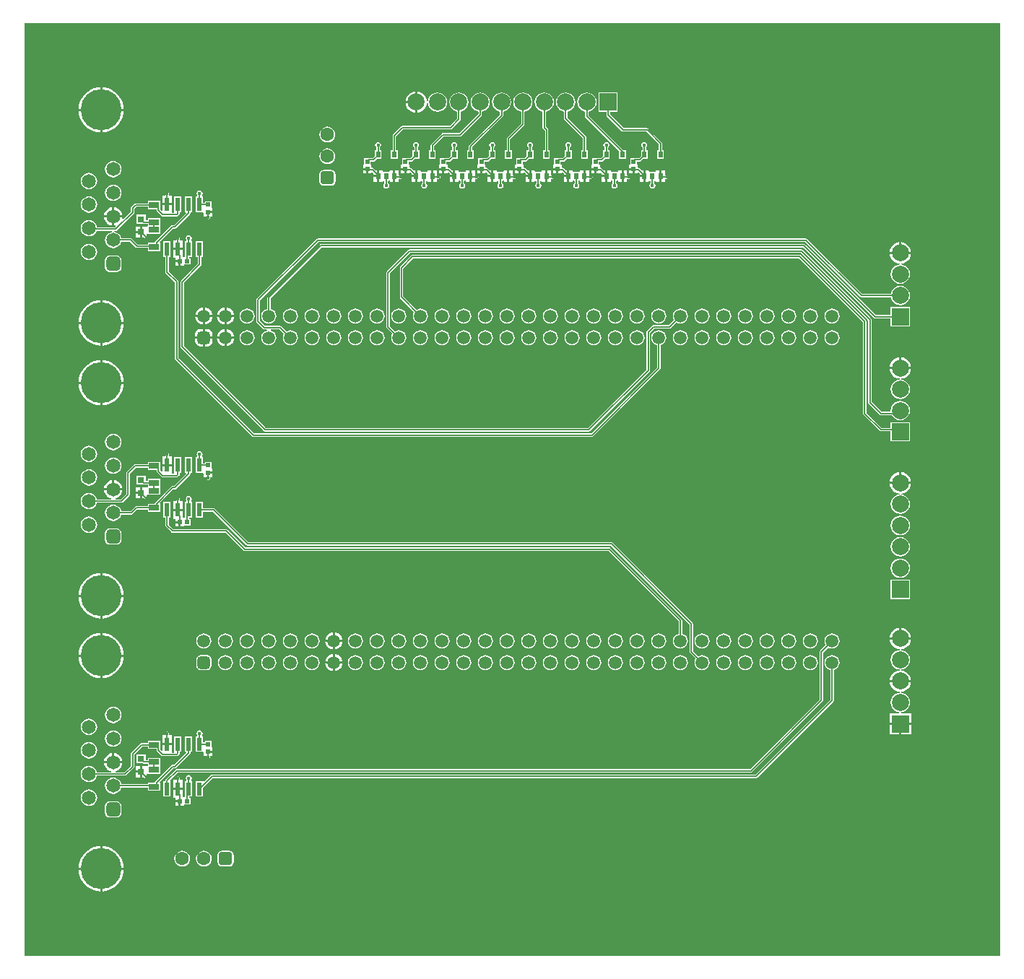
<source format=gtl>
G04*
G04 #@! TF.GenerationSoftware,Altium Limited,Altium Designer,26.1.1 (7)*
G04*
G04 Layer_Physical_Order=1*
G04 Layer_Color=255*
%FSLAX44Y44*%
%MOMM*%
G71*
G04*
G04 #@! TF.SameCoordinates,8A9FE51E-C20A-4EA9-BD81-A080ABE951DA*
G04*
G04*
G04 #@! TF.FilePolarity,Positive*
G04*
G01*
G75*
%ADD31R,0.5500X0.8000*%
%ADD32R,0.6000X1.6000*%
%ADD33R,1.2500X0.7000*%
%ADD34R,0.8000X0.8000*%
%ADD35R,0.5000X0.5000*%
%ADD36R,0.5000X0.5000*%
%ADD37C,0.1500*%
%ADD38R,2.0000X2.0000*%
%ADD39C,2.0000*%
%ADD40R,2.0000X2.0000*%
G04:AMPARAMS|DCode=41|XSize=1.6mm|YSize=1.6mm|CornerRadius=0.4mm|HoleSize=0mm|Usage=FLASHONLY|Rotation=90.000|XOffset=0mm|YOffset=0mm|HoleType=Round|Shape=RoundedRectangle|*
%AMROUNDEDRECTD41*
21,1,1.6000,0.8000,0,0,90.0*
21,1,0.8000,1.6000,0,0,90.0*
1,1,0.8000,0.4000,0.4000*
1,1,0.8000,0.4000,-0.4000*
1,1,0.8000,-0.4000,-0.4000*
1,1,0.8000,-0.4000,0.4000*
%
%ADD41ROUNDEDRECTD41*%
%ADD42C,1.6000*%
%ADD43C,1.5000*%
G04:AMPARAMS|DCode=44|XSize=1.5mm|YSize=1.5mm|CornerRadius=0.375mm|HoleSize=0mm|Usage=FLASHONLY|Rotation=0.000|XOffset=0mm|YOffset=0mm|HoleType=Round|Shape=RoundedRectangle|*
%AMROUNDEDRECTD44*
21,1,1.5000,0.7500,0,0,0.0*
21,1,0.7500,1.5000,0,0,0.0*
1,1,0.7500,0.3750,-0.3750*
1,1,0.7500,-0.3750,-0.3750*
1,1,0.7500,-0.3750,0.3750*
1,1,0.7500,0.3750,0.3750*
%
%ADD44ROUNDEDRECTD44*%
G04:AMPARAMS|DCode=45|XSize=1.6mm|YSize=1.6mm|CornerRadius=0.4mm|HoleSize=0mm|Usage=FLASHONLY|Rotation=180.000|XOffset=0mm|YOffset=0mm|HoleType=Round|Shape=RoundedRectangle|*
%AMROUNDEDRECTD45*
21,1,1.6000,0.8000,0,0,180.0*
21,1,0.8000,1.6000,0,0,180.0*
1,1,0.8000,-0.4000,0.4000*
1,1,0.8000,0.4000,0.4000*
1,1,0.8000,0.4000,-0.4000*
1,1,0.8000,-0.4000,-0.4000*
%
%ADD45ROUNDEDRECTD45*%
%ADD46C,4.8000*%
%ADD47C,1.6500*%
G04:AMPARAMS|DCode=48|XSize=1.65mm|YSize=1.65mm|CornerRadius=0.4125mm|HoleSize=0mm|Usage=FLASHONLY|Rotation=270.000|XOffset=0mm|YOffset=0mm|HoleType=Round|Shape=RoundedRectangle|*
%AMROUNDEDRECTD48*
21,1,1.6500,0.8250,0,0,270.0*
21,1,0.8250,1.6500,0,0,270.0*
1,1,0.8250,-0.4125,-0.4125*
1,1,0.8250,-0.4125,0.4125*
1,1,0.8250,0.4125,0.4125*
1,1,0.8250,0.4125,-0.4125*
%
%ADD48ROUNDEDRECTD48*%
%ADD49C,0.4500*%
%ADD50C,6.0000*%
%ADD51C,3.0000*%
G36*
X1146942Y3059D02*
X3059D01*
X3059Y1096941D01*
X1146941D01*
X1146942Y3059D01*
D02*
G37*
%LPC*%
G36*
X461230Y1016481D02*
X459226Y1016217D01*
X456176Y1014954D01*
X453556Y1012944D01*
X451546Y1010324D01*
X450283Y1007274D01*
X450019Y1005270D01*
X461230D01*
Y1016481D01*
D02*
G37*
G36*
X94270Y1021522D02*
Y996270D01*
X119522D01*
X119295Y999165D01*
X118319Y1003227D01*
X116721Y1007086D01*
X114538Y1010648D01*
X111825Y1013825D01*
X108648Y1016538D01*
X105086Y1018720D01*
X101227Y1020319D01*
X97165Y1021294D01*
X94270Y1021522D01*
D02*
G37*
G36*
X91730D02*
X88836Y1021294D01*
X84774Y1020319D01*
X80914Y1018720D01*
X77352Y1016538D01*
X74176Y1013825D01*
X71463Y1010648D01*
X69280Y1007086D01*
X67681Y1003227D01*
X66706Y999165D01*
X66478Y996270D01*
X91730D01*
Y1021522D01*
D02*
G37*
G36*
X463770Y1016481D02*
Y1004000D01*
X462500D01*
D01*
X463770D01*
Y991519D01*
X465774Y991783D01*
X468824Y993046D01*
X471444Y995056D01*
X473454Y997676D01*
X474717Y1000726D01*
X475020Y1003027D01*
X476281D01*
X476540Y1001063D01*
X477673Y998326D01*
X479477Y995976D01*
X481827Y994173D01*
X484563Y993040D01*
X487500Y992653D01*
X490437Y993040D01*
X493174Y994173D01*
X495524Y995976D01*
X497327Y998326D01*
X498461Y1001063D01*
X498847Y1004000D01*
X498461Y1006937D01*
X497327Y1009674D01*
X495524Y1012024D01*
X493174Y1013827D01*
X490437Y1014960D01*
X487500Y1015347D01*
X484563Y1014960D01*
X481827Y1013827D01*
X479477Y1012024D01*
X477673Y1009674D01*
X476540Y1006937D01*
X476281Y1004973D01*
X475020D01*
X474717Y1007274D01*
X473454Y1010324D01*
X471444Y1012944D01*
X468824Y1014954D01*
X465774Y1016217D01*
X463770Y1016481D01*
D02*
G37*
G36*
X461230Y1002730D02*
X450019D01*
X450283Y1000726D01*
X451546Y997676D01*
X453556Y995056D01*
X456176Y993046D01*
X459226Y991783D01*
X461230Y991519D01*
Y1002730D01*
D02*
G37*
G36*
X512500Y1015347D02*
X509563Y1014960D01*
X506827Y1013827D01*
X504477Y1012024D01*
X502673Y1009674D01*
X501540Y1006937D01*
X501153Y1004000D01*
X501540Y1001063D01*
X502673Y998326D01*
X504477Y995976D01*
X506827Y994173D01*
X509563Y993040D01*
X510461Y992921D01*
Y984769D01*
X501821Y976129D01*
X445770D01*
X445770Y976129D01*
X444990Y975974D01*
X444328Y975532D01*
X444328Y975532D01*
X435258Y966462D01*
X434816Y965800D01*
X434661Y965020D01*
Y948000D01*
X432700D01*
Y937500D01*
X440700D01*
Y948000D01*
X438739D01*
Y964175D01*
X446615Y972051D01*
X502666D01*
X503446Y972206D01*
X504108Y972648D01*
X513942Y982482D01*
X514384Y983144D01*
X514539Y983924D01*
Y992921D01*
X515437Y993040D01*
X518174Y994173D01*
X520524Y995976D01*
X522327Y998326D01*
X523461Y1001063D01*
X523847Y1004000D01*
X523461Y1006937D01*
X522327Y1009674D01*
X520524Y1012024D01*
X518174Y1013827D01*
X515437Y1014960D01*
X512500Y1015347D01*
D02*
G37*
G36*
X119522Y993730D02*
X94270D01*
Y968478D01*
X97165Y968706D01*
X101227Y969681D01*
X105086Y971280D01*
X108648Y973462D01*
X111825Y976175D01*
X114538Y979352D01*
X116721Y982914D01*
X118319Y986773D01*
X119295Y990835D01*
X119522Y993730D01*
D02*
G37*
G36*
X91730D02*
X66478D01*
X66706Y990835D01*
X67681Y986773D01*
X69280Y982914D01*
X71463Y979352D01*
X74176Y976175D01*
X77352Y973462D01*
X80914Y971280D01*
X84774Y969681D01*
X88836Y968706D01*
X91730Y968478D01*
Y993730D01*
D02*
G37*
G36*
X358394Y975292D02*
X355979Y974974D01*
X353729Y974042D01*
X351797Y972559D01*
X350314Y970627D01*
X349382Y968377D01*
X349064Y965962D01*
X349382Y963547D01*
X350314Y961297D01*
X351797Y959365D01*
X353729Y957882D01*
X355979Y956950D01*
X358394Y956632D01*
X360809Y956950D01*
X363059Y957882D01*
X364991Y959365D01*
X366474Y961297D01*
X367406Y963547D01*
X367724Y965962D01*
X367406Y968377D01*
X366474Y970627D01*
X364991Y972559D01*
X363059Y974042D01*
X360809Y974974D01*
X358394Y975292D01*
D02*
G37*
G36*
X698750Y1015250D02*
X676250D01*
Y992750D01*
X685461D01*
Y988900D01*
X685616Y988120D01*
X686058Y987458D01*
X703408Y970108D01*
X703408Y970108D01*
X704070Y969666D01*
X704850Y969511D01*
X704850Y969511D01*
X732199D01*
X746855Y954855D01*
Y948000D01*
X744894D01*
Y937500D01*
X752894D01*
Y948000D01*
X750933D01*
Y955700D01*
X750933Y955700D01*
X750778Y956480D01*
X750336Y957142D01*
X734991Y972487D01*
X734991Y972487D01*
X734486Y972992D01*
X734486Y972992D01*
X733824Y973434D01*
X733044Y973589D01*
X705695D01*
X689539Y989745D01*
Y992750D01*
X698750D01*
Y1015250D01*
D02*
G37*
G36*
X662500Y1015347D02*
X659563Y1014960D01*
X656827Y1013827D01*
X654476Y1012024D01*
X652673Y1009674D01*
X651540Y1006937D01*
X651153Y1004000D01*
X651540Y1001063D01*
X652673Y998326D01*
X654476Y995976D01*
X656827Y994173D01*
X659563Y993040D01*
X660461Y992921D01*
Y987545D01*
X660616Y986764D01*
X661058Y986103D01*
X700295Y946866D01*
Y937500D01*
X708295D01*
Y948000D01*
X704929D01*
X664539Y988389D01*
Y992921D01*
X665437Y993040D01*
X668174Y994173D01*
X670524Y995976D01*
X672327Y998326D01*
X673461Y1001063D01*
X673847Y1004000D01*
X673461Y1006937D01*
X672327Y1009674D01*
X670524Y1012024D01*
X668174Y1013827D01*
X665437Y1014960D01*
X662500Y1015347D01*
D02*
G37*
G36*
X637500D02*
X634563Y1014960D01*
X631827Y1013827D01*
X629477Y1012024D01*
X627673Y1009674D01*
X626540Y1006937D01*
X626153Y1004000D01*
X626540Y1001063D01*
X627673Y998326D01*
X629477Y995976D01*
X631827Y994173D01*
X634563Y993040D01*
X635461Y992921D01*
Y985052D01*
X635616Y984271D01*
X636058Y983610D01*
X657656Y962012D01*
Y948000D01*
X655696D01*
Y937500D01*
X663696D01*
Y948000D01*
X661735D01*
Y962856D01*
X661580Y963637D01*
X661138Y964298D01*
X639539Y985897D01*
Y992921D01*
X640437Y993040D01*
X643174Y994173D01*
X645524Y995976D01*
X647327Y998326D01*
X648461Y1001063D01*
X648847Y1004000D01*
X648461Y1006937D01*
X647327Y1009674D01*
X645524Y1012024D01*
X643174Y1013827D01*
X640437Y1014960D01*
X637500Y1015347D01*
D02*
G37*
G36*
X612500D02*
X609563Y1014960D01*
X606827Y1013827D01*
X604477Y1012024D01*
X602673Y1009674D01*
X601540Y1006937D01*
X601153Y1004000D01*
X601540Y1001063D01*
X602673Y998326D01*
X604477Y995976D01*
X606827Y994173D01*
X609563Y993040D01*
X610461Y992921D01*
Y974238D01*
X610616Y973457D01*
X611058Y972796D01*
X613403Y970451D01*
Y948000D01*
X611097D01*
Y937500D01*
X619097D01*
Y948000D01*
X617481D01*
Y971296D01*
X617326Y972076D01*
X616884Y972738D01*
X616884Y972738D01*
X614539Y975083D01*
Y992921D01*
X615437Y993040D01*
X618174Y994173D01*
X620524Y995976D01*
X622327Y998326D01*
X623461Y1001063D01*
X623847Y1004000D01*
X623461Y1006937D01*
X622327Y1009674D01*
X620524Y1012024D01*
X618174Y1013827D01*
X615437Y1014960D01*
X612500Y1015347D01*
D02*
G37*
G36*
X587500D02*
X584563Y1014960D01*
X581827Y1013827D01*
X579477Y1012024D01*
X577673Y1009674D01*
X576540Y1006937D01*
X576153Y1004000D01*
X576540Y1001063D01*
X577673Y998326D01*
X579477Y995976D01*
X581827Y994173D01*
X584563Y993040D01*
X585461Y992921D01*
Y978743D01*
X569055Y962337D01*
X568614Y961676D01*
X568458Y960895D01*
Y948000D01*
X566497D01*
Y937500D01*
X574497D01*
Y948000D01*
X572537D01*
Y960051D01*
X588942Y976456D01*
X589384Y977118D01*
X589539Y977898D01*
X589539Y977898D01*
Y992921D01*
X590437Y993040D01*
X593174Y994173D01*
X595524Y995976D01*
X597327Y998326D01*
X598461Y1001063D01*
X598847Y1004000D01*
X598461Y1006937D01*
X597327Y1009674D01*
X595524Y1012024D01*
X593174Y1013827D01*
X590437Y1014960D01*
X587500Y1015347D01*
D02*
G37*
G36*
X562500D02*
X559563Y1014960D01*
X556827Y1013827D01*
X554477Y1012024D01*
X552673Y1009674D01*
X551540Y1006937D01*
X551153Y1004000D01*
X551540Y1001063D01*
X552673Y998326D01*
X554477Y995976D01*
X556827Y994173D01*
X559563Y993040D01*
X560461Y992921D01*
Y989557D01*
X524456Y953552D01*
X524014Y952891D01*
X523859Y952110D01*
Y948000D01*
X521898D01*
Y937500D01*
X529898D01*
Y948000D01*
X527938D01*
Y951266D01*
X563942Y987270D01*
X564384Y987932D01*
X564539Y988712D01*
X564539Y988712D01*
Y992921D01*
X565437Y993040D01*
X568174Y994173D01*
X570524Y995976D01*
X572327Y998326D01*
X573461Y1001063D01*
X573847Y1004000D01*
X573461Y1006937D01*
X572327Y1009674D01*
X570524Y1012024D01*
X568174Y1013827D01*
X565437Y1014960D01*
X562500Y1015347D01*
D02*
G37*
G36*
X537500D02*
X534563Y1014960D01*
X531827Y1013827D01*
X529477Y1012024D01*
X527673Y1009674D01*
X526540Y1006937D01*
X526153Y1004000D01*
X526540Y1001063D01*
X527673Y998326D01*
X529477Y995976D01*
X531827Y994173D01*
X534563Y993040D01*
X535461Y992921D01*
Y990211D01*
X512997Y967747D01*
X493776D01*
X492996Y967592D01*
X492334Y967150D01*
X479857Y954673D01*
X479415Y954012D01*
X479260Y953231D01*
Y948000D01*
X477299D01*
Y937500D01*
X485299D01*
Y948000D01*
X483338D01*
Y952386D01*
X494621Y963669D01*
X513842D01*
X514622Y963824D01*
X515284Y964266D01*
X538942Y987924D01*
X539384Y988586D01*
X539539Y989366D01*
Y992921D01*
X540437Y993040D01*
X543174Y994173D01*
X545524Y995976D01*
X547327Y998326D01*
X548461Y1001063D01*
X548847Y1004000D01*
X548461Y1006937D01*
X547327Y1009674D01*
X545524Y1012024D01*
X543174Y1013827D01*
X540437Y1014960D01*
X537500Y1015347D01*
D02*
G37*
G36*
X358394Y949892D02*
X355979Y949574D01*
X353729Y948642D01*
X351797Y947159D01*
X350314Y945227D01*
X349382Y942977D01*
X349064Y940562D01*
X349382Y938147D01*
X350314Y935897D01*
X351797Y933965D01*
X353729Y932482D01*
X355979Y931550D01*
X358394Y931232D01*
X360809Y931550D01*
X363059Y932482D01*
X364991Y933965D01*
X366474Y935897D01*
X367406Y938147D01*
X367724Y940562D01*
X367406Y942977D01*
X366474Y945227D01*
X364991Y947159D01*
X363059Y948642D01*
X360809Y949574D01*
X358394Y949892D01*
D02*
G37*
G36*
X747624Y923790D02*
X743604D01*
Y923663D01*
X743394Y922500D01*
X742354Y922500D01*
X735394Y922500D01*
X735184Y923663D01*
Y923790D01*
X731164D01*
Y917250D01*
X729894D01*
D01*
X731164D01*
Y910710D01*
X735184D01*
Y910837D01*
X735341Y911709D01*
X736605Y911866D01*
X737355Y911116D01*
Y909097D01*
X736871Y908773D01*
X736097Y907616D01*
X735825Y906250D01*
X736097Y904884D01*
X736871Y903727D01*
X738028Y902953D01*
X739394Y902681D01*
X740760Y902953D01*
X741917Y903727D01*
X742691Y904884D01*
X742962Y906250D01*
X742691Y907616D01*
X741917Y908773D01*
X741433Y909097D01*
Y911116D01*
X742183Y911866D01*
X743447Y911709D01*
X743604Y910837D01*
Y910710D01*
X747624D01*
Y917250D01*
Y923790D01*
D02*
G37*
G36*
X703025D02*
X699005D01*
Y923663D01*
X698795Y922500D01*
X697755Y922500D01*
X690795Y922500D01*
X690585Y923663D01*
Y923790D01*
X686565D01*
Y917250D01*
Y910710D01*
X690585D01*
Y910837D01*
X690742Y911709D01*
X692006Y911866D01*
X692756Y911116D01*
Y909097D01*
X692271Y908773D01*
X691498Y907616D01*
X691226Y906250D01*
X691498Y904884D01*
X692271Y903727D01*
X693429Y902953D01*
X694795Y902681D01*
X696161Y902953D01*
X697318Y903727D01*
X698092Y904884D01*
X698363Y906250D01*
X698092Y907616D01*
X697318Y908773D01*
X696834Y909097D01*
Y911116D01*
X697584Y911866D01*
X698847Y911709D01*
X699005Y910837D01*
Y910710D01*
X703025D01*
Y917250D01*
Y923790D01*
D02*
G37*
G36*
X658426D02*
X654406D01*
Y923663D01*
X654196Y922500D01*
X653156Y922500D01*
X646196Y922500D01*
X645986Y923663D01*
Y923790D01*
X641966D01*
Y917250D01*
Y910710D01*
X645986D01*
Y910837D01*
X646143Y911709D01*
X647407Y911866D01*
X648157Y911116D01*
Y909097D01*
X647672Y908773D01*
X646899Y907616D01*
X646627Y906250D01*
X646899Y904884D01*
X647672Y903727D01*
X648830Y902953D01*
X650196Y902681D01*
X651561Y902953D01*
X652719Y903727D01*
X653493Y904884D01*
X653764Y906250D01*
X653493Y907616D01*
X652719Y908773D01*
X652235Y909097D01*
Y911116D01*
X652985Y911866D01*
X654248Y911709D01*
X654406Y910837D01*
Y910710D01*
X658426D01*
Y917250D01*
Y923790D01*
D02*
G37*
G36*
X613826D02*
X609807D01*
Y923663D01*
X609596Y922500D01*
X608557Y922500D01*
X601597Y922500D01*
X601387Y923663D01*
Y923790D01*
X597366D01*
Y917250D01*
X596096D01*
D01*
X597366D01*
Y910710D01*
X601387D01*
Y910837D01*
X601544Y911709D01*
X602808Y911866D01*
X603557Y911116D01*
Y909097D01*
X603073Y908773D01*
X602300Y907616D01*
X602028Y906250D01*
X602300Y904884D01*
X603073Y903727D01*
X604231Y902953D01*
X605597Y902681D01*
X606962Y902953D01*
X608120Y903727D01*
X608894Y904884D01*
X609165Y906250D01*
X608894Y907616D01*
X608120Y908773D01*
X607636Y909097D01*
Y911116D01*
X608386Y911866D01*
X609649Y911709D01*
X609807Y910837D01*
Y910710D01*
X613826D01*
Y917250D01*
Y923790D01*
D02*
G37*
G36*
X569227D02*
X565207D01*
Y923663D01*
X564997Y922500D01*
X563957Y922500D01*
X556997Y922500D01*
X556787Y923663D01*
Y923790D01*
X552767D01*
Y917250D01*
Y910710D01*
X556787D01*
Y910837D01*
X556945Y911709D01*
X558209Y911866D01*
X558958Y911116D01*
Y909097D01*
X558474Y908773D01*
X557701Y907616D01*
X557429Y906250D01*
X557701Y904884D01*
X558474Y903727D01*
X559632Y902953D01*
X560998Y902681D01*
X562363Y902953D01*
X563521Y903727D01*
X564294Y904884D01*
X564566Y906250D01*
X564294Y907616D01*
X563521Y908773D01*
X563037Y909097D01*
Y911116D01*
X563787Y911866D01*
X565050Y911709D01*
X565207Y910837D01*
Y910710D01*
X569227D01*
Y917250D01*
Y923790D01*
D02*
G37*
G36*
X524628D02*
X520608D01*
Y923663D01*
X520398Y922500D01*
X519358Y922500D01*
X512398Y922500D01*
X512188Y923663D01*
Y923790D01*
X508168D01*
Y917250D01*
Y910710D01*
X512188D01*
Y910837D01*
X512346Y911709D01*
X513609Y911866D01*
X514359Y911116D01*
Y909097D01*
X513875Y908773D01*
X513101Y907616D01*
X512830Y906250D01*
X513101Y904884D01*
X513875Y903727D01*
X515033Y902953D01*
X516398Y902681D01*
X517764Y902953D01*
X518922Y903727D01*
X519695Y904884D01*
X519967Y906250D01*
X519695Y907616D01*
X518922Y908773D01*
X518438Y909097D01*
Y911116D01*
X519187Y911866D01*
X520451Y911709D01*
X520608Y910837D01*
Y910710D01*
X524628D01*
Y917250D01*
Y923790D01*
D02*
G37*
G36*
X480029D02*
X476009D01*
Y923663D01*
X475799Y922500D01*
X474759Y922500D01*
X467799Y922500D01*
X467589Y923663D01*
Y923790D01*
X463569D01*
Y917250D01*
Y910710D01*
X467589D01*
Y910837D01*
X467747Y911709D01*
X469010Y911866D01*
X469760Y911116D01*
Y909097D01*
X469276Y908773D01*
X468502Y907616D01*
X468231Y906250D01*
X468502Y904884D01*
X469276Y903727D01*
X470434Y902953D01*
X471799Y902681D01*
X473165Y902953D01*
X474323Y903727D01*
X475096Y904884D01*
X475368Y906250D01*
X475096Y907616D01*
X474323Y908773D01*
X473838Y909097D01*
Y911116D01*
X474588Y911866D01*
X475852Y911709D01*
X476009Y910837D01*
Y910710D01*
X480029D01*
Y917250D01*
Y923790D01*
D02*
G37*
G36*
X435430D02*
X431410D01*
Y923663D01*
X431200Y922500D01*
X430160Y922500D01*
X423200Y922500D01*
X422990Y923663D01*
Y923790D01*
X418970D01*
Y917250D01*
Y910710D01*
X422990D01*
Y910837D01*
X423148Y911709D01*
X424411Y911866D01*
X425161Y911116D01*
Y909097D01*
X424677Y908773D01*
X423903Y907616D01*
X423632Y906250D01*
X423903Y904884D01*
X424677Y903727D01*
X425835Y902953D01*
X427200Y902681D01*
X428566Y902953D01*
X429723Y903727D01*
X430497Y904884D01*
X430769Y906250D01*
X430497Y907616D01*
X429723Y908773D01*
X429239Y909097D01*
Y911116D01*
X429989Y911866D01*
X431253Y911709D01*
X431410Y910837D01*
Y910710D01*
X435430D01*
Y917250D01*
Y923790D01*
D02*
G37*
G36*
X715924Y924230D02*
X712154D01*
Y920460D01*
X715924D01*
Y924230D01*
D02*
G37*
G36*
X671325Y924230D02*
X667555D01*
Y920460D01*
X671325D01*
Y924230D01*
D02*
G37*
G36*
X626726Y924230D02*
X622956D01*
Y920460D01*
X626726D01*
Y924230D01*
D02*
G37*
G36*
X582126Y924230D02*
X578357D01*
Y920460D01*
X582126D01*
Y924230D01*
D02*
G37*
G36*
X537527Y924230D02*
X533757D01*
Y920460D01*
X537527D01*
Y924230D01*
D02*
G37*
G36*
X492928Y924230D02*
X489158D01*
Y920460D01*
X492928D01*
Y924230D01*
D02*
G37*
G36*
X448329Y924230D02*
X444559D01*
Y920460D01*
X448329D01*
Y924230D01*
D02*
G37*
G36*
X403730Y924230D02*
X399960D01*
Y920460D01*
X403730D01*
Y924230D01*
D02*
G37*
G36*
X551497Y957318D02*
X550132Y957047D01*
X548974Y956273D01*
X548200Y955116D01*
X547929Y953750D01*
X548200Y952384D01*
X548974Y951227D01*
X549458Y950903D01*
Y948000D01*
X547497D01*
Y940634D01*
X545153Y938289D01*
X540547D01*
X540350Y938250D01*
X535047D01*
X535047Y930750D01*
X533884Y930540D01*
X533757D01*
Y926770D01*
X538797D01*
Y925500D01*
X540067D01*
Y920460D01*
X543837D01*
Y921258D01*
X545087Y921776D01*
X546208Y920656D01*
Y918520D01*
X550227D01*
Y923790D01*
X548841D01*
X546189Y926442D01*
X545528Y926884D01*
X544747Y927039D01*
X543837D01*
Y930540D01*
X543710D01*
X542547Y930750D01*
X542547Y931790D01*
Y934211D01*
X545998D01*
X546778Y934366D01*
X547439Y934808D01*
X550131Y937500D01*
X555497D01*
Y948000D01*
X553537D01*
Y950903D01*
X554021Y951227D01*
X554794Y952384D01*
X555066Y953750D01*
X554794Y955116D01*
X554021Y956273D01*
X552863Y957047D01*
X551497Y957318D01*
D02*
G37*
G36*
X596097D02*
X594731Y957047D01*
X593573Y956273D01*
X592800Y955116D01*
X592528Y953750D01*
X592800Y952384D01*
X593573Y951227D01*
X594057Y950903D01*
Y948000D01*
X592097D01*
Y940634D01*
X589752Y938289D01*
X585146D01*
X584950Y938250D01*
X579646D01*
X579646Y930750D01*
X578484Y930540D01*
X578357D01*
Y926770D01*
X583396D01*
Y925500D01*
X584666D01*
Y920460D01*
X588437D01*
Y921258D01*
X589687Y921776D01*
X590807Y920656D01*
Y918520D01*
X594826D01*
Y923790D01*
X593441D01*
X590788Y926442D01*
X590127Y926884D01*
X589347Y927039D01*
X588437D01*
Y930540D01*
X588310D01*
X587146Y930750D01*
X587146Y931790D01*
Y934211D01*
X590597D01*
X591377Y934366D01*
X592038Y934808D01*
X594730Y937500D01*
X600097D01*
Y948000D01*
X598136D01*
Y950903D01*
X598620Y951227D01*
X599394Y952384D01*
X599665Y953750D01*
X599394Y955116D01*
X598620Y956273D01*
X597462Y957047D01*
X596097Y957318D01*
D02*
G37*
G36*
X640696D02*
X639330Y957047D01*
X638172Y956273D01*
X637399Y955116D01*
X637127Y953750D01*
X637399Y952384D01*
X638172Y951227D01*
X638657Y950903D01*
Y948000D01*
X636696D01*
Y940634D01*
X634351Y938289D01*
X629746D01*
X629549Y938250D01*
X624246D01*
X624246Y930750D01*
X623083Y930540D01*
X622956D01*
Y926770D01*
X627996D01*
Y925500D01*
X629266D01*
Y920460D01*
X633036D01*
Y921258D01*
X634286Y921776D01*
X635406Y920656D01*
Y918520D01*
X639426D01*
Y923790D01*
X638040D01*
X635388Y926442D01*
X634726Y926884D01*
X633946Y927039D01*
X633036D01*
Y930540D01*
X632909D01*
X631746Y930750D01*
X631746Y931790D01*
Y934211D01*
X635196D01*
X635976Y934366D01*
X636638Y934808D01*
X639330Y937500D01*
X644696D01*
Y948000D01*
X642735D01*
Y950903D01*
X643219Y951227D01*
X643993Y952384D01*
X644264Y953750D01*
X643993Y955116D01*
X643219Y956273D01*
X642061Y957047D01*
X640696Y957318D01*
D02*
G37*
G36*
X685295D02*
X683929Y957047D01*
X682772Y956273D01*
X681998Y955116D01*
X681726Y953750D01*
X681998Y952384D01*
X682772Y951227D01*
X683256Y950903D01*
Y948000D01*
X681295D01*
Y940634D01*
X678950Y938289D01*
X674345D01*
X674148Y938250D01*
X668845D01*
X668845Y930750D01*
X667682Y930540D01*
X667555D01*
Y926770D01*
X672595D01*
Y925500D01*
X673865D01*
Y920460D01*
X677635D01*
Y921258D01*
X678885Y921776D01*
X680005Y920656D01*
Y918520D01*
X684025D01*
Y923790D01*
X682639D01*
X679987Y926442D01*
X679325Y926884D01*
X678545Y927039D01*
X677635D01*
Y930540D01*
X677508D01*
X676345Y930750D01*
X676345Y931790D01*
Y934211D01*
X679795D01*
X680575Y934366D01*
X681237Y934808D01*
X683929Y937500D01*
X689295D01*
Y948000D01*
X687334D01*
Y950903D01*
X687818Y951227D01*
X688592Y952384D01*
X688863Y953750D01*
X688592Y955116D01*
X687818Y956273D01*
X686661Y957047D01*
X685295Y957318D01*
D02*
G37*
G36*
X729894D02*
X728528Y957047D01*
X727371Y956273D01*
X726597Y955116D01*
X726325Y953750D01*
X726597Y952384D01*
X727371Y951227D01*
X727855Y950903D01*
Y948000D01*
X725894D01*
Y940634D01*
X723549Y938289D01*
X718944D01*
X718747Y938250D01*
X713444D01*
X713444Y930750D01*
X712281Y930540D01*
X712154D01*
Y926770D01*
X717194D01*
Y925500D01*
X718464D01*
Y920460D01*
X722234D01*
Y921258D01*
X723484Y921776D01*
X724604Y920656D01*
Y918520D01*
X728624D01*
Y923790D01*
X727238D01*
X724586Y926442D01*
X723924Y926884D01*
X723144Y927039D01*
X722234D01*
Y930540D01*
X722107D01*
X720944Y930750D01*
X720944Y931790D01*
Y934211D01*
X724394D01*
X725174Y934366D01*
X725836Y934808D01*
X728528Y937500D01*
X733894D01*
Y948000D01*
X731933D01*
Y950903D01*
X732417Y951227D01*
X733191Y952384D01*
X733463Y953750D01*
X733191Y955116D01*
X732417Y956273D01*
X731260Y957047D01*
X729894Y957318D01*
D02*
G37*
G36*
X417700D02*
X416334Y957047D01*
X415177Y956273D01*
X414403Y955116D01*
X414132Y953750D01*
X414403Y952384D01*
X415177Y951227D01*
X415661Y950903D01*
Y948000D01*
X413700D01*
Y940634D01*
X411355Y938289D01*
X406750D01*
X406553Y938250D01*
X401250D01*
X401250Y930750D01*
X400087Y930540D01*
X399960D01*
Y926770D01*
X405000D01*
Y925500D01*
X406270D01*
Y920460D01*
X410040D01*
Y921258D01*
X411290Y921776D01*
X412410Y920656D01*
Y918520D01*
X416430D01*
Y923790D01*
X415044D01*
X412392Y926442D01*
X411730Y926884D01*
X410950Y927039D01*
X410040D01*
Y930540D01*
X409913D01*
X408750Y930750D01*
X408750Y931790D01*
Y934211D01*
X412200D01*
X412980Y934366D01*
X413642Y934808D01*
X416334Y937500D01*
X421700D01*
Y948000D01*
X419739D01*
Y950903D01*
X420223Y951227D01*
X420997Y952384D01*
X421269Y953750D01*
X420997Y955116D01*
X420223Y956273D01*
X419066Y957047D01*
X417700Y957318D01*
D02*
G37*
G36*
X462299D02*
X460934Y957047D01*
X459776Y956273D01*
X459002Y955116D01*
X458731Y953750D01*
X459002Y952384D01*
X459776Y951227D01*
X460260Y950903D01*
Y948000D01*
X458299D01*
Y940634D01*
X455955Y938289D01*
X451349D01*
X451152Y938250D01*
X445849D01*
X445849Y930750D01*
X444686Y930540D01*
X444559D01*
Y926770D01*
X449599D01*
Y925500D01*
X450869D01*
Y920460D01*
X454639D01*
Y921258D01*
X455889Y921776D01*
X457009Y920656D01*
Y918520D01*
X461029D01*
Y923790D01*
X459643D01*
X456991Y926442D01*
X456330Y926884D01*
X455549Y927039D01*
X454639D01*
Y930540D01*
X454512D01*
X453349Y930750D01*
X453349Y931790D01*
Y934211D01*
X456799D01*
X457580Y934366D01*
X458241Y934808D01*
X460933Y937500D01*
X466299D01*
Y948000D01*
X464338D01*
Y950903D01*
X464823Y951227D01*
X465596Y952384D01*
X465868Y953750D01*
X465596Y955116D01*
X464823Y956273D01*
X463665Y957047D01*
X462299Y957318D01*
D02*
G37*
G36*
X506898D02*
X505533Y957047D01*
X504375Y956273D01*
X503601Y955116D01*
X503330Y953750D01*
X503601Y952384D01*
X504375Y951227D01*
X504859Y950903D01*
Y948000D01*
X502898D01*
Y940634D01*
X500554Y938289D01*
X495948D01*
X495751Y938250D01*
X490448D01*
X490448Y930750D01*
X489285Y930540D01*
X489158D01*
Y926770D01*
X494198D01*
Y925500D01*
X495468D01*
Y920460D01*
X499238D01*
Y921258D01*
X500488Y921776D01*
X501608Y920656D01*
Y918520D01*
X505629D01*
Y923790D01*
X504242D01*
X501590Y926442D01*
X500929Y926884D01*
X500148Y927039D01*
X499238D01*
Y930540D01*
X499111D01*
X497948Y930750D01*
X497948Y931790D01*
Y934211D01*
X501398D01*
X502179Y934366D01*
X502840Y934808D01*
X505532Y937500D01*
X510898D01*
Y948000D01*
X508937D01*
Y950903D01*
X509422Y951227D01*
X510195Y952384D01*
X510467Y953750D01*
X510195Y955116D01*
X509422Y956273D01*
X508264Y957047D01*
X506898Y957318D01*
D02*
G37*
G36*
X107200Y934982D02*
X104720Y934656D01*
X102409Y933698D01*
X100425Y932176D01*
X98902Y930191D01*
X97945Y927880D01*
X97618Y925400D01*
X97945Y922920D01*
X98902Y920609D01*
X100425Y918625D01*
X102409Y917102D01*
X104720Y916145D01*
X107200Y915818D01*
X109680Y916145D01*
X111991Y917102D01*
X113976Y918625D01*
X115499Y920609D01*
X116456Y922920D01*
X116782Y925400D01*
X116456Y927880D01*
X115499Y930191D01*
X113976Y932176D01*
X111991Y933698D01*
X109680Y934656D01*
X107200Y934982D01*
D02*
G37*
G36*
X754184Y923790D02*
X750164D01*
Y917250D01*
Y910710D01*
X754184D01*
Y914211D01*
X756394D01*
X757174Y914366D01*
X757836Y914808D01*
X758278Y915470D01*
X758433Y916250D01*
X758278Y917030D01*
X757836Y917692D01*
X757174Y918134D01*
X756394Y918289D01*
X754184D01*
Y923790D01*
D02*
G37*
G36*
X728624Y915980D02*
X724604D01*
Y910710D01*
X728624D01*
Y915980D01*
D02*
G37*
G36*
X709585Y923790D02*
X705565D01*
Y917250D01*
Y910710D01*
X709585D01*
Y914211D01*
X711795D01*
X712575Y914366D01*
X713237Y914808D01*
X713679Y915470D01*
X713834Y916250D01*
X713679Y917030D01*
X713237Y917692D01*
X712575Y918134D01*
X711795Y918289D01*
X709585D01*
Y923790D01*
D02*
G37*
G36*
X684025Y915980D02*
X680005D01*
Y910710D01*
X684025D01*
Y915980D01*
D02*
G37*
G36*
X664986Y923790D02*
X660966D01*
Y917250D01*
Y910710D01*
X664986D01*
Y914211D01*
X667196D01*
X667976Y914366D01*
X668638Y914808D01*
X669080Y915470D01*
X669235Y916250D01*
X669080Y917030D01*
X668638Y917692D01*
X667976Y918134D01*
X667196Y918289D01*
X664986D01*
Y923790D01*
D02*
G37*
G36*
X639426Y915980D02*
X635406D01*
Y910710D01*
X639426D01*
Y915980D01*
D02*
G37*
G36*
X620387Y923790D02*
X616367D01*
Y917250D01*
Y910710D01*
X620387D01*
Y914211D01*
X622597D01*
X623377Y914366D01*
X624039Y914808D01*
X624481Y915470D01*
X624636Y916250D01*
X624481Y917030D01*
X624039Y917692D01*
X623377Y918134D01*
X622597Y918289D01*
X620387D01*
Y923790D01*
D02*
G37*
G36*
X594826Y915980D02*
X590807D01*
Y910710D01*
X594826D01*
Y915980D01*
D02*
G37*
G36*
X575787Y923790D02*
X571767D01*
Y917250D01*
Y910710D01*
X575787D01*
Y914211D01*
X577997D01*
X578778Y914366D01*
X579439Y914808D01*
X579881Y915470D01*
X580037Y916250D01*
X579881Y917030D01*
X579439Y917692D01*
X578778Y918134D01*
X577997Y918289D01*
X575787D01*
Y923790D01*
D02*
G37*
G36*
X550227Y915980D02*
X546208D01*
Y910710D01*
X550227D01*
Y915980D01*
D02*
G37*
G36*
X531188Y923790D02*
X527168D01*
Y917250D01*
Y910710D01*
X531188D01*
Y914211D01*
X533398D01*
X534179Y914366D01*
X534840Y914808D01*
X535282Y915470D01*
X535438Y916250D01*
X535282Y917030D01*
X534840Y917692D01*
X534179Y918134D01*
X533398Y918289D01*
X531188D01*
Y923790D01*
D02*
G37*
G36*
X505629Y915980D02*
X501608D01*
Y910710D01*
X505629D01*
Y915980D01*
D02*
G37*
G36*
X486589Y923790D02*
X482569D01*
Y917250D01*
Y910710D01*
X486589D01*
Y914211D01*
X488799D01*
X489580Y914366D01*
X490241Y914808D01*
X490683Y915470D01*
X490838Y916250D01*
X490683Y917030D01*
X490241Y917692D01*
X489580Y918134D01*
X488799Y918289D01*
X486589D01*
Y923790D01*
D02*
G37*
G36*
X461029Y915980D02*
X457009D01*
Y910710D01*
X461029D01*
Y915980D01*
D02*
G37*
G36*
X441990Y923790D02*
X437970D01*
Y917250D01*
Y910710D01*
X441990D01*
Y914211D01*
X444200D01*
X444980Y914366D01*
X445642Y914808D01*
X446084Y915470D01*
X446239Y916250D01*
X446084Y917030D01*
X445642Y917692D01*
X444980Y918134D01*
X444200Y918289D01*
X441990D01*
Y923790D01*
D02*
G37*
G36*
X416430Y915980D02*
X412410D01*
Y910710D01*
X416430D01*
Y915980D01*
D02*
G37*
G36*
X362394Y924515D02*
X354394D01*
X352346Y924107D01*
X350609Y922947D01*
X349449Y921210D01*
X349041Y919162D01*
Y911162D01*
X349449Y909114D01*
X350609Y907377D01*
X352346Y906217D01*
X354394Y905809D01*
X362394D01*
X364442Y906217D01*
X366179Y907377D01*
X367339Y909114D01*
X367747Y911162D01*
Y919162D01*
X367339Y921210D01*
X366179Y922947D01*
X364442Y924107D01*
X362394Y924515D01*
D02*
G37*
G36*
X78800Y921132D02*
X76320Y920806D01*
X74009Y919848D01*
X72025Y918326D01*
X70502Y916341D01*
X69545Y914030D01*
X69218Y911550D01*
X69545Y909070D01*
X70502Y906759D01*
X72025Y904775D01*
X74009Y903252D01*
X76320Y902295D01*
X78800Y901968D01*
X81280Y902295D01*
X83591Y903252D01*
X85576Y904775D01*
X87099Y906759D01*
X88056Y909070D01*
X88382Y911550D01*
X88056Y914030D01*
X87099Y916341D01*
X85576Y918326D01*
X83591Y919848D01*
X81280Y920806D01*
X78800Y921132D01*
D02*
G37*
G36*
X107200Y907282D02*
X104720Y906955D01*
X102409Y905998D01*
X100425Y904475D01*
X98902Y902491D01*
X97945Y900180D01*
X97618Y897700D01*
X97945Y895220D01*
X98902Y892909D01*
X100425Y890925D01*
X102409Y889402D01*
X104720Y888445D01*
X107200Y888118D01*
X109680Y888445D01*
X111991Y889402D01*
X113976Y890925D01*
X115499Y892909D01*
X116456Y895220D01*
X116782Y897700D01*
X116456Y900180D01*
X115499Y902491D01*
X113976Y904475D01*
X111991Y905998D01*
X109680Y906955D01*
X107200Y907282D01*
D02*
G37*
G36*
X170400Y898939D02*
X169620Y898784D01*
X168958Y898342D01*
X168516Y897680D01*
X168361Y896900D01*
Y894740D01*
X164860D01*
Y885470D01*
X170400D01*
X175940D01*
Y894740D01*
X172439D01*
Y896900D01*
X172284Y897680D01*
X171842Y898342D01*
X171180Y898784D01*
X170400Y898939D01*
D02*
G37*
G36*
X78800Y893432D02*
X76320Y893106D01*
X74009Y892148D01*
X72025Y890626D01*
X70502Y888641D01*
X69545Y886330D01*
X69218Y883850D01*
X69545Y881370D01*
X70502Y879059D01*
X72025Y877075D01*
X74009Y875552D01*
X76320Y874595D01*
X78800Y874268D01*
X81280Y874595D01*
X83591Y875552D01*
X85576Y877075D01*
X87099Y879059D01*
X88056Y881370D01*
X88382Y883850D01*
X88056Y886330D01*
X87099Y888641D01*
X85576Y890626D01*
X83591Y892148D01*
X81280Y893106D01*
X78800Y893432D01*
D02*
G37*
G36*
X108470Y880716D02*
Y871270D01*
X117916D01*
X117713Y872817D01*
X116625Y875442D01*
X114896Y877696D01*
X112642Y879425D01*
X110017Y880512D01*
X108470Y880716D01*
D02*
G37*
G36*
X105930Y880716D02*
X104383Y880512D01*
X101759Y879425D01*
X99505Y877696D01*
X97775Y875442D01*
X96688Y872817D01*
X96484Y871270D01*
X105930D01*
Y880716D01*
D02*
G37*
G36*
X107200Y870000D02*
D01*
D01*
D01*
D02*
G37*
G36*
X200050Y893450D02*
X191550D01*
Y874950D01*
X191966D01*
X192483Y873700D01*
X178649Y859865D01*
X176756D01*
X175976Y859710D01*
X175315Y859268D01*
X156500Y840453D01*
X156058Y839792D01*
X155902Y839011D01*
Y838890D01*
X147660D01*
Y837039D01*
X135845D01*
X129142Y843742D01*
X128481Y844184D01*
X127700Y844339D01*
X116514D01*
X116456Y844780D01*
X115499Y847091D01*
X113976Y849075D01*
X111991Y850598D01*
X109680Y851555D01*
X108500Y851711D01*
X108582Y852961D01*
X110000D01*
X110781Y853116D01*
X111442Y853558D01*
X131442Y873558D01*
X131884Y874220D01*
X132039Y875000D01*
Y879155D01*
X134195Y881311D01*
X147660D01*
Y878600D01*
X158101D01*
Y877100D01*
X158256Y876320D01*
X158698Y875658D01*
X163878Y870478D01*
X163878Y870478D01*
X164540Y870036D01*
X165320Y869881D01*
X181612D01*
X182393Y870036D01*
X183054Y870478D01*
X184542Y871966D01*
X184984Y872628D01*
X185139Y873408D01*
Y874950D01*
X187350D01*
Y893450D01*
X178850D01*
Y874950D01*
X178224Y873959D01*
X175940D01*
Y882930D01*
X170400D01*
X164860D01*
Y876897D01*
X163705Y876419D01*
X162741Y877383D01*
X162660Y878600D01*
X162660D01*
Y888100D01*
X147660D01*
Y885389D01*
X133350D01*
X132570Y885234D01*
X131908Y884792D01*
X128558Y881442D01*
X128116Y880780D01*
X127961Y880000D01*
Y875845D01*
X118867Y866751D01*
X118207Y866998D01*
X117740Y867391D01*
X117916Y868730D01*
X108470D01*
Y859284D01*
X109809Y859460D01*
X110202Y858994D01*
X110449Y858333D01*
X109156Y857039D01*
X88265D01*
X88056Y858630D01*
X87099Y860941D01*
X85576Y862925D01*
X83591Y864448D01*
X81280Y865406D01*
X78800Y865732D01*
X76320Y865406D01*
X74009Y864448D01*
X72025Y862925D01*
X70502Y860941D01*
X69545Y858630D01*
X69218Y856150D01*
X69545Y853670D01*
X70502Y851359D01*
X72025Y849375D01*
X74009Y847852D01*
X76320Y846895D01*
X78800Y846568D01*
X81280Y846895D01*
X83591Y847852D01*
X85576Y849375D01*
X87099Y851359D01*
X87762Y852961D01*
X105818D01*
X105900Y851711D01*
X104720Y851555D01*
X102409Y850598D01*
X100425Y849075D01*
X98902Y847091D01*
X97945Y844780D01*
X97618Y842300D01*
X97945Y839820D01*
X98902Y837509D01*
X100425Y835525D01*
X102409Y834002D01*
X104720Y833045D01*
X107200Y832718D01*
X109680Y833045D01*
X111991Y834002D01*
X113976Y835525D01*
X115499Y837509D01*
X116456Y839820D01*
X116514Y840261D01*
X126856D01*
X133558Y833558D01*
X133558Y833558D01*
X134220Y833116D01*
X135000Y832961D01*
X147660D01*
Y829390D01*
X162660D01*
Y838890D01*
X162337D01*
X161859Y840045D01*
X177601Y855787D01*
X179493D01*
X180274Y855942D01*
X180935Y856384D01*
X197059Y872508D01*
X197059Y872508D01*
X197501Y873170D01*
X197656Y873950D01*
Y874950D01*
X200050D01*
Y893450D01*
D02*
G37*
G36*
X208500Y900469D02*
X207134Y900197D01*
X205977Y899423D01*
X205203Y898266D01*
X204932Y896900D01*
X205203Y895534D01*
X205761Y894700D01*
X205351Y893623D01*
X205207Y893450D01*
X204250D01*
Y874950D01*
X212370D01*
X212750Y874950D01*
X213620Y874060D01*
Y870160D01*
X216621D01*
Y868850D01*
X216776Y868070D01*
X217218Y867408D01*
X217880Y866966D01*
X218660Y866811D01*
X219440Y866966D01*
X220102Y867408D01*
X220544Y868070D01*
X220699Y868850D01*
Y870160D01*
X223700D01*
Y873930D01*
X218660D01*
Y876470D01*
X223700D01*
Y880240D01*
X223573D01*
X222410Y880450D01*
X222410Y881490D01*
Y887950D01*
X214910D01*
Y886239D01*
X212750D01*
Y893450D01*
X211793D01*
X211649Y893623D01*
X211239Y894700D01*
X211797Y895534D01*
X212069Y896900D01*
X211797Y898266D01*
X211024Y899423D01*
X209866Y900197D01*
X208500Y900469D01*
D02*
G37*
G36*
X105930Y868730D02*
X96484D01*
X96688Y867183D01*
X97775Y864558D01*
X99505Y862305D01*
X101759Y860575D01*
X104383Y859488D01*
X105930Y859284D01*
Y868730D01*
D02*
G37*
G36*
X138650Y858260D02*
X133380D01*
Y852990D01*
X138650D01*
Y858260D01*
D02*
G37*
G36*
Y850450D02*
X133380D01*
Y845180D01*
X138650D01*
Y850450D01*
D02*
G37*
G36*
X145170Y871970D02*
X134670D01*
Y861470D01*
X142504D01*
X142510Y861466D01*
X143290Y861311D01*
X143290Y861311D01*
X147660D01*
Y858381D01*
X146460Y858260D01*
X146410Y858260D01*
X141190D01*
Y851720D01*
Y845180D01*
X143576D01*
X144453Y844303D01*
X145115Y843861D01*
X145895Y843706D01*
X146675Y843861D01*
X147337Y844303D01*
X147779Y844965D01*
X147934Y845745D01*
X147779Y846525D01*
X147337Y847187D01*
X146461Y848063D01*
X146547Y849278D01*
X147660Y849390D01*
X147710Y849390D01*
X162660D01*
Y858600D01*
Y868100D01*
X147660D01*
Y865389D01*
X145170D01*
Y871970D01*
D02*
G37*
G36*
X183100Y846439D02*
X182320Y846284D01*
X181658Y845842D01*
X181216Y845180D01*
X181061Y844400D01*
Y842240D01*
X177560D01*
Y832970D01*
X183100D01*
X188640D01*
Y842240D01*
X185139D01*
Y844400D01*
X184984Y845180D01*
X184542Y845842D01*
X183881Y846284D01*
X183100Y846439D01*
D02*
G37*
G36*
X1031270Y839781D02*
Y828570D01*
X1042481D01*
X1042217Y830574D01*
X1040954Y833624D01*
X1038944Y836244D01*
X1036324Y838254D01*
X1033274Y839517D01*
X1031270Y839781D01*
D02*
G37*
G36*
X1028730Y839781D02*
X1026727Y839517D01*
X1023676Y838254D01*
X1021057Y836244D01*
X1019046Y833624D01*
X1017783Y830574D01*
X1017519Y828570D01*
X1028730D01*
Y839781D01*
D02*
G37*
G36*
X195800Y847969D02*
X194435Y847697D01*
X193277Y846923D01*
X192503Y845766D01*
X192232Y844400D01*
X192503Y843034D01*
X193061Y842200D01*
X192651Y841123D01*
X192507Y840950D01*
X191550D01*
Y822450D01*
X191550D01*
X191314Y821458D01*
X190072Y821771D01*
X189990Y822223D01*
Y822350D01*
X188640D01*
Y830430D01*
X183100D01*
X177560D01*
Y821160D01*
X179910D01*
Y818580D01*
X184950D01*
Y817310D01*
X186220D01*
Y812270D01*
X189990D01*
Y812397D01*
X190200Y813560D01*
X191240Y813560D01*
X197700D01*
Y821060D01*
X195989D01*
Y822450D01*
X200050D01*
Y840950D01*
X199093D01*
X198950Y841123D01*
X198540Y842200D01*
X199097Y843034D01*
X199369Y844400D01*
X199097Y845766D01*
X198323Y846923D01*
X197166Y847697D01*
X195800Y847969D01*
D02*
G37*
G36*
X78800Y838032D02*
X76320Y837706D01*
X74009Y836748D01*
X72025Y835226D01*
X70502Y833241D01*
X69545Y830930D01*
X69218Y828450D01*
X69545Y825970D01*
X70502Y823659D01*
X72025Y821675D01*
X74009Y820152D01*
X76320Y819195D01*
X78800Y818868D01*
X81280Y819195D01*
X83591Y820152D01*
X85576Y821675D01*
X87099Y823659D01*
X88056Y825970D01*
X88382Y828450D01*
X88056Y830930D01*
X87099Y833241D01*
X85576Y835226D01*
X83591Y836748D01*
X81280Y837706D01*
X78800Y838032D01*
D02*
G37*
G36*
X183680Y816040D02*
X179910D01*
Y812270D01*
X183680D01*
Y816040D01*
D02*
G37*
G36*
X111325Y824205D02*
X103075D01*
X100978Y823788D01*
X99200Y822600D01*
X98012Y820822D01*
X97595Y818725D01*
Y810475D01*
X98012Y808378D01*
X99200Y806600D01*
X100978Y805412D01*
X103075Y804995D01*
X111325D01*
X113422Y805412D01*
X115201Y806600D01*
X116388Y808378D01*
X116806Y810475D01*
Y818725D01*
X116388Y820822D01*
X115201Y822600D01*
X113422Y823788D01*
X111325Y824205D01*
D02*
G37*
G36*
X1042481Y826030D02*
X1030000D01*
X1017519D01*
X1017783Y824026D01*
X1019046Y820976D01*
X1021057Y818356D01*
X1023676Y816346D01*
X1026727Y815083D01*
X1029027Y814780D01*
Y813519D01*
X1027063Y813260D01*
X1024327Y812127D01*
X1021976Y810324D01*
X1020173Y807974D01*
X1019040Y805237D01*
X1018653Y802300D01*
X1019040Y799363D01*
X1020173Y796627D01*
X1021976Y794276D01*
X1024327Y792473D01*
X1027063Y791340D01*
X1030000Y790953D01*
X1032937Y791340D01*
X1035674Y792473D01*
X1038024Y794276D01*
X1039827Y796627D01*
X1040961Y799363D01*
X1041347Y802300D01*
X1040961Y805237D01*
X1039827Y807974D01*
X1038024Y810324D01*
X1035674Y812127D01*
X1032937Y813260D01*
X1030973Y813519D01*
Y814780D01*
X1033274Y815083D01*
X1036324Y816346D01*
X1038944Y818356D01*
X1040954Y820976D01*
X1042217Y824026D01*
X1042481Y826030D01*
D02*
G37*
G36*
X346700Y844089D02*
X345920Y843934D01*
X345258Y843492D01*
X345258Y843492D01*
X275458Y773692D01*
X275016Y773030D01*
X274861Y772250D01*
Y746850D01*
X275016Y746070D01*
X275458Y745408D01*
X282691Y738175D01*
X283353Y737733D01*
X284133Y737578D01*
X287255D01*
X287337Y736328D01*
X287316Y736325D01*
X285187Y735443D01*
X283360Y734041D01*
X281957Y732213D01*
X281075Y730084D01*
X280775Y727800D01*
X281075Y725516D01*
X281957Y723387D01*
X283360Y721559D01*
X285187Y720157D01*
X287316Y719275D01*
X289600Y718975D01*
X291884Y719275D01*
X294013Y720157D01*
X295841Y721559D01*
X297243Y723387D01*
X298125Y725516D01*
X298426Y727800D01*
X298125Y730084D01*
X297243Y732213D01*
X295841Y734041D01*
X294013Y735443D01*
X291884Y736325D01*
X291863Y736328D01*
X291945Y737578D01*
X302339D01*
X307507Y732409D01*
X307357Y732213D01*
X306475Y730084D01*
X306175Y727800D01*
X306475Y725516D01*
X307357Y723387D01*
X308759Y721559D01*
X310587Y720157D01*
X312716Y719275D01*
X315000Y718975D01*
X317284Y719275D01*
X319413Y720157D01*
X321241Y721559D01*
X322643Y723387D01*
X323525Y725516D01*
X323826Y727800D01*
X323525Y730084D01*
X322643Y732213D01*
X321241Y734041D01*
X319413Y735443D01*
X317284Y736325D01*
X315000Y736626D01*
X312716Y736325D01*
X310587Y735443D01*
X310391Y735293D01*
X304625Y741059D01*
X303964Y741501D01*
X303183Y741656D01*
X284978D01*
X278939Y747695D01*
Y771405D01*
X347545Y840011D01*
X918590D01*
X982743Y775858D01*
X983405Y775416D01*
X984185Y775261D01*
X1018922D01*
X1019040Y774363D01*
X1020173Y771627D01*
X1021976Y769276D01*
X1024327Y767473D01*
X1027063Y766340D01*
X1030000Y765953D01*
X1032937Y766340D01*
X1035674Y767473D01*
X1038024Y769276D01*
X1039827Y771627D01*
X1040961Y774363D01*
X1041347Y777300D01*
X1040961Y780237D01*
X1039827Y782974D01*
X1038024Y785324D01*
X1035674Y787127D01*
X1032937Y788260D01*
X1030000Y788647D01*
X1027063Y788260D01*
X1024327Y787127D01*
X1021976Y785324D01*
X1020173Y782974D01*
X1019040Y780237D01*
X1018922Y779339D01*
X985030D01*
X920877Y843492D01*
X920215Y843934D01*
X919435Y844089D01*
X346700D01*
X346700Y844089D01*
D02*
G37*
G36*
X240070Y763159D02*
Y754470D01*
X248759D01*
X248582Y755821D01*
X247570Y758263D01*
X245961Y760361D01*
X243863Y761970D01*
X241421Y762982D01*
X240070Y763159D01*
D02*
G37*
G36*
X237530D02*
X236179Y762982D01*
X233737Y761970D01*
X231639Y760361D01*
X230030Y758263D01*
X229018Y755821D01*
X228841Y754470D01*
X237530D01*
Y763159D01*
D02*
G37*
G36*
X214670D02*
Y754470D01*
X223360D01*
X223182Y755821D01*
X222170Y758263D01*
X220561Y760361D01*
X218463Y761970D01*
X216021Y762982D01*
X214670Y763159D01*
D02*
G37*
G36*
X212130D02*
X210779Y762982D01*
X208337Y761970D01*
X206239Y760361D01*
X204630Y758263D01*
X203619Y755821D01*
X203441Y754470D01*
X212130D01*
Y763159D01*
D02*
G37*
G36*
X94270Y771522D02*
Y746270D01*
X119522D01*
X119295Y749165D01*
X118319Y753227D01*
X116721Y757086D01*
X114538Y760648D01*
X111825Y763825D01*
X108648Y766538D01*
X105086Y768720D01*
X101227Y770319D01*
X97165Y771294D01*
X94270Y771522D01*
D02*
G37*
G36*
X91730D02*
X88836Y771294D01*
X84774Y770319D01*
X80914Y768720D01*
X77352Y766538D01*
X74176Y763825D01*
X71463Y760648D01*
X69280Y757086D01*
X67681Y753227D01*
X66706Y749165D01*
X66478Y746270D01*
X91730D01*
Y771522D01*
D02*
G37*
G36*
X950000Y762026D02*
X947716Y761725D01*
X945587Y760843D01*
X943760Y759441D01*
X942357Y757613D01*
X941475Y755484D01*
X941175Y753200D01*
X941475Y750916D01*
X942357Y748787D01*
X943760Y746959D01*
X945587Y745557D01*
X947716Y744675D01*
X950000Y744374D01*
X952284Y744675D01*
X954413Y745557D01*
X956241Y746959D01*
X957643Y748787D01*
X958525Y750916D01*
X958826Y753200D01*
X958525Y755484D01*
X957643Y757613D01*
X956241Y759441D01*
X954413Y760843D01*
X952284Y761725D01*
X950000Y762026D01*
D02*
G37*
G36*
X924600D02*
X922316Y761725D01*
X920187Y760843D01*
X918360Y759441D01*
X916957Y757613D01*
X916075Y755484D01*
X915775Y753200D01*
X916075Y750916D01*
X916957Y748787D01*
X918360Y746959D01*
X920187Y745557D01*
X922316Y744675D01*
X924600Y744374D01*
X926884Y744675D01*
X929013Y745557D01*
X930841Y746959D01*
X932243Y748787D01*
X933125Y750916D01*
X933426Y753200D01*
X933125Y755484D01*
X932243Y757613D01*
X930841Y759441D01*
X929013Y760843D01*
X926884Y761725D01*
X924600Y762026D01*
D02*
G37*
G36*
X899200D02*
X896916Y761725D01*
X894787Y760843D01*
X892960Y759441D01*
X891557Y757613D01*
X890675Y755484D01*
X890375Y753200D01*
X890675Y750916D01*
X891557Y748787D01*
X892960Y746959D01*
X894787Y745557D01*
X896916Y744675D01*
X899200Y744374D01*
X901484Y744675D01*
X903613Y745557D01*
X905441Y746959D01*
X906843Y748787D01*
X907725Y750916D01*
X908026Y753200D01*
X907725Y755484D01*
X906843Y757613D01*
X905441Y759441D01*
X903613Y760843D01*
X901484Y761725D01*
X899200Y762026D01*
D02*
G37*
G36*
X873800D02*
X871516Y761725D01*
X869387Y760843D01*
X867560Y759441D01*
X866157Y757613D01*
X865275Y755484D01*
X864975Y753200D01*
X865275Y750916D01*
X866157Y748787D01*
X867560Y746959D01*
X869387Y745557D01*
X871516Y744675D01*
X873800Y744374D01*
X876084Y744675D01*
X878213Y745557D01*
X880041Y746959D01*
X881443Y748787D01*
X882325Y750916D01*
X882626Y753200D01*
X882325Y755484D01*
X881443Y757613D01*
X880041Y759441D01*
X878213Y760843D01*
X876084Y761725D01*
X873800Y762026D01*
D02*
G37*
G36*
X848400D02*
X846116Y761725D01*
X843987Y760843D01*
X842160Y759441D01*
X840757Y757613D01*
X839875Y755484D01*
X839575Y753200D01*
X839875Y750916D01*
X840757Y748787D01*
X842160Y746959D01*
X843987Y745557D01*
X846116Y744675D01*
X848400Y744374D01*
X850684Y744675D01*
X852813Y745557D01*
X854641Y746959D01*
X856043Y748787D01*
X856925Y750916D01*
X857226Y753200D01*
X856925Y755484D01*
X856043Y757613D01*
X854641Y759441D01*
X852813Y760843D01*
X850684Y761725D01*
X848400Y762026D01*
D02*
G37*
G36*
X823000D02*
X820716Y761725D01*
X818587Y760843D01*
X816759Y759441D01*
X815357Y757613D01*
X814475Y755484D01*
X814175Y753200D01*
X814475Y750916D01*
X815357Y748787D01*
X816759Y746959D01*
X818587Y745557D01*
X820716Y744675D01*
X823000Y744374D01*
X825284Y744675D01*
X827413Y745557D01*
X829241Y746959D01*
X830643Y748787D01*
X831525Y750916D01*
X831826Y753200D01*
X831525Y755484D01*
X830643Y757613D01*
X829241Y759441D01*
X827413Y760843D01*
X825284Y761725D01*
X823000Y762026D01*
D02*
G37*
G36*
X797600D02*
X795316Y761725D01*
X793187Y760843D01*
X791359Y759441D01*
X789957Y757613D01*
X789075Y755484D01*
X788775Y753200D01*
X789075Y750916D01*
X789957Y748787D01*
X791359Y746959D01*
X793187Y745557D01*
X795316Y744675D01*
X797600Y744374D01*
X799884Y744675D01*
X802013Y745557D01*
X803841Y746959D01*
X805243Y748787D01*
X806125Y750916D01*
X806426Y753200D01*
X806125Y755484D01*
X805243Y757613D01*
X803841Y759441D01*
X802013Y760843D01*
X799884Y761725D01*
X797600Y762026D01*
D02*
G37*
G36*
X212750Y840950D02*
X204250D01*
Y822450D01*
X206461D01*
Y814344D01*
X186558Y794442D01*
X186116Y793780D01*
X185961Y793000D01*
Y717000D01*
X186116Y716220D01*
X186558Y715558D01*
X283708Y618408D01*
X283708Y618408D01*
X284370Y617966D01*
X285150Y617811D01*
X285150Y617811D01*
X664850D01*
X665631Y617966D01*
X666292Y618408D01*
X735830Y687946D01*
X736272Y688607D01*
X736427Y689388D01*
X736427Y689388D01*
Y733593D01*
X741295Y738461D01*
X759500D01*
X760280Y738616D01*
X760942Y739058D01*
X767591Y745707D01*
X767787Y745557D01*
X769916Y744675D01*
X772200Y744374D01*
X774484Y744675D01*
X776613Y745557D01*
X778441Y746959D01*
X779843Y748787D01*
X780725Y750916D01*
X781026Y753200D01*
X780725Y755484D01*
X779843Y757613D01*
X778441Y759441D01*
X776613Y760843D01*
X774484Y761725D01*
X772200Y762026D01*
X769916Y761725D01*
X767787Y760843D01*
X765959Y759441D01*
X764557Y757613D01*
X763675Y755484D01*
X763375Y753200D01*
X763675Y750916D01*
X764557Y748787D01*
X764707Y748591D01*
X758655Y742539D01*
X740450D01*
X739670Y742384D01*
X739008Y741942D01*
X739008Y741942D01*
X732946Y735880D01*
X732504Y735218D01*
X732349Y734438D01*
Y690232D01*
X664006Y621889D01*
X285995D01*
X190039Y717845D01*
Y792155D01*
X209942Y812058D01*
X209942Y812058D01*
X210384Y812719D01*
X210539Y813500D01*
Y822450D01*
X212750D01*
Y840950D01*
D02*
G37*
G36*
X746800Y762026D02*
X744516Y761725D01*
X742387Y760843D01*
X740559Y759441D01*
X739157Y757613D01*
X738275Y755484D01*
X737975Y753200D01*
X738275Y750916D01*
X739157Y748787D01*
X740559Y746959D01*
X742387Y745557D01*
X744516Y744675D01*
X746800Y744374D01*
X749084Y744675D01*
X751213Y745557D01*
X753041Y746959D01*
X754443Y748787D01*
X755325Y750916D01*
X755626Y753200D01*
X755325Y755484D01*
X754443Y757613D01*
X753041Y759441D01*
X751213Y760843D01*
X749084Y761725D01*
X746800Y762026D01*
D02*
G37*
G36*
X721400D02*
X719116Y761725D01*
X716987Y760843D01*
X715160Y759441D01*
X713757Y757613D01*
X712875Y755484D01*
X712575Y753200D01*
X712875Y750916D01*
X713757Y748787D01*
X715160Y746959D01*
X716987Y745557D01*
X719116Y744675D01*
X721400Y744374D01*
X723684Y744675D01*
X725813Y745557D01*
X727641Y746959D01*
X729043Y748787D01*
X729925Y750916D01*
X730226Y753200D01*
X729925Y755484D01*
X729043Y757613D01*
X727641Y759441D01*
X725813Y760843D01*
X723684Y761725D01*
X721400Y762026D01*
D02*
G37*
G36*
X696000D02*
X693716Y761725D01*
X691587Y760843D01*
X689760Y759441D01*
X688357Y757613D01*
X687475Y755484D01*
X687175Y753200D01*
X687475Y750916D01*
X688357Y748787D01*
X689760Y746959D01*
X691587Y745557D01*
X693716Y744675D01*
X696000Y744374D01*
X698284Y744675D01*
X700413Y745557D01*
X702241Y746959D01*
X703643Y748787D01*
X704525Y750916D01*
X704826Y753200D01*
X704525Y755484D01*
X703643Y757613D01*
X702241Y759441D01*
X700413Y760843D01*
X698284Y761725D01*
X696000Y762026D01*
D02*
G37*
G36*
X670600D02*
X668316Y761725D01*
X666187Y760843D01*
X664360Y759441D01*
X662957Y757613D01*
X662075Y755484D01*
X661775Y753200D01*
X662075Y750916D01*
X662957Y748787D01*
X664360Y746959D01*
X666187Y745557D01*
X668316Y744675D01*
X670600Y744374D01*
X672884Y744675D01*
X675013Y745557D01*
X676841Y746959D01*
X678243Y748787D01*
X679125Y750916D01*
X679426Y753200D01*
X679125Y755484D01*
X678243Y757613D01*
X676841Y759441D01*
X675013Y760843D01*
X672884Y761725D01*
X670600Y762026D01*
D02*
G37*
G36*
X645200D02*
X642916Y761725D01*
X640787Y760843D01*
X638960Y759441D01*
X637557Y757613D01*
X636675Y755484D01*
X636375Y753200D01*
X636675Y750916D01*
X637557Y748787D01*
X638960Y746959D01*
X640787Y745557D01*
X642916Y744675D01*
X645200Y744374D01*
X647484Y744675D01*
X649613Y745557D01*
X651441Y746959D01*
X652843Y748787D01*
X653725Y750916D01*
X654026Y753200D01*
X653725Y755484D01*
X652843Y757613D01*
X651441Y759441D01*
X649613Y760843D01*
X647484Y761725D01*
X645200Y762026D01*
D02*
G37*
G36*
X619800D02*
X617516Y761725D01*
X615387Y760843D01*
X613559Y759441D01*
X612157Y757613D01*
X611275Y755484D01*
X610975Y753200D01*
X611275Y750916D01*
X612157Y748787D01*
X613559Y746959D01*
X615387Y745557D01*
X617516Y744675D01*
X619800Y744374D01*
X622084Y744675D01*
X624213Y745557D01*
X626041Y746959D01*
X627443Y748787D01*
X628325Y750916D01*
X628626Y753200D01*
X628325Y755484D01*
X627443Y757613D01*
X626041Y759441D01*
X624213Y760843D01*
X622084Y761725D01*
X619800Y762026D01*
D02*
G37*
G36*
X594400D02*
X592116Y761725D01*
X589987Y760843D01*
X588159Y759441D01*
X586757Y757613D01*
X585875Y755484D01*
X585575Y753200D01*
X585875Y750916D01*
X586757Y748787D01*
X588159Y746959D01*
X589987Y745557D01*
X592116Y744675D01*
X594400Y744374D01*
X596684Y744675D01*
X598813Y745557D01*
X600641Y746959D01*
X602043Y748787D01*
X602925Y750916D01*
X603226Y753200D01*
X602925Y755484D01*
X602043Y757613D01*
X600641Y759441D01*
X598813Y760843D01*
X596684Y761725D01*
X594400Y762026D01*
D02*
G37*
G36*
X569000D02*
X566716Y761725D01*
X564587Y760843D01*
X562760Y759441D01*
X561357Y757613D01*
X560475Y755484D01*
X560175Y753200D01*
X560475Y750916D01*
X561357Y748787D01*
X562760Y746959D01*
X564587Y745557D01*
X566716Y744675D01*
X569000Y744374D01*
X571284Y744675D01*
X573413Y745557D01*
X575241Y746959D01*
X576643Y748787D01*
X577525Y750916D01*
X577826Y753200D01*
X577525Y755484D01*
X576643Y757613D01*
X575241Y759441D01*
X573413Y760843D01*
X571284Y761725D01*
X569000Y762026D01*
D02*
G37*
G36*
X543600D02*
X541316Y761725D01*
X539187Y760843D01*
X537360Y759441D01*
X535957Y757613D01*
X535075Y755484D01*
X534775Y753200D01*
X535075Y750916D01*
X535957Y748787D01*
X537360Y746959D01*
X539187Y745557D01*
X541316Y744675D01*
X543600Y744374D01*
X545884Y744675D01*
X548013Y745557D01*
X549841Y746959D01*
X551243Y748787D01*
X552125Y750916D01*
X552426Y753200D01*
X552125Y755484D01*
X551243Y757613D01*
X549841Y759441D01*
X548013Y760843D01*
X545884Y761725D01*
X543600Y762026D01*
D02*
G37*
G36*
X518200D02*
X515916Y761725D01*
X513787Y760843D01*
X511959Y759441D01*
X510557Y757613D01*
X509675Y755484D01*
X509375Y753200D01*
X509675Y750916D01*
X510557Y748787D01*
X511959Y746959D01*
X513787Y745557D01*
X515916Y744675D01*
X518200Y744374D01*
X520484Y744675D01*
X522613Y745557D01*
X524441Y746959D01*
X525843Y748787D01*
X526725Y750916D01*
X527026Y753200D01*
X526725Y755484D01*
X525843Y757613D01*
X524441Y759441D01*
X522613Y760843D01*
X520484Y761725D01*
X518200Y762026D01*
D02*
G37*
G36*
X492800D02*
X490516Y761725D01*
X488387Y760843D01*
X486559Y759441D01*
X485157Y757613D01*
X484275Y755484D01*
X483975Y753200D01*
X484275Y750916D01*
X485157Y748787D01*
X486559Y746959D01*
X488387Y745557D01*
X490516Y744675D01*
X492800Y744374D01*
X495084Y744675D01*
X497213Y745557D01*
X499041Y746959D01*
X500443Y748787D01*
X501325Y750916D01*
X501626Y753200D01*
X501325Y755484D01*
X500443Y757613D01*
X499041Y759441D01*
X497213Y760843D01*
X495084Y761725D01*
X492800Y762026D01*
D02*
G37*
G36*
X442000D02*
X439716Y761725D01*
X437587Y760843D01*
X435760Y759441D01*
X434357Y757613D01*
X433475Y755484D01*
X433175Y753200D01*
X433475Y750916D01*
X434357Y748787D01*
X435760Y746959D01*
X437587Y745557D01*
X439716Y744675D01*
X442000Y744374D01*
X444284Y744675D01*
X446413Y745557D01*
X448241Y746959D01*
X449643Y748787D01*
X450525Y750916D01*
X450826Y753200D01*
X450525Y755484D01*
X449643Y757613D01*
X448241Y759441D01*
X446413Y760843D01*
X444284Y761725D01*
X442000Y762026D01*
D02*
G37*
G36*
X416600D02*
X414316Y761725D01*
X412187Y760843D01*
X410359Y759441D01*
X408957Y757613D01*
X408075Y755484D01*
X407775Y753200D01*
X408075Y750916D01*
X408957Y748787D01*
X410359Y746959D01*
X412187Y745557D01*
X414316Y744675D01*
X416600Y744374D01*
X418884Y744675D01*
X421013Y745557D01*
X422841Y746959D01*
X424243Y748787D01*
X425125Y750916D01*
X425426Y753200D01*
X425125Y755484D01*
X424243Y757613D01*
X422841Y759441D01*
X421013Y760843D01*
X418884Y761725D01*
X416600Y762026D01*
D02*
G37*
G36*
X391200D02*
X388916Y761725D01*
X386787Y760843D01*
X384959Y759441D01*
X383557Y757613D01*
X382675Y755484D01*
X382375Y753200D01*
X382675Y750916D01*
X383557Y748787D01*
X384959Y746959D01*
X386787Y745557D01*
X388916Y744675D01*
X391200Y744374D01*
X393484Y744675D01*
X395613Y745557D01*
X397441Y746959D01*
X398843Y748787D01*
X399725Y750916D01*
X400026Y753200D01*
X399725Y755484D01*
X398843Y757613D01*
X397441Y759441D01*
X395613Y760843D01*
X393484Y761725D01*
X391200Y762026D01*
D02*
G37*
G36*
X365800D02*
X363516Y761725D01*
X361387Y760843D01*
X359560Y759441D01*
X358157Y757613D01*
X357275Y755484D01*
X356975Y753200D01*
X357275Y750916D01*
X358157Y748787D01*
X359560Y746959D01*
X361387Y745557D01*
X363516Y744675D01*
X365800Y744374D01*
X368084Y744675D01*
X370213Y745557D01*
X372041Y746959D01*
X373443Y748787D01*
X374325Y750916D01*
X374626Y753200D01*
X374325Y755484D01*
X373443Y757613D01*
X372041Y759441D01*
X370213Y760843D01*
X368084Y761725D01*
X365800Y762026D01*
D02*
G37*
G36*
X340400D02*
X338116Y761725D01*
X335987Y760843D01*
X334160Y759441D01*
X332757Y757613D01*
X331875Y755484D01*
X331575Y753200D01*
X331875Y750916D01*
X332757Y748787D01*
X334160Y746959D01*
X335987Y745557D01*
X338116Y744675D01*
X340400Y744374D01*
X342684Y744675D01*
X344813Y745557D01*
X346641Y746959D01*
X348043Y748787D01*
X348925Y750916D01*
X349226Y753200D01*
X348925Y755484D01*
X348043Y757613D01*
X346641Y759441D01*
X344813Y760843D01*
X342684Y761725D01*
X340400Y762026D01*
D02*
G37*
G36*
X315000D02*
X312716Y761725D01*
X310587Y760843D01*
X308759Y759441D01*
X307357Y757613D01*
X306475Y755484D01*
X306175Y753200D01*
X306475Y750916D01*
X307357Y748787D01*
X308759Y746959D01*
X310587Y745557D01*
X312716Y744675D01*
X315000Y744374D01*
X317284Y744675D01*
X319413Y745557D01*
X321241Y746959D01*
X322643Y748787D01*
X323525Y750916D01*
X323826Y753200D01*
X323525Y755484D01*
X322643Y757613D01*
X321241Y759441D01*
X319413Y760843D01*
X317284Y761725D01*
X315000Y762026D01*
D02*
G37*
G36*
X264200D02*
X261916Y761725D01*
X259787Y760843D01*
X257959Y759441D01*
X256557Y757613D01*
X255675Y755484D01*
X255375Y753200D01*
X255675Y750916D01*
X256557Y748787D01*
X257959Y746959D01*
X259787Y745557D01*
X261916Y744675D01*
X264200Y744374D01*
X266484Y744675D01*
X268613Y745557D01*
X270441Y746959D01*
X271843Y748787D01*
X272725Y750916D01*
X273026Y753200D01*
X272725Y755484D01*
X271843Y757613D01*
X270441Y759441D01*
X268613Y760843D01*
X266484Y761725D01*
X264200Y762026D01*
D02*
G37*
G36*
X248759Y751930D02*
X240070D01*
Y743241D01*
X241421Y743419D01*
X243863Y744430D01*
X245961Y746039D01*
X247570Y748137D01*
X248582Y750579D01*
X248759Y751930D01*
D02*
G37*
G36*
X237530D02*
X228841D01*
X229018Y750579D01*
X230030Y748137D01*
X231639Y746039D01*
X233737Y744430D01*
X236179Y743419D01*
X237530Y743241D01*
Y751930D01*
D02*
G37*
G36*
X223360D02*
X214670D01*
Y743241D01*
X216021Y743419D01*
X218463Y744430D01*
X220561Y746039D01*
X222170Y748137D01*
X223182Y750579D01*
X223360Y751930D01*
D02*
G37*
G36*
X212130D02*
X203441D01*
X203619Y750579D01*
X204630Y748137D01*
X206239Y746039D01*
X208337Y744430D01*
X210779Y743419D01*
X212130Y743241D01*
Y751930D01*
D02*
G37*
G36*
X350700Y837739D02*
X349920Y837584D01*
X349258Y837142D01*
X349258Y837142D01*
X288158Y776042D01*
X287716Y775380D01*
X287561Y774600D01*
Y761757D01*
X287316Y761725D01*
X285187Y760843D01*
X283360Y759441D01*
X281957Y757613D01*
X281075Y755484D01*
X280775Y753200D01*
X281075Y750916D01*
X281957Y748787D01*
X283360Y746959D01*
X285187Y745557D01*
X287316Y744675D01*
X289600Y744374D01*
X291884Y744675D01*
X294013Y745557D01*
X295841Y746959D01*
X297243Y748787D01*
X298125Y750916D01*
X298426Y753200D01*
X298125Y755484D01*
X297243Y757613D01*
X295841Y759441D01*
X294013Y760843D01*
X291884Y761725D01*
X291639Y761757D01*
Y773755D01*
X351545Y833661D01*
X915960D01*
X998763Y750858D01*
X998763Y750858D01*
X999424Y750416D01*
X1000205Y750261D01*
X1018750D01*
Y741050D01*
X1041250D01*
Y763550D01*
X1018750D01*
Y754339D01*
X1001049D01*
X918247Y837142D01*
X917585Y837584D01*
X916805Y837739D01*
X350700D01*
X350700Y837739D01*
D02*
G37*
G36*
X240070Y737759D02*
Y729070D01*
X248759D01*
X248582Y730421D01*
X247570Y732863D01*
X245961Y734961D01*
X243863Y736570D01*
X241421Y737582D01*
X240070Y737759D01*
D02*
G37*
G36*
X237530D02*
X236179Y737582D01*
X233737Y736570D01*
X231639Y734961D01*
X230030Y732863D01*
X229018Y730421D01*
X228841Y729070D01*
X237530D01*
Y737759D01*
D02*
G37*
G36*
X217150Y737963D02*
X214670D01*
Y729070D01*
X223563D01*
Y731550D01*
X223075Y734004D01*
X221685Y736085D01*
X219604Y737475D01*
X217150Y737963D01*
D02*
G37*
G36*
X212130D02*
X209650D01*
X207196Y737475D01*
X205115Y736085D01*
X203725Y734004D01*
X203237Y731550D01*
Y729070D01*
X212130D01*
Y737963D01*
D02*
G37*
G36*
X950000Y736626D02*
X947716Y736325D01*
X945587Y735443D01*
X943760Y734041D01*
X942357Y732213D01*
X941475Y730084D01*
X941175Y727800D01*
X941475Y725516D01*
X942357Y723387D01*
X943760Y721559D01*
X945587Y720157D01*
X947716Y719275D01*
X950000Y718975D01*
X952284Y719275D01*
X954413Y720157D01*
X956241Y721559D01*
X957643Y723387D01*
X958525Y725516D01*
X958826Y727800D01*
X958525Y730084D01*
X957643Y732213D01*
X956241Y734041D01*
X954413Y735443D01*
X952284Y736325D01*
X950000Y736626D01*
D02*
G37*
G36*
X924600D02*
X922316Y736325D01*
X920187Y735443D01*
X918360Y734041D01*
X916957Y732213D01*
X916075Y730084D01*
X915775Y727800D01*
X916075Y725516D01*
X916957Y723387D01*
X918360Y721559D01*
X920187Y720157D01*
X922316Y719275D01*
X924600Y718975D01*
X926884Y719275D01*
X929013Y720157D01*
X930841Y721559D01*
X932243Y723387D01*
X933125Y725516D01*
X933426Y727800D01*
X933125Y730084D01*
X932243Y732213D01*
X930841Y734041D01*
X929013Y735443D01*
X926884Y736325D01*
X924600Y736626D01*
D02*
G37*
G36*
X899200D02*
X896916Y736325D01*
X894787Y735443D01*
X892960Y734041D01*
X891557Y732213D01*
X890675Y730084D01*
X890375Y727800D01*
X890675Y725516D01*
X891557Y723387D01*
X892960Y721559D01*
X894787Y720157D01*
X896916Y719275D01*
X899200Y718975D01*
X901484Y719275D01*
X903613Y720157D01*
X905441Y721559D01*
X906843Y723387D01*
X907725Y725516D01*
X908026Y727800D01*
X907725Y730084D01*
X906843Y732213D01*
X905441Y734041D01*
X903613Y735443D01*
X901484Y736325D01*
X899200Y736626D01*
D02*
G37*
G36*
X873800D02*
X871516Y736325D01*
X869387Y735443D01*
X867560Y734041D01*
X866157Y732213D01*
X865275Y730084D01*
X864975Y727800D01*
X865275Y725516D01*
X866157Y723387D01*
X867560Y721559D01*
X869387Y720157D01*
X871516Y719275D01*
X873800Y718975D01*
X876084Y719275D01*
X878213Y720157D01*
X880041Y721559D01*
X881443Y723387D01*
X882325Y725516D01*
X882626Y727800D01*
X882325Y730084D01*
X881443Y732213D01*
X880041Y734041D01*
X878213Y735443D01*
X876084Y736325D01*
X873800Y736626D01*
D02*
G37*
G36*
X848400D02*
X846116Y736325D01*
X843987Y735443D01*
X842160Y734041D01*
X840757Y732213D01*
X839875Y730084D01*
X839575Y727800D01*
X839875Y725516D01*
X840757Y723387D01*
X842160Y721559D01*
X843987Y720157D01*
X846116Y719275D01*
X848400Y718975D01*
X850684Y719275D01*
X852813Y720157D01*
X854641Y721559D01*
X856043Y723387D01*
X856925Y725516D01*
X857226Y727800D01*
X856925Y730084D01*
X856043Y732213D01*
X854641Y734041D01*
X852813Y735443D01*
X850684Y736325D01*
X848400Y736626D01*
D02*
G37*
G36*
X823000D02*
X820716Y736325D01*
X818587Y735443D01*
X816759Y734041D01*
X815357Y732213D01*
X814475Y730084D01*
X814175Y727800D01*
X814475Y725516D01*
X815357Y723387D01*
X816759Y721559D01*
X818587Y720157D01*
X820716Y719275D01*
X823000Y718975D01*
X825284Y719275D01*
X827413Y720157D01*
X829241Y721559D01*
X830643Y723387D01*
X831525Y725516D01*
X831826Y727800D01*
X831525Y730084D01*
X830643Y732213D01*
X829241Y734041D01*
X827413Y735443D01*
X825284Y736325D01*
X823000Y736626D01*
D02*
G37*
G36*
X797600D02*
X795316Y736325D01*
X793187Y735443D01*
X791359Y734041D01*
X789957Y732213D01*
X789075Y730084D01*
X788775Y727800D01*
X789075Y725516D01*
X789957Y723387D01*
X791359Y721559D01*
X793187Y720157D01*
X795316Y719275D01*
X797600Y718975D01*
X799884Y719275D01*
X802013Y720157D01*
X803841Y721559D01*
X805243Y723387D01*
X806125Y725516D01*
X806426Y727800D01*
X806125Y730084D01*
X805243Y732213D01*
X803841Y734041D01*
X802013Y735443D01*
X799884Y736325D01*
X797600Y736626D01*
D02*
G37*
G36*
X772200D02*
X769916Y736325D01*
X767787Y735443D01*
X765959Y734041D01*
X764557Y732213D01*
X763675Y730084D01*
X763375Y727800D01*
X763675Y725516D01*
X764557Y723387D01*
X765959Y721559D01*
X767787Y720157D01*
X769916Y719275D01*
X772200Y718975D01*
X774484Y719275D01*
X776613Y720157D01*
X778441Y721559D01*
X779843Y723387D01*
X780725Y725516D01*
X781026Y727800D01*
X780725Y730084D01*
X779843Y732213D01*
X778441Y734041D01*
X776613Y735443D01*
X774484Y736325D01*
X772200Y736626D01*
D02*
G37*
G36*
X721400D02*
X719116Y736325D01*
X716987Y735443D01*
X715160Y734041D01*
X713757Y732213D01*
X712875Y730084D01*
X712575Y727800D01*
X712875Y725516D01*
X713757Y723387D01*
X715160Y721559D01*
X716987Y720157D01*
X719116Y719275D01*
X721400Y718975D01*
X723684Y719275D01*
X725813Y720157D01*
X727641Y721559D01*
X729043Y723387D01*
X729925Y725516D01*
X730226Y727800D01*
X729925Y730084D01*
X729043Y732213D01*
X727641Y734041D01*
X725813Y735443D01*
X723684Y736325D01*
X721400Y736626D01*
D02*
G37*
G36*
X696000D02*
X693716Y736325D01*
X691587Y735443D01*
X689760Y734041D01*
X688357Y732213D01*
X687475Y730084D01*
X687175Y727800D01*
X687475Y725516D01*
X688357Y723387D01*
X689760Y721559D01*
X691587Y720157D01*
X693716Y719275D01*
X696000Y718975D01*
X698284Y719275D01*
X700413Y720157D01*
X702241Y721559D01*
X703643Y723387D01*
X704525Y725516D01*
X704826Y727800D01*
X704525Y730084D01*
X703643Y732213D01*
X702241Y734041D01*
X700413Y735443D01*
X698284Y736325D01*
X696000Y736626D01*
D02*
G37*
G36*
X670600D02*
X668316Y736325D01*
X666187Y735443D01*
X664360Y734041D01*
X662957Y732213D01*
X662075Y730084D01*
X661775Y727800D01*
X662075Y725516D01*
X662957Y723387D01*
X664360Y721559D01*
X666187Y720157D01*
X668316Y719275D01*
X670600Y718975D01*
X672884Y719275D01*
X675013Y720157D01*
X676841Y721559D01*
X678243Y723387D01*
X679125Y725516D01*
X679426Y727800D01*
X679125Y730084D01*
X678243Y732213D01*
X676841Y734041D01*
X675013Y735443D01*
X672884Y736325D01*
X670600Y736626D01*
D02*
G37*
G36*
X645200D02*
X642916Y736325D01*
X640787Y735443D01*
X638960Y734041D01*
X637557Y732213D01*
X636675Y730084D01*
X636375Y727800D01*
X636675Y725516D01*
X637557Y723387D01*
X638960Y721559D01*
X640787Y720157D01*
X642916Y719275D01*
X645200Y718975D01*
X647484Y719275D01*
X649613Y720157D01*
X651441Y721559D01*
X652843Y723387D01*
X653725Y725516D01*
X654026Y727800D01*
X653725Y730084D01*
X652843Y732213D01*
X651441Y734041D01*
X649613Y735443D01*
X647484Y736325D01*
X645200Y736626D01*
D02*
G37*
G36*
X619800D02*
X617516Y736325D01*
X615387Y735443D01*
X613559Y734041D01*
X612157Y732213D01*
X611275Y730084D01*
X610975Y727800D01*
X611275Y725516D01*
X612157Y723387D01*
X613559Y721559D01*
X615387Y720157D01*
X617516Y719275D01*
X619800Y718975D01*
X622084Y719275D01*
X624213Y720157D01*
X626041Y721559D01*
X627443Y723387D01*
X628325Y725516D01*
X628626Y727800D01*
X628325Y730084D01*
X627443Y732213D01*
X626041Y734041D01*
X624213Y735443D01*
X622084Y736325D01*
X619800Y736626D01*
D02*
G37*
G36*
X594400D02*
X592116Y736325D01*
X589987Y735443D01*
X588159Y734041D01*
X586757Y732213D01*
X585875Y730084D01*
X585575Y727800D01*
X585875Y725516D01*
X586757Y723387D01*
X588159Y721559D01*
X589987Y720157D01*
X592116Y719275D01*
X594400Y718975D01*
X596684Y719275D01*
X598813Y720157D01*
X600641Y721559D01*
X602043Y723387D01*
X602925Y725516D01*
X603226Y727800D01*
X602925Y730084D01*
X602043Y732213D01*
X600641Y734041D01*
X598813Y735443D01*
X596684Y736325D01*
X594400Y736626D01*
D02*
G37*
G36*
X569000D02*
X566716Y736325D01*
X564587Y735443D01*
X562760Y734041D01*
X561357Y732213D01*
X560475Y730084D01*
X560175Y727800D01*
X560475Y725516D01*
X561357Y723387D01*
X562760Y721559D01*
X564587Y720157D01*
X566716Y719275D01*
X569000Y718975D01*
X571284Y719275D01*
X573413Y720157D01*
X575241Y721559D01*
X576643Y723387D01*
X577525Y725516D01*
X577826Y727800D01*
X577525Y730084D01*
X576643Y732213D01*
X575241Y734041D01*
X573413Y735443D01*
X571284Y736325D01*
X569000Y736626D01*
D02*
G37*
G36*
X543600D02*
X541316Y736325D01*
X539187Y735443D01*
X537360Y734041D01*
X535957Y732213D01*
X535075Y730084D01*
X534775Y727800D01*
X535075Y725516D01*
X535957Y723387D01*
X537360Y721559D01*
X539187Y720157D01*
X541316Y719275D01*
X543600Y718975D01*
X545884Y719275D01*
X548013Y720157D01*
X549841Y721559D01*
X551243Y723387D01*
X552125Y725516D01*
X552426Y727800D01*
X552125Y730084D01*
X551243Y732213D01*
X549841Y734041D01*
X548013Y735443D01*
X545884Y736325D01*
X543600Y736626D01*
D02*
G37*
G36*
X518200D02*
X515916Y736325D01*
X513787Y735443D01*
X511959Y734041D01*
X510557Y732213D01*
X509675Y730084D01*
X509375Y727800D01*
X509675Y725516D01*
X510557Y723387D01*
X511959Y721559D01*
X513787Y720157D01*
X515916Y719275D01*
X518200Y718975D01*
X520484Y719275D01*
X522613Y720157D01*
X524441Y721559D01*
X525843Y723387D01*
X526725Y725516D01*
X527026Y727800D01*
X526725Y730084D01*
X525843Y732213D01*
X524441Y734041D01*
X522613Y735443D01*
X520484Y736325D01*
X518200Y736626D01*
D02*
G37*
G36*
X492800D02*
X490516Y736325D01*
X488387Y735443D01*
X486559Y734041D01*
X485157Y732213D01*
X484275Y730084D01*
X483975Y727800D01*
X484275Y725516D01*
X485157Y723387D01*
X486559Y721559D01*
X488387Y720157D01*
X490516Y719275D01*
X492800Y718975D01*
X495084Y719275D01*
X497213Y720157D01*
X499041Y721559D01*
X500443Y723387D01*
X501325Y725516D01*
X501626Y727800D01*
X501325Y730084D01*
X500443Y732213D01*
X499041Y734041D01*
X497213Y735443D01*
X495084Y736325D01*
X492800Y736626D01*
D02*
G37*
G36*
X467400D02*
X465116Y736325D01*
X462987Y735443D01*
X461160Y734041D01*
X459757Y732213D01*
X458875Y730084D01*
X458575Y727800D01*
X458875Y725516D01*
X459757Y723387D01*
X461160Y721559D01*
X462987Y720157D01*
X465116Y719275D01*
X467400Y718975D01*
X469684Y719275D01*
X471813Y720157D01*
X473641Y721559D01*
X475043Y723387D01*
X475925Y725516D01*
X476226Y727800D01*
X475925Y730084D01*
X475043Y732213D01*
X473641Y734041D01*
X471813Y735443D01*
X469684Y736325D01*
X467400Y736626D01*
D02*
G37*
G36*
X416600D02*
X414316Y736325D01*
X412187Y735443D01*
X410359Y734041D01*
X408957Y732213D01*
X408075Y730084D01*
X407775Y727800D01*
X408075Y725516D01*
X408957Y723387D01*
X410359Y721559D01*
X412187Y720157D01*
X414316Y719275D01*
X416600Y718975D01*
X418884Y719275D01*
X421013Y720157D01*
X422841Y721559D01*
X424243Y723387D01*
X425125Y725516D01*
X425426Y727800D01*
X425125Y730084D01*
X424243Y732213D01*
X422841Y734041D01*
X421013Y735443D01*
X418884Y736325D01*
X416600Y736626D01*
D02*
G37*
G36*
X391200D02*
X388916Y736325D01*
X386787Y735443D01*
X384959Y734041D01*
X383557Y732213D01*
X382675Y730084D01*
X382375Y727800D01*
X382675Y725516D01*
X383557Y723387D01*
X384959Y721559D01*
X386787Y720157D01*
X388916Y719275D01*
X391200Y718975D01*
X393484Y719275D01*
X395613Y720157D01*
X397441Y721559D01*
X398843Y723387D01*
X399725Y725516D01*
X400026Y727800D01*
X399725Y730084D01*
X398843Y732213D01*
X397441Y734041D01*
X395613Y735443D01*
X393484Y736325D01*
X391200Y736626D01*
D02*
G37*
G36*
X365800D02*
X363516Y736325D01*
X361387Y735443D01*
X359560Y734041D01*
X358157Y732213D01*
X357275Y730084D01*
X356975Y727800D01*
X357275Y725516D01*
X358157Y723387D01*
X359560Y721559D01*
X361387Y720157D01*
X363516Y719275D01*
X365800Y718975D01*
X368084Y719275D01*
X370213Y720157D01*
X372041Y721559D01*
X373443Y723387D01*
X374325Y725516D01*
X374626Y727800D01*
X374325Y730084D01*
X373443Y732213D01*
X372041Y734041D01*
X370213Y735443D01*
X368084Y736325D01*
X365800Y736626D01*
D02*
G37*
G36*
X340400D02*
X338116Y736325D01*
X335987Y735443D01*
X334160Y734041D01*
X332757Y732213D01*
X331875Y730084D01*
X331575Y727800D01*
X331875Y725516D01*
X332757Y723387D01*
X334160Y721559D01*
X335987Y720157D01*
X338116Y719275D01*
X340400Y718975D01*
X342684Y719275D01*
X344813Y720157D01*
X346641Y721559D01*
X348043Y723387D01*
X348925Y725516D01*
X349226Y727800D01*
X348925Y730084D01*
X348043Y732213D01*
X346641Y734041D01*
X344813Y735443D01*
X342684Y736325D01*
X340400Y736626D01*
D02*
G37*
G36*
X264200D02*
X261916Y736325D01*
X259787Y735443D01*
X257959Y734041D01*
X256557Y732213D01*
X255675Y730084D01*
X255375Y727800D01*
X255675Y725516D01*
X256557Y723387D01*
X257959Y721559D01*
X259787Y720157D01*
X261916Y719275D01*
X264200Y718975D01*
X266484Y719275D01*
X268613Y720157D01*
X270441Y721559D01*
X271843Y723387D01*
X272725Y725516D01*
X273026Y727800D01*
X272725Y730084D01*
X271843Y732213D01*
X270441Y734041D01*
X268613Y735443D01*
X266484Y736325D01*
X264200Y736626D01*
D02*
G37*
G36*
X119522Y743730D02*
X94270D01*
Y718478D01*
X97165Y718706D01*
X101227Y719681D01*
X105086Y721280D01*
X108648Y723462D01*
X111825Y726175D01*
X114538Y729352D01*
X116721Y732914D01*
X118319Y736773D01*
X119295Y740835D01*
X119522Y743730D01*
D02*
G37*
G36*
X91730D02*
X66478D01*
X66706Y740835D01*
X67681Y736773D01*
X69280Y732914D01*
X71463Y729352D01*
X74176Y726175D01*
X77352Y723462D01*
X80914Y721280D01*
X84774Y719681D01*
X88836Y718706D01*
X91730Y718478D01*
Y743730D01*
D02*
G37*
G36*
X248759Y726530D02*
X240070D01*
Y717841D01*
X241421Y718018D01*
X243863Y719030D01*
X245961Y720639D01*
X247570Y722737D01*
X248582Y725179D01*
X248759Y726530D01*
D02*
G37*
G36*
X237530D02*
X228841D01*
X229018Y725179D01*
X230030Y722737D01*
X231639Y720639D01*
X233737Y719030D01*
X236179Y718018D01*
X237530Y717841D01*
Y726530D01*
D02*
G37*
G36*
X223563D02*
X214670D01*
Y717637D01*
X217150D01*
X219604Y718125D01*
X221685Y719515D01*
X223075Y721596D01*
X223563Y724050D01*
Y726530D01*
D02*
G37*
G36*
X212130D02*
X203237D01*
Y724050D01*
X203725Y721596D01*
X205115Y719515D01*
X207196Y718125D01*
X209650Y717637D01*
X212130D01*
Y726530D01*
D02*
G37*
G36*
X1031270Y704781D02*
Y693570D01*
X1042481D01*
X1042217Y695574D01*
X1040954Y698624D01*
X1038944Y701244D01*
X1036324Y703254D01*
X1033274Y704517D01*
X1031270Y704781D01*
D02*
G37*
G36*
X1028730Y704781D02*
X1026727Y704517D01*
X1023676Y703254D01*
X1021057Y701244D01*
X1019046Y698624D01*
X1017783Y695574D01*
X1017519Y693570D01*
X1028730D01*
Y704781D01*
D02*
G37*
G36*
X94270Y701522D02*
Y676270D01*
X119522D01*
X119295Y679165D01*
X118319Y683227D01*
X116721Y687086D01*
X114538Y690648D01*
X111825Y693825D01*
X108648Y696538D01*
X105086Y698720D01*
X101227Y700319D01*
X97165Y701294D01*
X94270Y701522D01*
D02*
G37*
G36*
X91730D02*
X88836Y701294D01*
X84774Y700319D01*
X80914Y698720D01*
X77352Y696538D01*
X74176Y693825D01*
X71463Y690648D01*
X69280Y687086D01*
X67681Y683227D01*
X66706Y679165D01*
X66478Y676270D01*
X91730D01*
Y701522D01*
D02*
G37*
G36*
X1042481Y691030D02*
X1030000D01*
X1017519D01*
X1017783Y689026D01*
X1019046Y685976D01*
X1021057Y683356D01*
X1023676Y681346D01*
X1026727Y680083D01*
X1029027Y679780D01*
Y678519D01*
X1027063Y678260D01*
X1024327Y677127D01*
X1021976Y675324D01*
X1020173Y672974D01*
X1019040Y670237D01*
X1018653Y667300D01*
X1019040Y664363D01*
X1020173Y661627D01*
X1021976Y659276D01*
X1024327Y657473D01*
X1027063Y656340D01*
X1030000Y655953D01*
X1032937Y656340D01*
X1035674Y657473D01*
X1038024Y659276D01*
X1039827Y661627D01*
X1040961Y664363D01*
X1041347Y667300D01*
X1040961Y670237D01*
X1039827Y672974D01*
X1038024Y675324D01*
X1035674Y677127D01*
X1032937Y678260D01*
X1030973Y678519D01*
Y679780D01*
X1033274Y680083D01*
X1036324Y681346D01*
X1038944Y683356D01*
X1040954Y685976D01*
X1042217Y689026D01*
X1042481Y691030D01*
D02*
G37*
G36*
X119522Y673730D02*
X94270D01*
Y648478D01*
X97165Y648706D01*
X101227Y649681D01*
X105086Y651280D01*
X108648Y653462D01*
X111825Y656175D01*
X114538Y659352D01*
X116721Y662914D01*
X118319Y666773D01*
X119295Y670835D01*
X119522Y673730D01*
D02*
G37*
G36*
X91730D02*
X66478D01*
X66706Y670835D01*
X67681Y666773D01*
X69280Y662914D01*
X71463Y659352D01*
X74176Y656175D01*
X77352Y653462D01*
X80914Y651280D01*
X84774Y649681D01*
X88836Y648706D01*
X91730Y648478D01*
Y673730D01*
D02*
G37*
G36*
X454650Y831389D02*
X453870Y831234D01*
X453208Y830792D01*
X427858Y805442D01*
X427416Y804780D01*
X427261Y804000D01*
Y740500D01*
X427416Y739720D01*
X427858Y739058D01*
X434507Y732409D01*
X434357Y732213D01*
X433475Y730084D01*
X433175Y727800D01*
X433475Y725516D01*
X434357Y723387D01*
X435760Y721559D01*
X437587Y720157D01*
X439716Y719275D01*
X442000Y718975D01*
X444284Y719275D01*
X446413Y720157D01*
X448241Y721559D01*
X449643Y723387D01*
X450525Y725516D01*
X450826Y727800D01*
X450525Y730084D01*
X449643Y732213D01*
X448241Y734041D01*
X446413Y735443D01*
X444284Y736325D01*
X442000Y736626D01*
X439716Y736325D01*
X437587Y735443D01*
X437391Y735293D01*
X431339Y741345D01*
Y803155D01*
X455495Y827311D01*
X913330D01*
X992411Y748230D01*
Y651600D01*
X992566Y650820D01*
X993008Y650158D01*
X1005708Y637458D01*
X1005708Y637458D01*
X1006370Y637016D01*
X1007150Y636861D01*
X1007150Y636861D01*
X1019782D01*
X1020054Y636915D01*
X1020173Y636627D01*
X1021976Y634276D01*
X1024327Y632473D01*
X1027063Y631340D01*
X1030000Y630953D01*
X1032937Y631340D01*
X1035674Y632473D01*
X1038024Y634276D01*
X1039827Y636627D01*
X1040961Y639363D01*
X1041347Y642300D01*
X1040961Y645237D01*
X1039827Y647974D01*
X1038024Y650324D01*
X1035674Y652127D01*
X1032937Y653260D01*
X1030000Y653647D01*
X1027063Y653260D01*
X1024327Y652127D01*
X1021976Y650324D01*
X1020173Y647974D01*
X1019040Y645237D01*
X1018653Y642300D01*
X1018708Y641879D01*
X1017884Y640939D01*
X1007995D01*
X996489Y652445D01*
Y749074D01*
X996334Y749855D01*
X995892Y750516D01*
X915616Y830792D01*
X914955Y831234D01*
X914174Y831389D01*
X454650D01*
X454650Y831389D01*
D02*
G37*
G36*
X174650Y840950D02*
X166150D01*
Y822450D01*
X168361D01*
Y804600D01*
X168516Y803820D01*
X168958Y803158D01*
X179611Y792506D01*
Y703350D01*
X179766Y702570D01*
X180208Y701908D01*
X270058Y612058D01*
X270720Y611616D01*
X271500Y611461D01*
X668500D01*
X669281Y611616D01*
X669942Y612058D01*
X748242Y690358D01*
X748242Y690358D01*
X748684Y691020D01*
X748839Y691800D01*
X748839Y691800D01*
Y719243D01*
X749084Y719275D01*
X751213Y720157D01*
X753041Y721559D01*
X754443Y723387D01*
X755325Y725516D01*
X755626Y727800D01*
X755325Y730084D01*
X754443Y732213D01*
X753041Y734041D01*
X751213Y735443D01*
X749084Y736325D01*
X746800Y736626D01*
X744516Y736325D01*
X742387Y735443D01*
X740559Y734041D01*
X739157Y732213D01*
X738275Y730084D01*
X737975Y727800D01*
X738275Y725516D01*
X739157Y723387D01*
X740559Y721559D01*
X742387Y720157D01*
X744516Y719275D01*
X744761Y719243D01*
Y692645D01*
X667656Y615539D01*
X272345D01*
X183689Y704195D01*
Y793350D01*
X183689Y793350D01*
X183534Y794131D01*
X183092Y794792D01*
X183092Y794792D01*
X172439Y805445D01*
Y822450D01*
X174650D01*
Y840950D01*
D02*
G37*
G36*
X911900Y825089D02*
X458200D01*
X457420Y824934D01*
X456758Y824492D01*
X456758Y824492D01*
X443708Y811442D01*
X443266Y810780D01*
X443111Y810000D01*
Y775450D01*
X443266Y774670D01*
X443708Y774008D01*
X459907Y757809D01*
X459757Y757613D01*
X458875Y755484D01*
X458575Y753200D01*
X458875Y750916D01*
X459757Y748787D01*
X461160Y746959D01*
X462987Y745557D01*
X465116Y744675D01*
X467400Y744374D01*
X469684Y744675D01*
X471813Y745557D01*
X473641Y746959D01*
X475043Y748787D01*
X475925Y750916D01*
X476226Y753200D01*
X475925Y755484D01*
X475043Y757613D01*
X473641Y759441D01*
X471813Y760843D01*
X469684Y761725D01*
X467400Y762026D01*
X465116Y761725D01*
X462987Y760843D01*
X462791Y760693D01*
X447189Y776295D01*
Y809155D01*
X459045Y821011D01*
X911055D01*
X986061Y746005D01*
Y638900D01*
X986216Y638120D01*
X986658Y637458D01*
X1005558Y618558D01*
X1005558Y618558D01*
X1006220Y618116D01*
X1007000Y617961D01*
X1018750D01*
Y606050D01*
X1041250D01*
Y628550D01*
X1018750D01*
Y622039D01*
X1007845D01*
X990139Y639745D01*
Y746850D01*
X990139Y746850D01*
X989984Y747630D01*
X989542Y748292D01*
X913342Y824492D01*
X912680Y824934D01*
X911900Y825089D01*
D02*
G37*
G36*
X107200Y614982D02*
X104720Y614655D01*
X102409Y613698D01*
X100425Y612175D01*
X98902Y610191D01*
X97945Y607880D01*
X97618Y605400D01*
X97945Y602920D01*
X98902Y600609D01*
X100425Y598625D01*
X102409Y597102D01*
X104720Y596145D01*
X107200Y595818D01*
X109680Y596145D01*
X111991Y597102D01*
X113976Y598625D01*
X115499Y600609D01*
X116456Y602920D01*
X116782Y605400D01*
X116456Y607880D01*
X115499Y610191D01*
X113976Y612175D01*
X111991Y613698D01*
X109680Y614655D01*
X107200Y614982D01*
D02*
G37*
G36*
X78800Y601132D02*
X76320Y600806D01*
X74009Y599848D01*
X72025Y598326D01*
X70502Y596341D01*
X69545Y594030D01*
X69218Y591550D01*
X69545Y589070D01*
X70502Y586759D01*
X72025Y584775D01*
X74009Y583252D01*
X76320Y582295D01*
X78800Y581968D01*
X81280Y582295D01*
X83591Y583252D01*
X85576Y584775D01*
X87099Y586759D01*
X88056Y589070D01*
X88382Y591550D01*
X88056Y594030D01*
X87099Y596341D01*
X85576Y598326D01*
X83591Y599848D01*
X81280Y600806D01*
X78800Y601132D01*
D02*
G37*
G36*
X170400Y593039D02*
X169620Y592884D01*
X168958Y592442D01*
X168516Y591780D01*
X168361Y591000D01*
Y588840D01*
X164860D01*
Y579570D01*
X170400D01*
X175940D01*
Y588840D01*
X172439D01*
Y591000D01*
X172284Y591780D01*
X171842Y592442D01*
X171180Y592884D01*
X170400Y593039D01*
D02*
G37*
G36*
X107200Y587282D02*
X104720Y586955D01*
X102409Y585998D01*
X100425Y584476D01*
X98902Y582491D01*
X97945Y580180D01*
X97618Y577700D01*
X97945Y575220D01*
X98902Y572909D01*
X100425Y570925D01*
X102409Y569402D01*
X104720Y568445D01*
X107200Y568118D01*
X109680Y568445D01*
X111991Y569402D01*
X113976Y570925D01*
X115499Y572909D01*
X116456Y575220D01*
X116782Y577700D01*
X116456Y580180D01*
X115499Y582491D01*
X113976Y584476D01*
X111991Y585998D01*
X109680Y586955D01*
X107200Y587282D01*
D02*
G37*
G36*
X187350Y587550D02*
X178850D01*
Y569050D01*
X178224Y568059D01*
X175940D01*
Y577030D01*
X170400D01*
X164860D01*
Y570997D01*
X163705Y570519D01*
X162741Y571483D01*
X162660Y572700D01*
X162660D01*
Y582200D01*
X147660D01*
Y579489D01*
X132900D01*
X132900Y579489D01*
X132120Y579334D01*
X131458Y578892D01*
X131458Y578892D01*
X123058Y570492D01*
X122616Y569830D01*
X122461Y569050D01*
Y544495D01*
X116155Y538189D01*
X109730D01*
X109648Y539439D01*
X110017Y539488D01*
X112642Y540575D01*
X114896Y542304D01*
X116625Y544558D01*
X117713Y547183D01*
X117916Y548730D01*
X107200D01*
X96484D01*
X96688Y547183D01*
X97775Y544558D01*
X99505Y542304D01*
X101759Y540575D01*
X104383Y539488D01*
X104752Y539439D01*
X104670Y538189D01*
X88114D01*
X88056Y538630D01*
X87099Y540941D01*
X85576Y542925D01*
X83591Y544448D01*
X81280Y545406D01*
X78800Y545732D01*
X76320Y545406D01*
X74009Y544448D01*
X72025Y542925D01*
X70502Y540941D01*
X69545Y538630D01*
X69218Y536150D01*
X69545Y533670D01*
X70502Y531359D01*
X72025Y529375D01*
X74009Y527852D01*
X76320Y526895D01*
X78800Y526568D01*
X81280Y526895D01*
X83591Y527852D01*
X85576Y529375D01*
X87099Y531359D01*
X88056Y533670D01*
X88114Y534111D01*
X117000D01*
X117781Y534266D01*
X118442Y534708D01*
X125942Y542208D01*
X126384Y542870D01*
X126539Y543650D01*
X126539Y543650D01*
Y568205D01*
X133745Y575411D01*
X147660D01*
Y572700D01*
X158101D01*
Y571200D01*
X158256Y570420D01*
X158698Y569758D01*
X163878Y564578D01*
X163878Y564578D01*
X164540Y564136D01*
X165320Y563981D01*
X181612D01*
X182393Y564136D01*
X183054Y564578D01*
X184542Y566066D01*
X184984Y566727D01*
X185139Y567508D01*
Y569050D01*
X187350D01*
Y587550D01*
D02*
G37*
G36*
X208500Y594569D02*
X207134Y594297D01*
X205977Y593523D01*
X205203Y592366D01*
X204932Y591000D01*
X205203Y589634D01*
X205761Y588800D01*
X205351Y587723D01*
X205207Y587550D01*
X204250D01*
Y569050D01*
X212370D01*
X212750Y569050D01*
X213620Y568160D01*
Y564260D01*
X216621D01*
Y562950D01*
X216776Y562170D01*
X217218Y561508D01*
X217880Y561066D01*
X218660Y560911D01*
X219440Y561066D01*
X220102Y561508D01*
X220544Y562170D01*
X220699Y562950D01*
Y564260D01*
X223700D01*
Y568030D01*
X218660D01*
Y570570D01*
X223700D01*
Y574340D01*
X223573D01*
X222410Y574550D01*
X222410Y575590D01*
Y582050D01*
X214910D01*
Y580339D01*
X212750D01*
Y587550D01*
X211793D01*
X211649Y587723D01*
X211239Y588800D01*
X211797Y589634D01*
X212069Y591000D01*
X211797Y592366D01*
X211024Y593523D01*
X209866Y594297D01*
X208500Y594569D01*
D02*
G37*
G36*
X1031262Y569981D02*
Y558770D01*
X1042473D01*
X1042209Y560774D01*
X1040946Y563824D01*
X1038936Y566444D01*
X1036316Y568454D01*
X1033266Y569717D01*
X1031262Y569981D01*
D02*
G37*
G36*
X1028722Y569981D02*
X1026719Y569717D01*
X1023668Y568454D01*
X1021049Y566444D01*
X1019038Y563824D01*
X1017775Y560774D01*
X1017511Y558770D01*
X1028722D01*
Y569981D01*
D02*
G37*
G36*
X78800Y573432D02*
X76320Y573106D01*
X74009Y572148D01*
X72025Y570625D01*
X70502Y568641D01*
X69545Y566330D01*
X69218Y563850D01*
X69545Y561370D01*
X70502Y559059D01*
X72025Y557075D01*
X74009Y555552D01*
X76320Y554595D01*
X78800Y554268D01*
X81280Y554595D01*
X83591Y555552D01*
X85576Y557075D01*
X87099Y559059D01*
X88056Y561370D01*
X88382Y563850D01*
X88056Y566330D01*
X87099Y568641D01*
X85576Y570625D01*
X83591Y572148D01*
X81280Y573106D01*
X78800Y573432D01*
D02*
G37*
G36*
X108470Y560716D02*
Y551270D01*
X117916D01*
X117713Y552817D01*
X116625Y555442D01*
X114896Y557696D01*
X112642Y559425D01*
X110017Y560512D01*
X108470Y560716D01*
D02*
G37*
G36*
X105930D02*
X104383Y560512D01*
X101759Y559425D01*
X99505Y557696D01*
X97775Y555442D01*
X96688Y552817D01*
X96484Y551270D01*
X105930D01*
Y560716D01*
D02*
G37*
G36*
X138650Y552360D02*
X133380D01*
Y547090D01*
X138650D01*
Y552360D01*
D02*
G37*
G36*
Y544550D02*
X133380D01*
Y539280D01*
X138650D01*
Y544550D01*
D02*
G37*
G36*
X145170Y566070D02*
X134670D01*
Y555570D01*
X142504D01*
X142510Y555566D01*
X143290Y555411D01*
X143290Y555411D01*
X147660D01*
Y552481D01*
X146460Y552360D01*
X146410Y552360D01*
X141190D01*
Y545820D01*
Y539280D01*
X143576D01*
X144453Y538403D01*
X145115Y537961D01*
X145895Y537806D01*
X146675Y537961D01*
X147337Y538403D01*
X147779Y539065D01*
X147934Y539845D01*
X147779Y540625D01*
X147337Y541287D01*
X146461Y542163D01*
X146547Y543378D01*
X147660Y543490D01*
X147710Y543490D01*
X162660D01*
Y552700D01*
Y562200D01*
X147660D01*
Y559489D01*
X145170D01*
Y566070D01*
D02*
G37*
G36*
X183100Y540539D02*
X182320Y540384D01*
X181658Y539942D01*
X181216Y539280D01*
X181061Y538500D01*
Y536340D01*
X177560D01*
Y527070D01*
X183100D01*
X188640D01*
Y536340D01*
X185139D01*
Y538500D01*
X184984Y539280D01*
X184542Y539942D01*
X183881Y540384D01*
X183100Y540539D01*
D02*
G37*
G36*
X200050Y587550D02*
X191550D01*
Y569050D01*
X191966D01*
X192483Y567800D01*
X178649Y553965D01*
X176756D01*
X175976Y553810D01*
X175315Y553368D01*
X156500Y534553D01*
X156058Y533892D01*
X155902Y533111D01*
Y532990D01*
X147660D01*
Y530279D01*
X134240D01*
X133460Y530124D01*
X132798Y529682D01*
X132798Y529682D01*
X127456Y524339D01*
X116514D01*
X116456Y524780D01*
X115499Y527091D01*
X113976Y529076D01*
X111991Y530598D01*
X109680Y531555D01*
X107200Y531882D01*
X104720Y531555D01*
X102409Y530598D01*
X100425Y529076D01*
X98902Y527091D01*
X97945Y524780D01*
X97618Y522300D01*
X97945Y519820D01*
X98902Y517509D01*
X100425Y515525D01*
X102409Y514002D01*
X104720Y513045D01*
X107200Y512718D01*
X109680Y513045D01*
X111991Y514002D01*
X113976Y515525D01*
X115499Y517509D01*
X116456Y519820D01*
X116514Y520261D01*
X128300D01*
X129081Y520416D01*
X129742Y520858D01*
X135085Y526201D01*
X147660D01*
Y523490D01*
X162660D01*
Y532990D01*
X162337D01*
X161859Y534145D01*
X177601Y549887D01*
X179493D01*
X180274Y550042D01*
X180935Y550484D01*
X197059Y566608D01*
X197059Y566608D01*
X197501Y567270D01*
X197656Y568050D01*
Y569050D01*
X200050D01*
Y587550D01*
D02*
G37*
G36*
X1042473Y556230D02*
X1029992D01*
X1017511D01*
X1017775Y554226D01*
X1019038Y551176D01*
X1021049Y548556D01*
X1023668Y546546D01*
X1026719Y545283D01*
X1029019Y544980D01*
Y543719D01*
X1027055Y543461D01*
X1024319Y542327D01*
X1021969Y540524D01*
X1020165Y538174D01*
X1019032Y535437D01*
X1018645Y532500D01*
X1019032Y529563D01*
X1020165Y526827D01*
X1021969Y524476D01*
X1024319Y522673D01*
X1027055Y521540D01*
X1029992Y521153D01*
X1032929Y521540D01*
X1035666Y522673D01*
X1038016Y524476D01*
X1039819Y526827D01*
X1040953Y529563D01*
X1041339Y532500D01*
X1040953Y535437D01*
X1039819Y538174D01*
X1038016Y540524D01*
X1035666Y542327D01*
X1032929Y543461D01*
X1030965Y543719D01*
Y544980D01*
X1033266Y545283D01*
X1036316Y546546D01*
X1038936Y548556D01*
X1040946Y551176D01*
X1042209Y554226D01*
X1042473Y556230D01*
D02*
G37*
G36*
X195800Y542069D02*
X194435Y541797D01*
X193277Y541023D01*
X192503Y539866D01*
X192232Y538500D01*
X192503Y537134D01*
X193061Y536300D01*
X192651Y535223D01*
X192507Y535050D01*
X191550D01*
Y516550D01*
X191550D01*
X191314Y515558D01*
X190072Y515871D01*
X189990Y516323D01*
Y516450D01*
X188640D01*
Y524530D01*
X183100D01*
X177560D01*
Y515260D01*
X179910D01*
Y512680D01*
X184950D01*
Y511410D01*
X186220D01*
Y506370D01*
X189990D01*
Y506497D01*
X190200Y507660D01*
X191240Y507660D01*
X197700D01*
Y515160D01*
X195989D01*
Y516550D01*
X200050D01*
Y535050D01*
X199093D01*
X198950Y535223D01*
X198540Y536300D01*
X199097Y537134D01*
X199369Y538500D01*
X199097Y539866D01*
X198323Y541023D01*
X197166Y541797D01*
X195800Y542069D01*
D02*
G37*
G36*
X183680Y510140D02*
X179910D01*
Y506370D01*
X183680D01*
Y510140D01*
D02*
G37*
G36*
X78800Y518032D02*
X76320Y517705D01*
X74009Y516748D01*
X72025Y515225D01*
X70502Y513241D01*
X69545Y510930D01*
X69218Y508450D01*
X69545Y505970D01*
X70502Y503659D01*
X72025Y501675D01*
X74009Y500152D01*
X76320Y499195D01*
X78800Y498868D01*
X81280Y499195D01*
X83591Y500152D01*
X85576Y501675D01*
X87099Y503659D01*
X88056Y505970D01*
X88382Y508450D01*
X88056Y510930D01*
X87099Y513241D01*
X85576Y515225D01*
X83591Y516748D01*
X81280Y517705D01*
X78800Y518032D01*
D02*
G37*
G36*
X1029992Y518847D02*
X1027055Y518461D01*
X1024319Y517327D01*
X1021969Y515524D01*
X1020165Y513174D01*
X1019032Y510437D01*
X1018645Y507500D01*
X1019032Y504563D01*
X1020165Y501827D01*
X1021969Y499476D01*
X1024319Y497673D01*
X1027055Y496540D01*
X1029992Y496153D01*
X1032929Y496540D01*
X1035666Y497673D01*
X1038016Y499476D01*
X1039819Y501827D01*
X1040953Y504563D01*
X1041339Y507500D01*
X1040953Y510437D01*
X1039819Y513174D01*
X1038016Y515524D01*
X1035666Y517327D01*
X1032929Y518461D01*
X1029992Y518847D01*
D02*
G37*
G36*
X111325Y504205D02*
X103075D01*
X100978Y503788D01*
X99200Y502600D01*
X98012Y500822D01*
X97595Y498725D01*
Y490475D01*
X98012Y488378D01*
X99200Y486600D01*
X100978Y485412D01*
X103075Y484995D01*
X111325D01*
X113422Y485412D01*
X115201Y486600D01*
X116388Y488378D01*
X116806Y490475D01*
Y498725D01*
X116388Y500822D01*
X115201Y502600D01*
X113422Y503788D01*
X111325Y504205D01*
D02*
G37*
G36*
X1029992Y493847D02*
X1027055Y493461D01*
X1024319Y492327D01*
X1021969Y490524D01*
X1020165Y488174D01*
X1019032Y485437D01*
X1018645Y482500D01*
X1019032Y479563D01*
X1020165Y476827D01*
X1021969Y474476D01*
X1024319Y472673D01*
X1027055Y471540D01*
X1029992Y471153D01*
X1032929Y471540D01*
X1035666Y472673D01*
X1038016Y474476D01*
X1039819Y476827D01*
X1040953Y479563D01*
X1041339Y482500D01*
X1040953Y485437D01*
X1039819Y488174D01*
X1038016Y490524D01*
X1035666Y492327D01*
X1032929Y493461D01*
X1029992Y493847D01*
D02*
G37*
G36*
Y468847D02*
X1027055Y468461D01*
X1024319Y467327D01*
X1021969Y465524D01*
X1020165Y463174D01*
X1019032Y460437D01*
X1018645Y457500D01*
X1019032Y454563D01*
X1020165Y451827D01*
X1021969Y449476D01*
X1024319Y447673D01*
X1027055Y446540D01*
X1029992Y446153D01*
X1032929Y446540D01*
X1035666Y447673D01*
X1038016Y449476D01*
X1039819Y451827D01*
X1040953Y454563D01*
X1041339Y457500D01*
X1040953Y460437D01*
X1039819Y463174D01*
X1038016Y465524D01*
X1035666Y467327D01*
X1032929Y468461D01*
X1029992Y468847D01*
D02*
G37*
G36*
X94270Y451522D02*
Y426270D01*
X119522D01*
X119295Y429165D01*
X118319Y433227D01*
X116721Y437086D01*
X114538Y440648D01*
X111825Y443825D01*
X108648Y446538D01*
X105086Y448721D01*
X101227Y450319D01*
X97165Y451294D01*
X94270Y451522D01*
D02*
G37*
G36*
X91730D02*
X88836Y451294D01*
X84774Y450319D01*
X80914Y448721D01*
X77352Y446538D01*
X74176Y443825D01*
X71463Y440648D01*
X69280Y437086D01*
X67681Y433227D01*
X66706Y429165D01*
X66478Y426270D01*
X91730D01*
Y451522D01*
D02*
G37*
G36*
X1041242Y443750D02*
X1018742D01*
Y421250D01*
X1041242D01*
Y443750D01*
D02*
G37*
G36*
X119522Y423730D02*
X94270D01*
Y398478D01*
X97165Y398706D01*
X101227Y399681D01*
X105086Y401280D01*
X108648Y403462D01*
X111825Y406175D01*
X114538Y409352D01*
X116721Y412914D01*
X118319Y416773D01*
X119295Y420835D01*
X119522Y423730D01*
D02*
G37*
G36*
X91730D02*
X66478D01*
X66706Y420835D01*
X67681Y416773D01*
X69280Y412914D01*
X71463Y409352D01*
X74176Y406175D01*
X77352Y403462D01*
X80914Y401280D01*
X84774Y399681D01*
X88836Y398706D01*
X91730Y398478D01*
Y423730D01*
D02*
G37*
G36*
X1031262Y387481D02*
Y376270D01*
X1042473D01*
X1042209Y378274D01*
X1040946Y381324D01*
X1038936Y383944D01*
X1036316Y385954D01*
X1033266Y387217D01*
X1031262Y387481D01*
D02*
G37*
G36*
X1028722D02*
X1026719Y387217D01*
X1023668Y385954D01*
X1021049Y383944D01*
X1019038Y381324D01*
X1017775Y378274D01*
X1017511Y376270D01*
X1028722D01*
Y387481D01*
D02*
G37*
G36*
X367070Y382159D02*
Y373470D01*
X375760D01*
X375582Y374821D01*
X374570Y377263D01*
X372961Y379361D01*
X370863Y380970D01*
X368421Y381982D01*
X367070Y382159D01*
D02*
G37*
G36*
X364530D02*
X363179Y381982D01*
X360737Y380970D01*
X358639Y379361D01*
X357030Y377263D01*
X356018Y374821D01*
X355841Y373470D01*
X364530D01*
Y382159D01*
D02*
G37*
G36*
X950000Y381026D02*
X947716Y380725D01*
X945587Y379843D01*
X943760Y378441D01*
X942357Y376613D01*
X941475Y374484D01*
X941175Y372200D01*
X941475Y369916D01*
X942357Y367787D01*
X942507Y367591D01*
X935858Y360942D01*
X935416Y360280D01*
X935261Y359500D01*
Y303195D01*
X853905Y221839D01*
X181650D01*
X180870Y221684D01*
X180208Y221242D01*
X168958Y209992D01*
X168516Y209330D01*
X168361Y208550D01*
Y208000D01*
X166150D01*
Y189500D01*
X174650D01*
Y208000D01*
X174367D01*
X173889Y209155D01*
X182495Y217761D01*
X854750D01*
X855530Y217916D01*
X856192Y218358D01*
X938742Y300908D01*
X939184Y301570D01*
X939339Y302350D01*
Y358655D01*
X945391Y364707D01*
X945587Y364557D01*
X947716Y363675D01*
X950000Y363374D01*
X952284Y363675D01*
X954413Y364557D01*
X956241Y365959D01*
X957643Y367787D01*
X958525Y369916D01*
X958826Y372200D01*
X958525Y374484D01*
X957643Y376613D01*
X956241Y378441D01*
X954413Y379843D01*
X952284Y380725D01*
X950000Y381026D01*
D02*
G37*
G36*
X924600D02*
X922316Y380725D01*
X920187Y379843D01*
X918360Y378441D01*
X916957Y376613D01*
X916075Y374484D01*
X915775Y372200D01*
X916075Y369916D01*
X916957Y367787D01*
X918360Y365959D01*
X920187Y364557D01*
X922316Y363675D01*
X924600Y363374D01*
X926884Y363675D01*
X929013Y364557D01*
X930841Y365959D01*
X932243Y367787D01*
X933125Y369916D01*
X933426Y372200D01*
X933125Y374484D01*
X932243Y376613D01*
X930841Y378441D01*
X929013Y379843D01*
X926884Y380725D01*
X924600Y381026D01*
D02*
G37*
G36*
X899200D02*
X896916Y380725D01*
X894787Y379843D01*
X892960Y378441D01*
X891557Y376613D01*
X890675Y374484D01*
X890375Y372200D01*
X890675Y369916D01*
X891557Y367787D01*
X892960Y365959D01*
X894787Y364557D01*
X896916Y363675D01*
X899200Y363374D01*
X901484Y363675D01*
X903613Y364557D01*
X905441Y365959D01*
X906843Y367787D01*
X907725Y369916D01*
X908026Y372200D01*
X907725Y374484D01*
X906843Y376613D01*
X905441Y378441D01*
X903613Y379843D01*
X901484Y380725D01*
X899200Y381026D01*
D02*
G37*
G36*
X873800D02*
X871516Y380725D01*
X869387Y379843D01*
X867560Y378441D01*
X866157Y376613D01*
X865275Y374484D01*
X864975Y372200D01*
X865275Y369916D01*
X866157Y367787D01*
X867560Y365959D01*
X869387Y364557D01*
X871516Y363675D01*
X873800Y363374D01*
X876084Y363675D01*
X878213Y364557D01*
X880041Y365959D01*
X881443Y367787D01*
X882325Y369916D01*
X882626Y372200D01*
X882325Y374484D01*
X881443Y376613D01*
X880041Y378441D01*
X878213Y379843D01*
X876084Y380725D01*
X873800Y381026D01*
D02*
G37*
G36*
X848400D02*
X846116Y380725D01*
X843987Y379843D01*
X842160Y378441D01*
X840757Y376613D01*
X839875Y374484D01*
X839575Y372200D01*
X839875Y369916D01*
X840757Y367787D01*
X842160Y365959D01*
X843987Y364557D01*
X846116Y363675D01*
X848400Y363374D01*
X850684Y363675D01*
X852813Y364557D01*
X854641Y365959D01*
X856043Y367787D01*
X856925Y369916D01*
X857226Y372200D01*
X856925Y374484D01*
X856043Y376613D01*
X854641Y378441D01*
X852813Y379843D01*
X850684Y380725D01*
X848400Y381026D01*
D02*
G37*
G36*
X823000D02*
X820716Y380725D01*
X818587Y379843D01*
X816759Y378441D01*
X815357Y376613D01*
X814475Y374484D01*
X814175Y372200D01*
X814475Y369916D01*
X815357Y367787D01*
X816759Y365959D01*
X818587Y364557D01*
X820716Y363675D01*
X823000Y363374D01*
X825284Y363675D01*
X827413Y364557D01*
X829241Y365959D01*
X830643Y367787D01*
X831525Y369916D01*
X831826Y372200D01*
X831525Y374484D01*
X830643Y376613D01*
X829241Y378441D01*
X827413Y379843D01*
X825284Y380725D01*
X823000Y381026D01*
D02*
G37*
G36*
X797600D02*
X795316Y380725D01*
X793187Y379843D01*
X791359Y378441D01*
X789957Y376613D01*
X789075Y374484D01*
X788775Y372200D01*
X789075Y369916D01*
X789957Y367787D01*
X791359Y365959D01*
X793187Y364557D01*
X795316Y363675D01*
X797600Y363374D01*
X799884Y363675D01*
X802013Y364557D01*
X803841Y365959D01*
X805243Y367787D01*
X806125Y369916D01*
X806426Y372200D01*
X806125Y374484D01*
X805243Y376613D01*
X803841Y378441D01*
X802013Y379843D01*
X799884Y380725D01*
X797600Y381026D01*
D02*
G37*
G36*
X174650Y535050D02*
X166150D01*
Y516550D01*
X168361D01*
Y507600D01*
X168516Y506820D01*
X168958Y506158D01*
X175308Y499808D01*
X175970Y499366D01*
X176750Y499211D01*
X176750Y499211D01*
X238796D01*
X259648Y478358D01*
X259648Y478358D01*
X260310Y477916D01*
X261090Y477761D01*
X261090Y477761D01*
X687879D01*
X770161Y395479D01*
Y380757D01*
X769916Y380725D01*
X767787Y379843D01*
X765959Y378441D01*
X764557Y376613D01*
X763675Y374484D01*
X763375Y372200D01*
X763675Y369916D01*
X764557Y367787D01*
X765959Y365959D01*
X767787Y364557D01*
X769916Y363675D01*
X772200Y363374D01*
X774484Y363675D01*
X776613Y364557D01*
X778441Y365959D01*
X779843Y367787D01*
X780725Y369916D01*
X781026Y372200D01*
X780725Y374484D01*
X779843Y376613D01*
X778441Y378441D01*
X776613Y379843D01*
X774484Y380725D01*
X774239Y380757D01*
Y396324D01*
X774084Y397104D01*
X773642Y397766D01*
X690166Y481242D01*
X689504Y481684D01*
X688724Y481839D01*
X261935D01*
X241082Y502692D01*
X240421Y503134D01*
X239640Y503289D01*
X177595D01*
X172439Y508445D01*
Y516550D01*
X174650D01*
Y535050D01*
D02*
G37*
G36*
X746800Y381026D02*
X744516Y380725D01*
X742387Y379843D01*
X740559Y378441D01*
X739157Y376613D01*
X738275Y374484D01*
X737975Y372200D01*
X738275Y369916D01*
X739157Y367787D01*
X740559Y365959D01*
X742387Y364557D01*
X744516Y363675D01*
X746800Y363374D01*
X749084Y363675D01*
X751213Y364557D01*
X753041Y365959D01*
X754443Y367787D01*
X755325Y369916D01*
X755626Y372200D01*
X755325Y374484D01*
X754443Y376613D01*
X753041Y378441D01*
X751213Y379843D01*
X749084Y380725D01*
X746800Y381026D01*
D02*
G37*
G36*
X721400D02*
X719116Y380725D01*
X716987Y379843D01*
X715160Y378441D01*
X713757Y376613D01*
X712875Y374484D01*
X712575Y372200D01*
X712875Y369916D01*
X713757Y367787D01*
X715160Y365959D01*
X716987Y364557D01*
X719116Y363675D01*
X721400Y363374D01*
X723684Y363675D01*
X725813Y364557D01*
X727641Y365959D01*
X729043Y367787D01*
X729925Y369916D01*
X730226Y372200D01*
X729925Y374484D01*
X729043Y376613D01*
X727641Y378441D01*
X725813Y379843D01*
X723684Y380725D01*
X721400Y381026D01*
D02*
G37*
G36*
X696000D02*
X693716Y380725D01*
X691587Y379843D01*
X689760Y378441D01*
X688357Y376613D01*
X687475Y374484D01*
X687175Y372200D01*
X687475Y369916D01*
X688357Y367787D01*
X689760Y365959D01*
X691587Y364557D01*
X693716Y363675D01*
X696000Y363374D01*
X698284Y363675D01*
X700413Y364557D01*
X702241Y365959D01*
X703643Y367787D01*
X704525Y369916D01*
X704826Y372200D01*
X704525Y374484D01*
X703643Y376613D01*
X702241Y378441D01*
X700413Y379843D01*
X698284Y380725D01*
X696000Y381026D01*
D02*
G37*
G36*
X670600D02*
X668316Y380725D01*
X666187Y379843D01*
X664360Y378441D01*
X662957Y376613D01*
X662075Y374484D01*
X661775Y372200D01*
X662075Y369916D01*
X662957Y367787D01*
X664360Y365959D01*
X666187Y364557D01*
X668316Y363675D01*
X670600Y363374D01*
X672884Y363675D01*
X675013Y364557D01*
X676841Y365959D01*
X678243Y367787D01*
X679125Y369916D01*
X679426Y372200D01*
X679125Y374484D01*
X678243Y376613D01*
X676841Y378441D01*
X675013Y379843D01*
X672884Y380725D01*
X670600Y381026D01*
D02*
G37*
G36*
X645200D02*
X642916Y380725D01*
X640787Y379843D01*
X638960Y378441D01*
X637557Y376613D01*
X636675Y374484D01*
X636375Y372200D01*
X636675Y369916D01*
X637557Y367787D01*
X638960Y365959D01*
X640787Y364557D01*
X642916Y363675D01*
X645200Y363374D01*
X647484Y363675D01*
X649613Y364557D01*
X651441Y365959D01*
X652843Y367787D01*
X653725Y369916D01*
X654026Y372200D01*
X653725Y374484D01*
X652843Y376613D01*
X651441Y378441D01*
X649613Y379843D01*
X647484Y380725D01*
X645200Y381026D01*
D02*
G37*
G36*
X619800D02*
X617516Y380725D01*
X615387Y379843D01*
X613559Y378441D01*
X612157Y376613D01*
X611275Y374484D01*
X610975Y372200D01*
X611275Y369916D01*
X612157Y367787D01*
X613559Y365959D01*
X615387Y364557D01*
X617516Y363675D01*
X619800Y363374D01*
X622084Y363675D01*
X624213Y364557D01*
X626041Y365959D01*
X627443Y367787D01*
X628325Y369916D01*
X628626Y372200D01*
X628325Y374484D01*
X627443Y376613D01*
X626041Y378441D01*
X624213Y379843D01*
X622084Y380725D01*
X619800Y381026D01*
D02*
G37*
G36*
X594400D02*
X592116Y380725D01*
X589987Y379843D01*
X588159Y378441D01*
X586757Y376613D01*
X585875Y374484D01*
X585575Y372200D01*
X585875Y369916D01*
X586757Y367787D01*
X588159Y365959D01*
X589987Y364557D01*
X592116Y363675D01*
X594400Y363374D01*
X596684Y363675D01*
X598813Y364557D01*
X600641Y365959D01*
X602043Y367787D01*
X602925Y369916D01*
X603226Y372200D01*
X602925Y374484D01*
X602043Y376613D01*
X600641Y378441D01*
X598813Y379843D01*
X596684Y380725D01*
X594400Y381026D01*
D02*
G37*
G36*
X569000D02*
X566716Y380725D01*
X564587Y379843D01*
X562760Y378441D01*
X561357Y376613D01*
X560475Y374484D01*
X560175Y372200D01*
X560475Y369916D01*
X561357Y367787D01*
X562760Y365959D01*
X564587Y364557D01*
X566716Y363675D01*
X569000Y363374D01*
X571284Y363675D01*
X573413Y364557D01*
X575241Y365959D01*
X576643Y367787D01*
X577525Y369916D01*
X577826Y372200D01*
X577525Y374484D01*
X576643Y376613D01*
X575241Y378441D01*
X573413Y379843D01*
X571284Y380725D01*
X569000Y381026D01*
D02*
G37*
G36*
X543600D02*
X541316Y380725D01*
X539187Y379843D01*
X537360Y378441D01*
X535957Y376613D01*
X535075Y374484D01*
X534775Y372200D01*
X535075Y369916D01*
X535957Y367787D01*
X537360Y365959D01*
X539187Y364557D01*
X541316Y363675D01*
X543600Y363374D01*
X545884Y363675D01*
X548013Y364557D01*
X549841Y365959D01*
X551243Y367787D01*
X552125Y369916D01*
X552426Y372200D01*
X552125Y374484D01*
X551243Y376613D01*
X549841Y378441D01*
X548013Y379843D01*
X545884Y380725D01*
X543600Y381026D01*
D02*
G37*
G36*
X518200D02*
X515916Y380725D01*
X513787Y379843D01*
X511959Y378441D01*
X510557Y376613D01*
X509675Y374484D01*
X509375Y372200D01*
X509675Y369916D01*
X510557Y367787D01*
X511959Y365959D01*
X513787Y364557D01*
X515916Y363675D01*
X518200Y363374D01*
X520484Y363675D01*
X522613Y364557D01*
X524441Y365959D01*
X525843Y367787D01*
X526725Y369916D01*
X527026Y372200D01*
X526725Y374484D01*
X525843Y376613D01*
X524441Y378441D01*
X522613Y379843D01*
X520484Y380725D01*
X518200Y381026D01*
D02*
G37*
G36*
X492800D02*
X490516Y380725D01*
X488387Y379843D01*
X486559Y378441D01*
X485157Y376613D01*
X484275Y374484D01*
X483975Y372200D01*
X484275Y369916D01*
X485157Y367787D01*
X486559Y365959D01*
X488387Y364557D01*
X490516Y363675D01*
X492800Y363374D01*
X495084Y363675D01*
X497213Y364557D01*
X499041Y365959D01*
X500443Y367787D01*
X501325Y369916D01*
X501626Y372200D01*
X501325Y374484D01*
X500443Y376613D01*
X499041Y378441D01*
X497213Y379843D01*
X495084Y380725D01*
X492800Y381026D01*
D02*
G37*
G36*
X467400D02*
X465116Y380725D01*
X462987Y379843D01*
X461160Y378441D01*
X459757Y376613D01*
X458875Y374484D01*
X458575Y372200D01*
X458875Y369916D01*
X459757Y367787D01*
X461160Y365959D01*
X462987Y364557D01*
X465116Y363675D01*
X467400Y363374D01*
X469684Y363675D01*
X471813Y364557D01*
X473641Y365959D01*
X475043Y367787D01*
X475925Y369916D01*
X476226Y372200D01*
X475925Y374484D01*
X475043Y376613D01*
X473641Y378441D01*
X471813Y379843D01*
X469684Y380725D01*
X467400Y381026D01*
D02*
G37*
G36*
X442000D02*
X439716Y380725D01*
X437587Y379843D01*
X435760Y378441D01*
X434357Y376613D01*
X433475Y374484D01*
X433175Y372200D01*
X433475Y369916D01*
X434357Y367787D01*
X435760Y365959D01*
X437587Y364557D01*
X439716Y363675D01*
X442000Y363374D01*
X444284Y363675D01*
X446413Y364557D01*
X448241Y365959D01*
X449643Y367787D01*
X450525Y369916D01*
X450826Y372200D01*
X450525Y374484D01*
X449643Y376613D01*
X448241Y378441D01*
X446413Y379843D01*
X444284Y380725D01*
X442000Y381026D01*
D02*
G37*
G36*
X416600D02*
X414316Y380725D01*
X412187Y379843D01*
X410359Y378441D01*
X408957Y376613D01*
X408075Y374484D01*
X407775Y372200D01*
X408075Y369916D01*
X408957Y367787D01*
X410359Y365959D01*
X412187Y364557D01*
X414316Y363675D01*
X416600Y363374D01*
X418884Y363675D01*
X421013Y364557D01*
X422841Y365959D01*
X424243Y367787D01*
X425125Y369916D01*
X425426Y372200D01*
X425125Y374484D01*
X424243Y376613D01*
X422841Y378441D01*
X421013Y379843D01*
X418884Y380725D01*
X416600Y381026D01*
D02*
G37*
G36*
X391200D02*
X388916Y380725D01*
X386787Y379843D01*
X384959Y378441D01*
X383557Y376613D01*
X382675Y374484D01*
X382375Y372200D01*
X382675Y369916D01*
X383557Y367787D01*
X384959Y365959D01*
X386787Y364557D01*
X388916Y363675D01*
X391200Y363374D01*
X393484Y363675D01*
X395613Y364557D01*
X397441Y365959D01*
X398843Y367787D01*
X399725Y369916D01*
X400026Y372200D01*
X399725Y374484D01*
X398843Y376613D01*
X397441Y378441D01*
X395613Y379843D01*
X393484Y380725D01*
X391200Y381026D01*
D02*
G37*
G36*
X340400D02*
X338116Y380725D01*
X335987Y379843D01*
X334160Y378441D01*
X332757Y376613D01*
X331875Y374484D01*
X331575Y372200D01*
X331875Y369916D01*
X332757Y367787D01*
X334160Y365959D01*
X335987Y364557D01*
X338116Y363675D01*
X340400Y363374D01*
X342684Y363675D01*
X344813Y364557D01*
X346641Y365959D01*
X348043Y367787D01*
X348925Y369916D01*
X349226Y372200D01*
X348925Y374484D01*
X348043Y376613D01*
X346641Y378441D01*
X344813Y379843D01*
X342684Y380725D01*
X340400Y381026D01*
D02*
G37*
G36*
X315000D02*
X312716Y380725D01*
X310587Y379843D01*
X308759Y378441D01*
X307357Y376613D01*
X306475Y374484D01*
X306175Y372200D01*
X306475Y369916D01*
X307357Y367787D01*
X308759Y365959D01*
X310587Y364557D01*
X312716Y363675D01*
X315000Y363374D01*
X317284Y363675D01*
X319413Y364557D01*
X321241Y365959D01*
X322643Y367787D01*
X323525Y369916D01*
X323826Y372200D01*
X323525Y374484D01*
X322643Y376613D01*
X321241Y378441D01*
X319413Y379843D01*
X317284Y380725D01*
X315000Y381026D01*
D02*
G37*
G36*
X289600D02*
X287316Y380725D01*
X285187Y379843D01*
X283360Y378441D01*
X281957Y376613D01*
X281075Y374484D01*
X280775Y372200D01*
X281075Y369916D01*
X281957Y367787D01*
X283360Y365959D01*
X285187Y364557D01*
X287316Y363675D01*
X289600Y363374D01*
X291884Y363675D01*
X294013Y364557D01*
X295841Y365959D01*
X297243Y367787D01*
X298125Y369916D01*
X298426Y372200D01*
X298125Y374484D01*
X297243Y376613D01*
X295841Y378441D01*
X294013Y379843D01*
X291884Y380725D01*
X289600Y381026D01*
D02*
G37*
G36*
X264200D02*
X261916Y380725D01*
X259787Y379843D01*
X257959Y378441D01*
X256557Y376613D01*
X255675Y374484D01*
X255375Y372200D01*
X255675Y369916D01*
X256557Y367787D01*
X257959Y365959D01*
X259787Y364557D01*
X261916Y363675D01*
X264200Y363374D01*
X266484Y363675D01*
X268613Y364557D01*
X270441Y365959D01*
X271843Y367787D01*
X272725Y369916D01*
X273026Y372200D01*
X272725Y374484D01*
X271843Y376613D01*
X270441Y378441D01*
X268613Y379843D01*
X266484Y380725D01*
X264200Y381026D01*
D02*
G37*
G36*
X238800D02*
X236516Y380725D01*
X234387Y379843D01*
X232560Y378441D01*
X231157Y376613D01*
X230275Y374484D01*
X229975Y372200D01*
X230275Y369916D01*
X231157Y367787D01*
X232560Y365959D01*
X234387Y364557D01*
X236516Y363675D01*
X238800Y363374D01*
X241084Y363675D01*
X243213Y364557D01*
X245041Y365959D01*
X246443Y367787D01*
X247325Y369916D01*
X247626Y372200D01*
X247325Y374484D01*
X246443Y376613D01*
X245041Y378441D01*
X243213Y379843D01*
X241084Y380725D01*
X238800Y381026D01*
D02*
G37*
G36*
X213400D02*
X211116Y380725D01*
X208987Y379843D01*
X207160Y378441D01*
X205757Y376613D01*
X204875Y374484D01*
X204575Y372200D01*
X204875Y369916D01*
X205757Y367787D01*
X207160Y365959D01*
X208987Y364557D01*
X211116Y363675D01*
X213400Y363374D01*
X215684Y363675D01*
X217813Y364557D01*
X219641Y365959D01*
X221043Y367787D01*
X221925Y369916D01*
X222226Y372200D01*
X221925Y374484D01*
X221043Y376613D01*
X219641Y378441D01*
X217813Y379843D01*
X215684Y380725D01*
X213400Y381026D01*
D02*
G37*
G36*
X375760Y370930D02*
X367070D01*
Y362241D01*
X368421Y362419D01*
X370863Y363430D01*
X372961Y365039D01*
X374570Y367137D01*
X375582Y369579D01*
X375760Y370930D01*
D02*
G37*
G36*
X364530D02*
X355841D01*
X356018Y369579D01*
X357030Y367137D01*
X358639Y365039D01*
X360737Y363430D01*
X363179Y362419D01*
X364530Y362241D01*
Y370930D01*
D02*
G37*
G36*
X94270Y381522D02*
Y356270D01*
X119522D01*
X119295Y359165D01*
X118319Y363227D01*
X116721Y367086D01*
X114538Y370648D01*
X111825Y373825D01*
X108648Y376538D01*
X105086Y378721D01*
X101227Y380319D01*
X97165Y381294D01*
X94270Y381522D01*
D02*
G37*
G36*
X91730D02*
X88836Y381294D01*
X84774Y380319D01*
X80914Y378721D01*
X77352Y376538D01*
X74176Y373825D01*
X71463Y370648D01*
X69280Y367086D01*
X67681Y363227D01*
X66706Y359165D01*
X66478Y356270D01*
X91730D01*
Y381522D01*
D02*
G37*
G36*
X367070Y356759D02*
Y348070D01*
X375760D01*
X375582Y349421D01*
X374570Y351863D01*
X372961Y353961D01*
X370863Y355570D01*
X368421Y356582D01*
X367070Y356759D01*
D02*
G37*
G36*
X364530D02*
X363179Y356582D01*
X360737Y355570D01*
X358639Y353961D01*
X357030Y351863D01*
X356018Y349421D01*
X355841Y348070D01*
X364530D01*
Y356759D01*
D02*
G37*
G36*
X924600Y355625D02*
X922316Y355325D01*
X920187Y354443D01*
X918360Y353041D01*
X916957Y351213D01*
X916075Y349084D01*
X915775Y346800D01*
X916075Y344516D01*
X916957Y342387D01*
X918360Y340559D01*
X920187Y339157D01*
X922316Y338275D01*
X924600Y337975D01*
X926884Y338275D01*
X929013Y339157D01*
X930841Y340559D01*
X932243Y342387D01*
X933125Y344516D01*
X933426Y346800D01*
X933125Y349084D01*
X932243Y351213D01*
X930841Y353041D01*
X929013Y354443D01*
X926884Y355325D01*
X924600Y355625D01*
D02*
G37*
G36*
X899200D02*
X896916Y355325D01*
X894787Y354443D01*
X892960Y353041D01*
X891557Y351213D01*
X890675Y349084D01*
X890375Y346800D01*
X890675Y344516D01*
X891557Y342387D01*
X892960Y340559D01*
X894787Y339157D01*
X896916Y338275D01*
X899200Y337975D01*
X901484Y338275D01*
X903613Y339157D01*
X905441Y340559D01*
X906843Y342387D01*
X907725Y344516D01*
X908026Y346800D01*
X907725Y349084D01*
X906843Y351213D01*
X905441Y353041D01*
X903613Y354443D01*
X901484Y355325D01*
X899200Y355625D01*
D02*
G37*
G36*
X873800D02*
X871516Y355325D01*
X869387Y354443D01*
X867560Y353041D01*
X866157Y351213D01*
X865275Y349084D01*
X864975Y346800D01*
X865275Y344516D01*
X866157Y342387D01*
X867560Y340559D01*
X869387Y339157D01*
X871516Y338275D01*
X873800Y337975D01*
X876084Y338275D01*
X878213Y339157D01*
X880041Y340559D01*
X881443Y342387D01*
X882325Y344516D01*
X882626Y346800D01*
X882325Y349084D01*
X881443Y351213D01*
X880041Y353041D01*
X878213Y354443D01*
X876084Y355325D01*
X873800Y355625D01*
D02*
G37*
G36*
X848400D02*
X846116Y355325D01*
X843987Y354443D01*
X842160Y353041D01*
X840757Y351213D01*
X839875Y349084D01*
X839575Y346800D01*
X839875Y344516D01*
X840757Y342387D01*
X842160Y340559D01*
X843987Y339157D01*
X846116Y338275D01*
X848400Y337975D01*
X850684Y338275D01*
X852813Y339157D01*
X854641Y340559D01*
X856043Y342387D01*
X856925Y344516D01*
X857226Y346800D01*
X856925Y349084D01*
X856043Y351213D01*
X854641Y353041D01*
X852813Y354443D01*
X850684Y355325D01*
X848400Y355625D01*
D02*
G37*
G36*
X823000D02*
X820716Y355325D01*
X818587Y354443D01*
X816759Y353041D01*
X815357Y351213D01*
X814475Y349084D01*
X814175Y346800D01*
X814475Y344516D01*
X815357Y342387D01*
X816759Y340559D01*
X818587Y339157D01*
X820716Y338275D01*
X823000Y337975D01*
X825284Y338275D01*
X827413Y339157D01*
X829241Y340559D01*
X830643Y342387D01*
X831525Y344516D01*
X831826Y346800D01*
X831525Y349084D01*
X830643Y351213D01*
X829241Y353041D01*
X827413Y354443D01*
X825284Y355325D01*
X823000Y355625D01*
D02*
G37*
G36*
X212750Y535050D02*
X204250D01*
Y516550D01*
X212750D01*
Y523761D01*
X224055D01*
X263108Y484708D01*
X263770Y484266D01*
X264550Y484111D01*
X264550Y484111D01*
X690509D01*
X782861Y391759D01*
Y359500D01*
X783016Y358720D01*
X783458Y358058D01*
X790107Y351409D01*
X789957Y351213D01*
X789075Y349084D01*
X788775Y346800D01*
X789075Y344516D01*
X789957Y342387D01*
X791359Y340559D01*
X793187Y339157D01*
X795316Y338275D01*
X797600Y337975D01*
X799884Y338275D01*
X802013Y339157D01*
X803841Y340559D01*
X805243Y342387D01*
X806125Y344516D01*
X806426Y346800D01*
X806125Y349084D01*
X805243Y351213D01*
X803841Y353041D01*
X802013Y354443D01*
X799884Y355325D01*
X797600Y355625D01*
X795316Y355325D01*
X793187Y354443D01*
X792991Y354293D01*
X786939Y360345D01*
Y392604D01*
X786784Y393384D01*
X786342Y394046D01*
X786342Y394046D01*
X692796Y487592D01*
X692134Y488034D01*
X691354Y488189D01*
X265395D01*
X226342Y527242D01*
X225680Y527684D01*
X224900Y527839D01*
X212750D01*
Y535050D01*
D02*
G37*
G36*
X772200Y355625D02*
X769916Y355325D01*
X767787Y354443D01*
X765959Y353041D01*
X764557Y351213D01*
X763675Y349084D01*
X763375Y346800D01*
X763675Y344516D01*
X764557Y342387D01*
X765959Y340559D01*
X767787Y339157D01*
X769916Y338275D01*
X772200Y337975D01*
X774484Y338275D01*
X776613Y339157D01*
X778441Y340559D01*
X779843Y342387D01*
X780725Y344516D01*
X781026Y346800D01*
X780725Y349084D01*
X779843Y351213D01*
X778441Y353041D01*
X776613Y354443D01*
X774484Y355325D01*
X772200Y355625D01*
D02*
G37*
G36*
X746800D02*
X744516Y355325D01*
X742387Y354443D01*
X740559Y353041D01*
X739157Y351213D01*
X738275Y349084D01*
X737975Y346800D01*
X738275Y344516D01*
X739157Y342387D01*
X740559Y340559D01*
X742387Y339157D01*
X744516Y338275D01*
X746800Y337975D01*
X749084Y338275D01*
X751213Y339157D01*
X753041Y340559D01*
X754443Y342387D01*
X755325Y344516D01*
X755626Y346800D01*
X755325Y349084D01*
X754443Y351213D01*
X753041Y353041D01*
X751213Y354443D01*
X749084Y355325D01*
X746800Y355625D01*
D02*
G37*
G36*
X721400D02*
X719116Y355325D01*
X716987Y354443D01*
X715160Y353041D01*
X713757Y351213D01*
X712875Y349084D01*
X712575Y346800D01*
X712875Y344516D01*
X713757Y342387D01*
X715160Y340559D01*
X716987Y339157D01*
X719116Y338275D01*
X721400Y337975D01*
X723684Y338275D01*
X725813Y339157D01*
X727641Y340559D01*
X729043Y342387D01*
X729925Y344516D01*
X730226Y346800D01*
X729925Y349084D01*
X729043Y351213D01*
X727641Y353041D01*
X725813Y354443D01*
X723684Y355325D01*
X721400Y355625D01*
D02*
G37*
G36*
X696000D02*
X693716Y355325D01*
X691587Y354443D01*
X689760Y353041D01*
X688357Y351213D01*
X687475Y349084D01*
X687175Y346800D01*
X687475Y344516D01*
X688357Y342387D01*
X689760Y340559D01*
X691587Y339157D01*
X693716Y338275D01*
X696000Y337975D01*
X698284Y338275D01*
X700413Y339157D01*
X702241Y340559D01*
X703643Y342387D01*
X704525Y344516D01*
X704826Y346800D01*
X704525Y349084D01*
X703643Y351213D01*
X702241Y353041D01*
X700413Y354443D01*
X698284Y355325D01*
X696000Y355625D01*
D02*
G37*
G36*
X670600D02*
X668316Y355325D01*
X666187Y354443D01*
X664360Y353041D01*
X662957Y351213D01*
X662075Y349084D01*
X661775Y346800D01*
X662075Y344516D01*
X662957Y342387D01*
X664360Y340559D01*
X666187Y339157D01*
X668316Y338275D01*
X670600Y337975D01*
X672884Y338275D01*
X675013Y339157D01*
X676841Y340559D01*
X678243Y342387D01*
X679125Y344516D01*
X679426Y346800D01*
X679125Y349084D01*
X678243Y351213D01*
X676841Y353041D01*
X675013Y354443D01*
X672884Y355325D01*
X670600Y355625D01*
D02*
G37*
G36*
X645200D02*
X642916Y355325D01*
X640787Y354443D01*
X638960Y353041D01*
X637557Y351213D01*
X636675Y349084D01*
X636375Y346800D01*
X636675Y344516D01*
X637557Y342387D01*
X638960Y340559D01*
X640787Y339157D01*
X642916Y338275D01*
X645200Y337975D01*
X647484Y338275D01*
X649613Y339157D01*
X651441Y340559D01*
X652843Y342387D01*
X653725Y344516D01*
X654026Y346800D01*
X653725Y349084D01*
X652843Y351213D01*
X651441Y353041D01*
X649613Y354443D01*
X647484Y355325D01*
X645200Y355625D01*
D02*
G37*
G36*
X619800D02*
X617516Y355325D01*
X615387Y354443D01*
X613559Y353041D01*
X612157Y351213D01*
X611275Y349084D01*
X610975Y346800D01*
X611275Y344516D01*
X612157Y342387D01*
X613559Y340559D01*
X615387Y339157D01*
X617516Y338275D01*
X619800Y337975D01*
X622084Y338275D01*
X624213Y339157D01*
X626041Y340559D01*
X627443Y342387D01*
X628325Y344516D01*
X628626Y346800D01*
X628325Y349084D01*
X627443Y351213D01*
X626041Y353041D01*
X624213Y354443D01*
X622084Y355325D01*
X619800Y355625D01*
D02*
G37*
G36*
X594400D02*
X592116Y355325D01*
X589987Y354443D01*
X588159Y353041D01*
X586757Y351213D01*
X585875Y349084D01*
X585575Y346800D01*
X585875Y344516D01*
X586757Y342387D01*
X588159Y340559D01*
X589987Y339157D01*
X592116Y338275D01*
X594400Y337975D01*
X596684Y338275D01*
X598813Y339157D01*
X600641Y340559D01*
X602043Y342387D01*
X602925Y344516D01*
X603226Y346800D01*
X602925Y349084D01*
X602043Y351213D01*
X600641Y353041D01*
X598813Y354443D01*
X596684Y355325D01*
X594400Y355625D01*
D02*
G37*
G36*
X569000D02*
X566716Y355325D01*
X564587Y354443D01*
X562760Y353041D01*
X561357Y351213D01*
X560475Y349084D01*
X560175Y346800D01*
X560475Y344516D01*
X561357Y342387D01*
X562760Y340559D01*
X564587Y339157D01*
X566716Y338275D01*
X569000Y337975D01*
X571284Y338275D01*
X573413Y339157D01*
X575241Y340559D01*
X576643Y342387D01*
X577525Y344516D01*
X577826Y346800D01*
X577525Y349084D01*
X576643Y351213D01*
X575241Y353041D01*
X573413Y354443D01*
X571284Y355325D01*
X569000Y355625D01*
D02*
G37*
G36*
X543600D02*
X541316Y355325D01*
X539187Y354443D01*
X537360Y353041D01*
X535957Y351213D01*
X535075Y349084D01*
X534775Y346800D01*
X535075Y344516D01*
X535957Y342387D01*
X537360Y340559D01*
X539187Y339157D01*
X541316Y338275D01*
X543600Y337975D01*
X545884Y338275D01*
X548013Y339157D01*
X549841Y340559D01*
X551243Y342387D01*
X552125Y344516D01*
X552426Y346800D01*
X552125Y349084D01*
X551243Y351213D01*
X549841Y353041D01*
X548013Y354443D01*
X545884Y355325D01*
X543600Y355625D01*
D02*
G37*
G36*
X518200D02*
X515916Y355325D01*
X513787Y354443D01*
X511959Y353041D01*
X510557Y351213D01*
X509675Y349084D01*
X509375Y346800D01*
X509675Y344516D01*
X510557Y342387D01*
X511959Y340559D01*
X513787Y339157D01*
X515916Y338275D01*
X518200Y337975D01*
X520484Y338275D01*
X522613Y339157D01*
X524441Y340559D01*
X525843Y342387D01*
X526725Y344516D01*
X527026Y346800D01*
X526725Y349084D01*
X525843Y351213D01*
X524441Y353041D01*
X522613Y354443D01*
X520484Y355325D01*
X518200Y355625D01*
D02*
G37*
G36*
X492800D02*
X490516Y355325D01*
X488387Y354443D01*
X486559Y353041D01*
X485157Y351213D01*
X484275Y349084D01*
X483975Y346800D01*
X484275Y344516D01*
X485157Y342387D01*
X486559Y340559D01*
X488387Y339157D01*
X490516Y338275D01*
X492800Y337975D01*
X495084Y338275D01*
X497213Y339157D01*
X499041Y340559D01*
X500443Y342387D01*
X501325Y344516D01*
X501626Y346800D01*
X501325Y349084D01*
X500443Y351213D01*
X499041Y353041D01*
X497213Y354443D01*
X495084Y355325D01*
X492800Y355625D01*
D02*
G37*
G36*
X467400D02*
X465116Y355325D01*
X462987Y354443D01*
X461160Y353041D01*
X459757Y351213D01*
X458875Y349084D01*
X458575Y346800D01*
X458875Y344516D01*
X459757Y342387D01*
X461160Y340559D01*
X462987Y339157D01*
X465116Y338275D01*
X467400Y337975D01*
X469684Y338275D01*
X471813Y339157D01*
X473641Y340559D01*
X475043Y342387D01*
X475925Y344516D01*
X476226Y346800D01*
X475925Y349084D01*
X475043Y351213D01*
X473641Y353041D01*
X471813Y354443D01*
X469684Y355325D01*
X467400Y355625D01*
D02*
G37*
G36*
X442000D02*
X439716Y355325D01*
X437587Y354443D01*
X435760Y353041D01*
X434357Y351213D01*
X433475Y349084D01*
X433175Y346800D01*
X433475Y344516D01*
X434357Y342387D01*
X435760Y340559D01*
X437587Y339157D01*
X439716Y338275D01*
X442000Y337975D01*
X444284Y338275D01*
X446413Y339157D01*
X448241Y340559D01*
X449643Y342387D01*
X450525Y344516D01*
X450826Y346800D01*
X450525Y349084D01*
X449643Y351213D01*
X448241Y353041D01*
X446413Y354443D01*
X444284Y355325D01*
X442000Y355625D01*
D02*
G37*
G36*
X416600D02*
X414316Y355325D01*
X412187Y354443D01*
X410359Y353041D01*
X408957Y351213D01*
X408075Y349084D01*
X407775Y346800D01*
X408075Y344516D01*
X408957Y342387D01*
X410359Y340559D01*
X412187Y339157D01*
X414316Y338275D01*
X416600Y337975D01*
X418884Y338275D01*
X421013Y339157D01*
X422841Y340559D01*
X424243Y342387D01*
X425125Y344516D01*
X425426Y346800D01*
X425125Y349084D01*
X424243Y351213D01*
X422841Y353041D01*
X421013Y354443D01*
X418884Y355325D01*
X416600Y355625D01*
D02*
G37*
G36*
X391200D02*
X388916Y355325D01*
X386787Y354443D01*
X384959Y353041D01*
X383557Y351213D01*
X382675Y349084D01*
X382375Y346800D01*
X382675Y344516D01*
X383557Y342387D01*
X384959Y340559D01*
X386787Y339157D01*
X388916Y338275D01*
X391200Y337975D01*
X393484Y338275D01*
X395613Y339157D01*
X397441Y340559D01*
X398843Y342387D01*
X399725Y344516D01*
X400026Y346800D01*
X399725Y349084D01*
X398843Y351213D01*
X397441Y353041D01*
X395613Y354443D01*
X393484Y355325D01*
X391200Y355625D01*
D02*
G37*
G36*
X340400D02*
X338116Y355325D01*
X335987Y354443D01*
X334160Y353041D01*
X332757Y351213D01*
X331875Y349084D01*
X331575Y346800D01*
X331875Y344516D01*
X332757Y342387D01*
X334160Y340559D01*
X335987Y339157D01*
X338116Y338275D01*
X340400Y337975D01*
X342684Y338275D01*
X344813Y339157D01*
X346641Y340559D01*
X348043Y342387D01*
X348925Y344516D01*
X349226Y346800D01*
X348925Y349084D01*
X348043Y351213D01*
X346641Y353041D01*
X344813Y354443D01*
X342684Y355325D01*
X340400Y355625D01*
D02*
G37*
G36*
X315000D02*
X312716Y355325D01*
X310587Y354443D01*
X308759Y353041D01*
X307357Y351213D01*
X306475Y349084D01*
X306175Y346800D01*
X306475Y344516D01*
X307357Y342387D01*
X308759Y340559D01*
X310587Y339157D01*
X312716Y338275D01*
X315000Y337975D01*
X317284Y338275D01*
X319413Y339157D01*
X321241Y340559D01*
X322643Y342387D01*
X323525Y344516D01*
X323826Y346800D01*
X323525Y349084D01*
X322643Y351213D01*
X321241Y353041D01*
X319413Y354443D01*
X317284Y355325D01*
X315000Y355625D01*
D02*
G37*
G36*
X289600D02*
X287316Y355325D01*
X285187Y354443D01*
X283360Y353041D01*
X281957Y351213D01*
X281075Y349084D01*
X280775Y346800D01*
X281075Y344516D01*
X281957Y342387D01*
X283360Y340559D01*
X285187Y339157D01*
X287316Y338275D01*
X289600Y337975D01*
X291884Y338275D01*
X294013Y339157D01*
X295841Y340559D01*
X297243Y342387D01*
X298125Y344516D01*
X298426Y346800D01*
X298125Y349084D01*
X297243Y351213D01*
X295841Y353041D01*
X294013Y354443D01*
X291884Y355325D01*
X289600Y355625D01*
D02*
G37*
G36*
X264200D02*
X261916Y355325D01*
X259787Y354443D01*
X257959Y353041D01*
X256557Y351213D01*
X255675Y349084D01*
X255375Y346800D01*
X255675Y344516D01*
X256557Y342387D01*
X257959Y340559D01*
X259787Y339157D01*
X261916Y338275D01*
X264200Y337975D01*
X266484Y338275D01*
X268613Y339157D01*
X270441Y340559D01*
X271843Y342387D01*
X272725Y344516D01*
X273026Y346800D01*
X272725Y349084D01*
X271843Y351213D01*
X270441Y353041D01*
X268613Y354443D01*
X266484Y355325D01*
X264200Y355625D01*
D02*
G37*
G36*
X238800D02*
X236516Y355325D01*
X234387Y354443D01*
X232560Y353041D01*
X231157Y351213D01*
X230275Y349084D01*
X229975Y346800D01*
X230275Y344516D01*
X231157Y342387D01*
X232560Y340559D01*
X234387Y339157D01*
X236516Y338275D01*
X238800Y337975D01*
X241084Y338275D01*
X243213Y339157D01*
X245041Y340559D01*
X246443Y342387D01*
X247325Y344516D01*
X247626Y346800D01*
X247325Y349084D01*
X246443Y351213D01*
X245041Y353041D01*
X243213Y354443D01*
X241084Y355325D01*
X238800Y355625D01*
D02*
G37*
G36*
X217150Y355648D02*
X209650D01*
X207699Y355260D01*
X206045Y354155D01*
X204940Y352501D01*
X204552Y350550D01*
Y343050D01*
X204940Y341099D01*
X206045Y339445D01*
X207699Y338340D01*
X209650Y337952D01*
X217150D01*
X219101Y338340D01*
X220755Y339445D01*
X221860Y341099D01*
X222248Y343050D01*
Y350550D01*
X221860Y352501D01*
X220755Y354155D01*
X219101Y355260D01*
X217150Y355648D01*
D02*
G37*
G36*
X375760Y345530D02*
X367070D01*
Y336841D01*
X368421Y337019D01*
X370863Y338030D01*
X372961Y339639D01*
X374570Y341737D01*
X375582Y344179D01*
X375760Y345530D01*
D02*
G37*
G36*
X364530D02*
X355841D01*
X356018Y344179D01*
X357030Y341737D01*
X358639Y339639D01*
X360737Y338030D01*
X363179Y337019D01*
X364530Y336841D01*
Y345530D01*
D02*
G37*
G36*
X119522Y353730D02*
X94270D01*
Y328478D01*
X97165Y328706D01*
X101227Y329681D01*
X105086Y331280D01*
X108648Y333462D01*
X111825Y336175D01*
X114538Y339352D01*
X116721Y342914D01*
X118319Y346773D01*
X119295Y350835D01*
X119522Y353730D01*
D02*
G37*
G36*
X91730D02*
X66478D01*
X66706Y350835D01*
X67681Y346773D01*
X69280Y342914D01*
X71463Y339352D01*
X74176Y336175D01*
X77352Y333462D01*
X80914Y331280D01*
X84774Y329681D01*
X88836Y328706D01*
X91730Y328478D01*
Y353730D01*
D02*
G37*
G36*
X1042473Y373730D02*
X1029992D01*
X1017511D01*
X1017775Y371726D01*
X1019038Y368676D01*
X1021049Y366056D01*
X1023668Y364046D01*
X1026719Y362783D01*
X1029019Y362480D01*
Y361219D01*
X1027055Y360961D01*
X1024319Y359827D01*
X1021969Y358024D01*
X1020165Y355674D01*
X1019032Y352937D01*
X1018645Y350000D01*
X1019032Y347063D01*
X1020165Y344327D01*
X1021969Y341976D01*
X1024319Y340173D01*
X1027055Y339040D01*
X1029019Y338781D01*
Y337520D01*
X1026719Y337217D01*
X1023668Y335954D01*
X1021049Y333944D01*
X1019038Y331324D01*
X1017775Y328274D01*
X1017511Y326270D01*
X1029992D01*
X1042473D01*
X1042209Y328274D01*
X1040946Y331324D01*
X1038936Y333944D01*
X1036316Y335954D01*
X1033266Y337217D01*
X1030965Y337520D01*
Y338781D01*
X1032929Y339040D01*
X1035666Y340173D01*
X1038016Y341976D01*
X1039819Y344327D01*
X1040953Y347063D01*
X1041339Y350000D01*
X1040953Y352937D01*
X1039819Y355674D01*
X1038016Y358024D01*
X1035666Y359827D01*
X1032929Y360961D01*
X1030965Y361219D01*
Y362480D01*
X1033266Y362783D01*
X1036316Y364046D01*
X1038936Y366056D01*
X1040946Y368676D01*
X1042209Y371726D01*
X1042473Y373730D01*
D02*
G37*
G36*
Y323730D02*
X1029992D01*
X1017511D01*
X1017775Y321726D01*
X1019038Y318676D01*
X1021049Y316056D01*
X1023668Y314046D01*
X1026719Y312783D01*
X1029019Y312480D01*
Y311219D01*
X1027055Y310961D01*
X1024319Y309827D01*
X1021969Y308024D01*
X1020165Y305674D01*
X1019032Y302937D01*
X1018645Y300000D01*
X1019032Y297063D01*
X1020165Y294326D01*
X1021969Y291976D01*
X1024319Y290173D01*
X1027055Y289040D01*
X1028951Y288790D01*
X1028869Y287540D01*
X1017452D01*
Y276270D01*
X1029992D01*
X1042532D01*
Y287540D01*
X1031115D01*
X1031034Y288790D01*
X1032929Y289040D01*
X1035666Y290173D01*
X1038016Y291976D01*
X1039819Y294326D01*
X1040953Y297063D01*
X1041339Y300000D01*
X1040953Y302937D01*
X1039819Y305674D01*
X1038016Y308024D01*
X1035666Y309827D01*
X1032929Y310961D01*
X1030965Y311219D01*
Y312480D01*
X1033266Y312783D01*
X1036316Y314046D01*
X1038936Y316056D01*
X1040946Y318676D01*
X1042209Y321726D01*
X1042473Y323730D01*
D02*
G37*
G36*
X107200Y294982D02*
X104720Y294655D01*
X102409Y293698D01*
X100425Y292176D01*
X98902Y290191D01*
X97945Y287880D01*
X97618Y285400D01*
X97945Y282920D01*
X98902Y280609D01*
X100425Y278624D01*
X102409Y277102D01*
X104720Y276145D01*
X107200Y275818D01*
X109680Y276145D01*
X111991Y277102D01*
X113976Y278624D01*
X115499Y280609D01*
X116456Y282920D01*
X116782Y285400D01*
X116456Y287880D01*
X115499Y290191D01*
X113976Y292176D01*
X111991Y293698D01*
X109680Y294655D01*
X107200Y294982D01*
D02*
G37*
G36*
X1042532Y273730D02*
X1031262D01*
Y262460D01*
X1042532D01*
Y273730D01*
D02*
G37*
G36*
X1028722D02*
X1017452D01*
Y262460D01*
X1028722D01*
Y273730D01*
D02*
G37*
G36*
X78800Y281132D02*
X76320Y280805D01*
X74009Y279848D01*
X72025Y278326D01*
X70502Y276341D01*
X69545Y274030D01*
X69218Y271550D01*
X69545Y269070D01*
X70502Y266759D01*
X72025Y264775D01*
X74009Y263252D01*
X76320Y262295D01*
X78800Y261968D01*
X81280Y262295D01*
X83591Y263252D01*
X85576Y264775D01*
X87099Y266759D01*
X88056Y269070D01*
X88382Y271550D01*
X88056Y274030D01*
X87099Y276341D01*
X85576Y278326D01*
X83591Y279848D01*
X81280Y280805D01*
X78800Y281132D01*
D02*
G37*
G36*
X170400Y265989D02*
X169620Y265834D01*
X168958Y265392D01*
X168516Y264730D01*
X168361Y263950D01*
Y261790D01*
X164860D01*
Y252520D01*
X170400D01*
X175940D01*
Y261790D01*
X172439D01*
Y263950D01*
X172284Y264730D01*
X171842Y265392D01*
X171180Y265834D01*
X170400Y265989D01*
D02*
G37*
G36*
X107200Y267282D02*
X104720Y266956D01*
X102409Y265998D01*
X100425Y264475D01*
X98902Y262491D01*
X97945Y260180D01*
X97618Y257700D01*
X97945Y255220D01*
X98902Y252909D01*
X100425Y250924D01*
X102409Y249402D01*
X104720Y248444D01*
X107200Y248118D01*
X109680Y248444D01*
X111991Y249402D01*
X113976Y250924D01*
X115499Y252909D01*
X116456Y255220D01*
X116782Y257700D01*
X116456Y260180D01*
X115499Y262491D01*
X113976Y264475D01*
X111991Y265998D01*
X109680Y266956D01*
X107200Y267282D01*
D02*
G37*
G36*
X187350Y260500D02*
X178850D01*
Y242000D01*
X178224Y241009D01*
X175940D01*
Y249980D01*
X170400D01*
X164860D01*
Y243947D01*
X163705Y243469D01*
X162741Y244433D01*
X162660Y245650D01*
X162660D01*
Y255150D01*
X147660D01*
Y252439D01*
X140400D01*
X140400Y252439D01*
X139620Y252284D01*
X138958Y251842D01*
X138958Y251842D01*
X128558Y241442D01*
X128116Y240780D01*
X127961Y240000D01*
Y225845D01*
X120306Y218189D01*
X109730D01*
X109648Y219439D01*
X110017Y219488D01*
X112642Y220575D01*
X114896Y222304D01*
X116625Y224559D01*
X117713Y227183D01*
X117916Y228730D01*
X107200D01*
Y230000D01*
D01*
Y228730D01*
X96484D01*
X96688Y227183D01*
X97775Y224559D01*
X99505Y222304D01*
X101759Y220575D01*
X104383Y219488D01*
X104752Y219439D01*
X104670Y218189D01*
X88114D01*
X88056Y218630D01*
X87099Y220941D01*
X85576Y222925D01*
X83591Y224448D01*
X81280Y225406D01*
X78800Y225732D01*
X76320Y225406D01*
X74009Y224448D01*
X72025Y222925D01*
X70502Y220941D01*
X69545Y218630D01*
X69218Y216150D01*
X69545Y213670D01*
X70502Y211359D01*
X72025Y209375D01*
X74009Y207852D01*
X76320Y206894D01*
X78800Y206568D01*
X81280Y206894D01*
X83591Y207852D01*
X85576Y209375D01*
X87099Y211359D01*
X88056Y213670D01*
X88114Y214111D01*
X121150D01*
X121931Y214266D01*
X122592Y214708D01*
X131442Y223558D01*
X131442Y223558D01*
X131884Y224220D01*
X132039Y225000D01*
Y239155D01*
X141245Y248361D01*
X147660D01*
Y245650D01*
X158101D01*
Y244150D01*
X158256Y243370D01*
X158698Y242708D01*
X163878Y237528D01*
X163878Y237528D01*
X164540Y237086D01*
X165320Y236931D01*
X181612D01*
X182393Y237086D01*
X183054Y237528D01*
X184542Y239016D01*
X184984Y239678D01*
X185139Y240458D01*
Y242000D01*
X187350D01*
Y260500D01*
D02*
G37*
G36*
X78800Y253432D02*
X76320Y253106D01*
X74009Y252148D01*
X72025Y250625D01*
X70502Y248641D01*
X69545Y246330D01*
X69218Y243850D01*
X69545Y241370D01*
X70502Y239059D01*
X72025Y237075D01*
X74009Y235552D01*
X76320Y234595D01*
X78800Y234268D01*
X81280Y234595D01*
X83591Y235552D01*
X85576Y237075D01*
X87099Y239059D01*
X88056Y241370D01*
X88382Y243850D01*
X88056Y246330D01*
X87099Y248641D01*
X85576Y250625D01*
X83591Y252148D01*
X81280Y253106D01*
X78800Y253432D01*
D02*
G37*
G36*
X208500Y267519D02*
X207134Y267247D01*
X205977Y266473D01*
X205203Y265316D01*
X204932Y263950D01*
X205203Y262584D01*
X205761Y261750D01*
X205351Y260673D01*
X205207Y260500D01*
X204250D01*
Y242000D01*
X212370D01*
X212750Y242000D01*
X213620Y241110D01*
Y237210D01*
X216621D01*
Y235900D01*
X216776Y235120D01*
X217218Y234458D01*
X217880Y234016D01*
X218660Y233861D01*
X219440Y234016D01*
X220102Y234458D01*
X220544Y235120D01*
X220699Y235900D01*
Y237210D01*
X223700D01*
Y240980D01*
X218660D01*
Y243520D01*
X223700D01*
Y247290D01*
X223573D01*
X222410Y247500D01*
X222410Y248540D01*
Y255000D01*
X214910D01*
Y253289D01*
X212750D01*
Y260500D01*
X211793D01*
X211649Y260673D01*
X211240Y261750D01*
X211797Y262584D01*
X212069Y263950D01*
X211797Y265316D01*
X211024Y266473D01*
X209866Y267247D01*
X208500Y267519D01*
D02*
G37*
G36*
X108470Y240716D02*
Y231270D01*
X117916D01*
X117713Y232817D01*
X116625Y235442D01*
X114896Y237696D01*
X112642Y239425D01*
X110017Y240512D01*
X108470Y240716D01*
D02*
G37*
G36*
X105930Y240716D02*
X104383Y240512D01*
X101759Y239425D01*
X99505Y237696D01*
X97775Y235442D01*
X96688Y232817D01*
X96484Y231270D01*
X105930D01*
Y240716D01*
D02*
G37*
G36*
X138650Y225310D02*
X133380D01*
Y220040D01*
X138650D01*
Y225310D01*
D02*
G37*
G36*
Y217500D02*
X133380D01*
Y212230D01*
X138650D01*
Y217500D01*
D02*
G37*
G36*
X145170Y239020D02*
X134670D01*
Y228520D01*
X142504D01*
X142510Y228516D01*
X143290Y228361D01*
X143290Y228361D01*
X147660D01*
Y225431D01*
X146460Y225310D01*
X146410Y225310D01*
X141190D01*
Y218770D01*
Y212230D01*
X143576D01*
X144453Y211353D01*
X145115Y210911D01*
X145895Y210756D01*
X146675Y210911D01*
X147337Y211353D01*
X147779Y212015D01*
X147934Y212795D01*
X147779Y213575D01*
X147337Y214237D01*
X146461Y215113D01*
X146547Y216328D01*
X147660Y216440D01*
X147710Y216440D01*
X162660D01*
Y225650D01*
Y235150D01*
X147660D01*
Y232439D01*
X145170D01*
Y239020D01*
D02*
G37*
G36*
X950000Y355625D02*
X947716Y355325D01*
X945587Y354443D01*
X943760Y353041D01*
X942357Y351213D01*
X941475Y349084D01*
X941175Y346800D01*
X941475Y344516D01*
X942357Y342387D01*
X943760Y340559D01*
X945587Y339157D01*
X947716Y338275D01*
X947961Y338243D01*
Y303195D01*
X860255Y215489D01*
X223200D01*
X222420Y215334D01*
X221758Y214892D01*
X213905Y207039D01*
X212750Y207517D01*
Y208000D01*
X204250D01*
Y189500D01*
X212750D01*
Y200116D01*
X224045Y211411D01*
X861100D01*
X861880Y211566D01*
X862542Y212008D01*
X951442Y300908D01*
X951442Y300908D01*
X951884Y301570D01*
X952039Y302350D01*
Y338243D01*
X952284Y338275D01*
X954413Y339157D01*
X956241Y340559D01*
X957643Y342387D01*
X958525Y344516D01*
X958826Y346800D01*
X958525Y349084D01*
X957643Y351213D01*
X956241Y353041D01*
X954413Y354443D01*
X952284Y355325D01*
X950000Y355625D01*
D02*
G37*
G36*
X200050Y260500D02*
X191550D01*
Y242000D01*
X191966D01*
X192483Y240750D01*
X178649Y226915D01*
X176756D01*
X175976Y226760D01*
X175315Y226318D01*
X156500Y207503D01*
X156058Y206842D01*
X155902Y206061D01*
Y205940D01*
X147660D01*
Y204339D01*
X116514D01*
X116456Y204780D01*
X115499Y207091D01*
X113976Y209076D01*
X111991Y210598D01*
X109680Y211556D01*
X107200Y211882D01*
X104720Y211556D01*
X102409Y210598D01*
X100425Y209076D01*
X98902Y207091D01*
X97945Y204780D01*
X97618Y202300D01*
X97945Y199820D01*
X98902Y197509D01*
X100425Y195525D01*
X102409Y194002D01*
X104720Y193044D01*
X107200Y192718D01*
X109680Y193044D01*
X111991Y194002D01*
X113976Y195525D01*
X115499Y197509D01*
X116456Y199820D01*
X116514Y200261D01*
X147660D01*
Y196440D01*
X162660D01*
Y205940D01*
X162337D01*
X161859Y207095D01*
X177601Y222837D01*
X179493D01*
X180274Y222992D01*
X180935Y223434D01*
X197059Y239558D01*
X197059Y239558D01*
X197501Y240220D01*
X197656Y241000D01*
Y242000D01*
X200050D01*
Y260500D01*
D02*
G37*
G36*
X183100Y213489D02*
X182320Y213334D01*
X181658Y212892D01*
X181216Y212230D01*
X181061Y211450D01*
Y209290D01*
X177560D01*
Y200020D01*
X183100D01*
X188640D01*
Y209290D01*
X185139D01*
Y211450D01*
X184984Y212230D01*
X184542Y212892D01*
X183881Y213334D01*
X183100Y213489D01*
D02*
G37*
G36*
X195800Y215019D02*
X194435Y214747D01*
X193277Y213973D01*
X192503Y212816D01*
X192232Y211450D01*
X192503Y210084D01*
X193061Y209250D01*
X192651Y208173D01*
X192507Y208000D01*
X191550D01*
Y189500D01*
X191550D01*
X191314Y188508D01*
X190072Y188821D01*
X189990Y189273D01*
Y189400D01*
X188640D01*
Y197480D01*
X183100D01*
X177560D01*
Y188210D01*
X179910D01*
Y185630D01*
X184950D01*
Y184360D01*
X186220D01*
Y179320D01*
X189990D01*
Y179447D01*
X190200Y180610D01*
X191240Y180610D01*
X197700D01*
Y188110D01*
X195989D01*
Y189500D01*
X200050D01*
Y208000D01*
X199093D01*
X198950Y208173D01*
X198540Y209250D01*
X199097Y210084D01*
X199369Y211450D01*
X199097Y212816D01*
X198323Y213973D01*
X197166Y214747D01*
X195800Y215019D01*
D02*
G37*
G36*
X183680Y183090D02*
X179910D01*
Y179320D01*
X183680D01*
Y183090D01*
D02*
G37*
G36*
X78800Y198032D02*
X76320Y197705D01*
X74009Y196748D01*
X72025Y195226D01*
X70502Y193241D01*
X69545Y190930D01*
X69218Y188450D01*
X69545Y185970D01*
X70502Y183659D01*
X72025Y181674D01*
X74009Y180152D01*
X76320Y179195D01*
X78800Y178868D01*
X81280Y179195D01*
X83591Y180152D01*
X85576Y181674D01*
X87099Y183659D01*
X88056Y185970D01*
X88382Y188450D01*
X88056Y190930D01*
X87099Y193241D01*
X85576Y195226D01*
X83591Y196748D01*
X81280Y197705D01*
X78800Y198032D01*
D02*
G37*
G36*
X111325Y184205D02*
X103075D01*
X100978Y183788D01*
X99200Y182600D01*
X98012Y180822D01*
X97595Y178725D01*
Y170475D01*
X98012Y168378D01*
X99200Y166600D01*
X100978Y165412D01*
X103075Y164995D01*
X111325D01*
X113422Y165412D01*
X115201Y166600D01*
X116388Y168378D01*
X116806Y170475D01*
Y178725D01*
X116388Y180822D01*
X115201Y182600D01*
X113422Y183788D01*
X111325Y184205D01*
D02*
G37*
G36*
X213614Y126170D02*
X211199Y125852D01*
X208949Y124920D01*
X207017Y123437D01*
X205534Y121505D01*
X204602Y119255D01*
X204284Y116840D01*
X204602Y114425D01*
X205534Y112175D01*
X207017Y110243D01*
X208949Y108760D01*
X211199Y107828D01*
X213614Y107510D01*
X216029Y107828D01*
X218279Y108760D01*
X220211Y110243D01*
X221694Y112175D01*
X222626Y114425D01*
X222944Y116840D01*
X222626Y119255D01*
X221694Y121505D01*
X220211Y123437D01*
X218279Y124920D01*
X216029Y125852D01*
X213614Y126170D01*
D02*
G37*
G36*
X188214D02*
X185799Y125852D01*
X183549Y124920D01*
X181617Y123437D01*
X180134Y121505D01*
X179202Y119255D01*
X178884Y116840D01*
X179202Y114425D01*
X180134Y112175D01*
X181617Y110243D01*
X183549Y108760D01*
X185799Y107828D01*
X188214Y107510D01*
X190629Y107828D01*
X192879Y108760D01*
X194811Y110243D01*
X196294Y112175D01*
X197226Y114425D01*
X197544Y116840D01*
X197226Y119255D01*
X196294Y121505D01*
X194811Y123437D01*
X192879Y124920D01*
X190629Y125852D01*
X188214Y126170D01*
D02*
G37*
G36*
X243014Y126193D02*
X235014D01*
X232966Y125785D01*
X231229Y124625D01*
X230069Y122888D01*
X229661Y120840D01*
Y112840D01*
X230069Y110792D01*
X231229Y109055D01*
X232966Y107895D01*
X235014Y107487D01*
X243014D01*
X245062Y107895D01*
X246799Y109055D01*
X247959Y110792D01*
X248367Y112840D01*
Y120840D01*
X247959Y122888D01*
X246799Y124625D01*
X245062Y125785D01*
X243014Y126193D01*
D02*
G37*
G36*
X94270Y131522D02*
Y106270D01*
X119522D01*
X119295Y109165D01*
X118319Y113227D01*
X116721Y117086D01*
X114538Y120648D01*
X111825Y123825D01*
X108648Y126538D01*
X105086Y128721D01*
X101227Y130319D01*
X97165Y131294D01*
X94270Y131522D01*
D02*
G37*
G36*
X91730D02*
X88836Y131294D01*
X84774Y130319D01*
X80914Y128721D01*
X77352Y126538D01*
X74176Y123825D01*
X71463Y120648D01*
X69280Y117086D01*
X67681Y113227D01*
X66706Y109165D01*
X66478Y106270D01*
X91730D01*
Y131522D01*
D02*
G37*
G36*
X119522Y103730D02*
X94270D01*
Y78478D01*
X97165Y78706D01*
X101227Y79681D01*
X105086Y81280D01*
X108648Y83462D01*
X111825Y86175D01*
X114538Y89352D01*
X116721Y92914D01*
X118319Y96773D01*
X119295Y100835D01*
X119522Y103730D01*
D02*
G37*
G36*
X91730D02*
X66478D01*
X66706Y100835D01*
X67681Y96773D01*
X69280Y92914D01*
X71463Y89352D01*
X74176Y86175D01*
X77352Y83462D01*
X80914Y81280D01*
X84774Y79681D01*
X88836Y78706D01*
X91730Y78478D01*
Y103730D01*
D02*
G37*
%LPD*%
D31*
X417700Y942750D02*
D03*
X436700D02*
D03*
Y917250D02*
D03*
X427200D02*
D03*
X417700D02*
D03*
X462299Y942750D02*
D03*
X481299D02*
D03*
Y917250D02*
D03*
X471799D02*
D03*
X462299D02*
D03*
X506898Y942750D02*
D03*
X525898D02*
D03*
Y917250D02*
D03*
X516398D02*
D03*
X506898D02*
D03*
X551497Y942750D02*
D03*
X570497D02*
D03*
Y917250D02*
D03*
X560998D02*
D03*
X551497D02*
D03*
X596097Y942750D02*
D03*
X615097D02*
D03*
Y917250D02*
D03*
X605597D02*
D03*
X596097D02*
D03*
X640696Y942750D02*
D03*
X659696D02*
D03*
Y917250D02*
D03*
X650196D02*
D03*
X640696D02*
D03*
X685295Y942750D02*
D03*
X704295D02*
D03*
Y917250D02*
D03*
X694795D02*
D03*
X685295D02*
D03*
X729894Y942750D02*
D03*
X748894D02*
D03*
Y917250D02*
D03*
X739394D02*
D03*
X729894D02*
D03*
D32*
X208500Y525800D02*
D03*
X195800D02*
D03*
X183100D02*
D03*
X170400D02*
D03*
X208500Y578300D02*
D03*
X195800D02*
D03*
X183100D02*
D03*
X170400D02*
D03*
X208500Y831700D02*
D03*
X195800D02*
D03*
X183100D02*
D03*
X170400D02*
D03*
X208500Y884200D02*
D03*
X195800D02*
D03*
X183100D02*
D03*
X170400D02*
D03*
X208500Y198750D02*
D03*
X195800D02*
D03*
X183100D02*
D03*
X170400D02*
D03*
X208500Y251250D02*
D03*
X195800D02*
D03*
X183100D02*
D03*
X170400D02*
D03*
D33*
X155160Y548240D02*
D03*
Y528240D02*
D03*
Y557450D02*
D03*
Y577450D02*
D03*
Y854140D02*
D03*
Y834140D02*
D03*
Y863350D02*
D03*
Y883350D02*
D03*
X155160Y221190D02*
D03*
Y201190D02*
D03*
Y230400D02*
D03*
Y250400D02*
D03*
D34*
X139920Y560820D02*
D03*
Y545820D02*
D03*
Y866720D02*
D03*
Y851720D02*
D03*
X139920Y233770D02*
D03*
Y218770D02*
D03*
D35*
X717194Y925500D02*
D03*
Y934500D02*
D03*
X672595Y925500D02*
D03*
Y934500D02*
D03*
X627996Y925500D02*
D03*
Y934500D02*
D03*
X583396Y925500D02*
D03*
Y934500D02*
D03*
X538797Y925500D02*
D03*
Y934500D02*
D03*
X494198Y925500D02*
D03*
Y934500D02*
D03*
X449599Y925500D02*
D03*
Y934500D02*
D03*
X405000Y925500D02*
D03*
Y934500D02*
D03*
X218660Y884200D02*
D03*
Y875200D02*
D03*
Y578300D02*
D03*
Y569300D02*
D03*
X218660Y242250D02*
D03*
Y251250D02*
D03*
D36*
X193950Y817310D02*
D03*
X184950D02*
D03*
Y511410D02*
D03*
X193950D02*
D03*
X184950Y184360D02*
D03*
X193950D02*
D03*
D37*
X729894Y943750D02*
Y953750D01*
X685295Y943750D02*
Y953750D01*
X640696Y943750D02*
Y953750D01*
X596097Y943750D02*
Y953750D01*
X551497Y943750D02*
Y953750D01*
X506898Y943750D02*
Y953750D01*
X462299Y943750D02*
Y953750D01*
X417700Y943750D02*
Y953750D01*
X570497Y916250D02*
X577997D01*
X525898D02*
X533398D01*
X481299D02*
X488799D01*
X436700D02*
X444200D01*
X615097D02*
X622597D01*
X659696D02*
X667196D01*
X704295D02*
X711795D01*
X748894D02*
X756394D01*
X739394Y906250D02*
Y916250D01*
X694795Y906250D02*
Y916250D01*
X650196Y906250D02*
Y916250D01*
X605597Y906250D02*
Y916250D01*
X560998Y906250D02*
Y916250D01*
X516398Y906250D02*
Y916250D01*
X471799Y906250D02*
Y916250D01*
X427200Y906250D02*
Y916250D01*
X429300Y740500D02*
X442000Y727800D01*
X445150Y775450D02*
X467400Y753200D01*
X445150Y810000D02*
X458200Y823050D01*
X445150Y775450D02*
Y810000D01*
X429300Y740500D02*
Y804000D01*
X454650Y829350D01*
X289600Y774600D02*
X350700Y835700D01*
X289600Y753200D02*
Y774600D01*
X916805Y835700D02*
X1000205Y752300D01*
X1030000D01*
X350700Y835700D02*
X916805D01*
X303183Y739617D02*
X315000Y727800D01*
X284133Y739617D02*
X303183D01*
X346700Y842050D02*
X919435D01*
X276900Y746850D02*
X284133Y739617D01*
X276900Y772250D02*
X346700Y842050D01*
X276900Y746850D02*
Y772250D01*
X984185Y777300D02*
X1030000D01*
X919435Y842050D02*
X984185Y777300D01*
X1019841Y638959D02*
X1026659D01*
X914174Y829350D02*
X994450Y749074D01*
Y651600D02*
X1007150Y638900D01*
X1019782D01*
X1026659Y638959D02*
X1030000Y642300D01*
X1019782Y638900D02*
X1019841Y638959D01*
X454650Y829350D02*
X914174D01*
X994450Y651600D02*
Y749074D01*
X988100Y638900D02*
Y746850D01*
X1007000Y620000D02*
X1030000D01*
X458200Y823050D02*
X911900D01*
X988100Y638900D02*
X1007000Y620000D01*
X911900Y823050D02*
X988100Y746850D01*
X717194Y934500D02*
X718944Y936250D01*
X724394D01*
X729894Y941750D01*
Y943750D01*
X717194Y925500D02*
X717694Y925000D01*
X723144D01*
X729894Y918250D01*
Y916250D02*
Y918250D01*
X672595Y934500D02*
X674345Y936250D01*
X679795D01*
X685295Y941750D01*
Y943750D01*
X672595Y925500D02*
X673095Y925000D01*
X678545D01*
X685295Y918250D01*
Y916250D02*
Y918250D01*
X627996Y934500D02*
X629746Y936250D01*
X635196D01*
X640696Y941750D01*
Y943750D01*
X627996Y925500D02*
X628496Y925000D01*
X633946D01*
X640696Y918250D01*
Y916250D02*
Y918250D01*
X583396Y934500D02*
X585146Y936250D01*
X590597D01*
X596097Y941750D01*
Y943750D01*
X583396Y925500D02*
X583896Y925000D01*
X589347D01*
X596097Y918250D01*
Y916250D02*
Y918250D01*
X538797Y934500D02*
X540547Y936250D01*
X545998D01*
X551497Y941750D01*
Y943750D01*
X538797Y925500D02*
X539297Y925000D01*
X544747D01*
X551497Y918250D01*
Y916250D02*
Y918250D01*
X494198Y934500D02*
X495948Y936250D01*
X501398D01*
X506898Y941750D01*
Y943750D01*
X494198Y925500D02*
X494698Y925000D01*
X500148D01*
X506898Y918250D01*
Y916250D02*
Y918250D01*
X449599Y934500D02*
X451349Y936250D01*
X456799D01*
X462299Y941750D01*
Y943750D01*
X449599Y925500D02*
X450099Y925000D01*
X455549D01*
X462299Y918250D01*
Y916250D02*
Y918250D01*
X417700Y916250D02*
Y918250D01*
X410950Y925000D02*
X417700Y918250D01*
X405500Y925000D02*
X410950D01*
X405000Y925500D02*
X405500Y925000D01*
X417700Y941750D02*
Y943750D01*
X412200Y936250D02*
X417700Y941750D01*
X406750Y936250D02*
X412200D01*
X405000Y934500D02*
X406750Y936250D01*
X748894Y943750D02*
Y955700D01*
X733549Y971045D02*
X748894Y955700D01*
X733044Y971550D02*
X733549Y971045D01*
X704850Y971550D02*
X733044D01*
X687500Y988900D02*
X704850Y971550D01*
X687500Y988900D02*
Y1004000D01*
X436700Y943750D02*
Y965020D01*
X445770Y974090D01*
X502666D01*
X512500Y983924D01*
Y1004000D01*
X562500Y988712D02*
Y1004000D01*
X525898Y952110D02*
X562500Y988712D01*
X525898Y943750D02*
Y952110D01*
X481299Y943750D02*
Y953231D01*
X493776Y965708D01*
X513842D01*
X537500Y989366D01*
Y1004000D01*
X570497Y943750D02*
Y960895D01*
X587500Y977898D01*
Y1004000D01*
X615097Y943750D02*
X615442Y944095D01*
Y971296D01*
X612500Y974238D02*
X615442Y971296D01*
X612500Y974238D02*
Y1004000D01*
X659696Y943750D02*
Y962856D01*
X637500Y985052D02*
X659696Y962856D01*
X637500Y985052D02*
Y1004000D01*
X662500Y987545D02*
X704295Y945750D01*
X662500Y987545D02*
Y1004000D01*
X704295Y943750D02*
Y945750D01*
X132900Y577450D02*
X155160D01*
X124500Y569050D02*
X132900Y577450D01*
X124500Y543650D02*
Y569050D01*
X117000Y536150D02*
X124500Y543650D01*
X78800Y536150D02*
X117000D01*
X937300Y302350D02*
Y359500D01*
X950000Y372200D01*
X208500Y198750D02*
X223200Y213450D01*
X861100D02*
X950000Y302350D01*
X223200Y213450D02*
X861100D01*
X170400Y198750D02*
Y208550D01*
X181650Y219800D01*
X854750D01*
X937300Y302350D01*
X139920Y218770D02*
X145895Y212795D01*
X950000Y302350D02*
Y346800D01*
X208500Y525800D02*
X224900D01*
X264550Y486150D02*
X691354D01*
X224900Y525800D02*
X264550Y486150D01*
X261090Y479800D02*
X688724D01*
X239640Y501250D02*
X261090Y479800D01*
X176750Y501250D02*
X239640D01*
X188000Y793000D02*
X208500Y813500D01*
X188000Y717000D02*
X285150Y619850D01*
X188000Y717000D02*
Y793000D01*
X181650Y703350D02*
Y793350D01*
Y703350D02*
X271500Y613500D01*
X170400Y804600D02*
X181650Y793350D01*
X668500Y613500D02*
X746800Y691800D01*
X271500Y613500D02*
X668500D01*
X664850Y619850D02*
X734388Y689388D01*
X285150Y619850D02*
X664850D01*
X734388Y689388D02*
Y734438D01*
X740450Y740500D01*
X759500D01*
X772200Y753200D01*
X170400Y804600D02*
Y831700D01*
X746800Y691800D02*
Y727800D01*
X208500Y813500D02*
Y831700D01*
X130000Y225000D02*
Y240000D01*
X121150Y216150D02*
X130000Y225000D01*
Y240000D02*
X140400Y250400D01*
X155160D01*
X78800Y216150D02*
X121150D01*
X154050Y202300D02*
X155160Y201190D01*
X107200Y202300D02*
X154050D01*
X176756Y224876D02*
X179493D01*
X157942Y206061D02*
X176756Y224876D01*
X155262Y201190D02*
X157942Y203869D01*
Y206061D01*
X195617Y241000D02*
Y251067D01*
X179493Y224876D02*
X195617Y241000D01*
Y251067D02*
X195800Y251250D01*
X176756Y551926D02*
X179493D01*
X157942Y533111D02*
X176756Y551926D01*
X155262Y528240D02*
X157942Y530919D01*
Y533111D01*
X195617Y568050D02*
Y578117D01*
X179493Y551926D02*
X195617Y568050D01*
Y578117D02*
X195800Y578300D01*
X154402Y529100D02*
X155262Y528240D01*
X107200Y522300D02*
X128300D01*
X134240Y528240D01*
X155160D01*
X160140Y877100D02*
Y881120D01*
X157910Y883350D02*
X160140Y881120D01*
X155160Y883350D02*
X157910D01*
X183100Y873408D02*
Y884200D01*
X160140Y877100D02*
X165320Y871920D01*
X181612D01*
X183100Y873408D01*
X78800Y856150D02*
X79950Y855000D01*
X110000D01*
X130000Y875000D01*
Y880000D01*
X133350Y883350D01*
X155160D01*
X154402Y835000D02*
X155262Y834140D01*
X135000Y835000D02*
X154402D01*
X127700Y842300D02*
X135000Y835000D01*
X107200Y842300D02*
X127700D01*
X195800Y826700D02*
Y831700D01*
X193950Y824850D02*
X195800Y826700D01*
X193950Y817310D02*
Y824850D01*
X183100Y826700D02*
Y831700D01*
Y826700D02*
X184950Y824850D01*
Y817310D02*
Y824850D01*
X155160Y854140D02*
Y863350D01*
X143290D02*
X155160D01*
X139920Y866720D02*
X143290Y863350D01*
X139920Y851720D02*
X145895Y845745D01*
X183100Y831700D02*
Y844400D01*
X195800Y831700D02*
Y844400D01*
X208500Y884200D02*
X208500Y884200D01*
X218660D01*
Y868850D02*
Y875200D01*
X195617Y884017D02*
X195800Y884200D01*
X170400D02*
Y896900D01*
X208500Y884200D02*
Y896900D01*
X179493Y857826D02*
X195617Y873950D01*
Y884017D01*
X157942Y836819D02*
Y839011D01*
X155262Y834140D02*
X157942Y836819D01*
Y839011D02*
X176756Y857826D01*
X179493D01*
X784900Y359500D02*
Y392604D01*
X691354Y486150D02*
X784900Y392604D01*
X688724Y479800D02*
X772200Y396324D01*
Y372200D02*
Y396324D01*
X170400Y507600D02*
Y525800D01*
Y507600D02*
X176750Y501250D01*
X208500Y578300D02*
Y591000D01*
X208500Y251250D02*
Y263950D01*
X784900Y359500D02*
X797600Y346800D01*
X170400Y578300D02*
Y591000D01*
X218660Y562950D02*
Y569300D01*
X208500Y578300D02*
X218660D01*
X208500Y578300D02*
X208500Y578300D01*
X195800Y525800D02*
Y538500D01*
X183100Y525800D02*
Y538500D01*
X181612Y566020D02*
X183100Y567508D01*
X165320Y566020D02*
X181612D01*
X160140Y571200D02*
X165320Y566020D01*
X183100Y567508D02*
Y578300D01*
X155160Y577450D02*
X157910D01*
X160140Y575220D01*
Y571200D02*
Y575220D01*
X139920Y545820D02*
X145895Y539845D01*
X139920Y560820D02*
X143290Y557450D01*
X155160D01*
Y548240D02*
Y557450D01*
X184950Y511410D02*
Y518950D01*
X183100Y520800D02*
X184950Y518950D01*
X183100Y520800D02*
Y525800D01*
X193950Y511410D02*
Y518950D01*
X195800Y520800D01*
Y525800D01*
X195800Y193750D02*
Y198750D01*
X193950Y191900D02*
X195800Y193750D01*
X193950Y184360D02*
Y191900D01*
X183100Y193750D02*
Y198750D01*
Y193750D02*
X184950Y191900D01*
Y184360D02*
Y191900D01*
X155160Y221190D02*
Y230400D01*
X143290D02*
X155160D01*
X139920Y233770D02*
X143290Y230400D01*
X160140Y244150D02*
Y248170D01*
X157910Y250400D02*
X160140Y248170D01*
X155160Y250400D02*
X157910D01*
X183100Y240458D02*
Y251250D01*
X160140Y244150D02*
X165320Y238970D01*
X181612D01*
X183100Y240458D01*
Y198750D02*
Y211450D01*
X195800Y198750D02*
Y211450D01*
X208500Y251250D02*
X208500Y251250D01*
X218660D01*
Y235900D02*
Y242250D01*
X170400Y251250D02*
Y263950D01*
D38*
X1029992Y275000D02*
D03*
Y432500D02*
D03*
X1030000Y752300D02*
D03*
Y617300D02*
D03*
D39*
X1029992Y300000D02*
D03*
Y325000D02*
D03*
Y350000D02*
D03*
Y375000D02*
D03*
X487500Y1004000D02*
D03*
X512500D02*
D03*
X537500D02*
D03*
X562500D02*
D03*
X587500D02*
D03*
X612500D02*
D03*
X637500D02*
D03*
X662500D02*
D03*
X462500D02*
D03*
X1029992Y557500D02*
D03*
Y532500D02*
D03*
Y457500D02*
D03*
Y482500D02*
D03*
Y507500D02*
D03*
X1030000Y777300D02*
D03*
Y802300D02*
D03*
Y827300D02*
D03*
Y642300D02*
D03*
Y667300D02*
D03*
Y692300D02*
D03*
D40*
X687500Y1004000D02*
D03*
D41*
X358394Y915162D02*
D03*
D42*
Y940562D02*
D03*
Y965962D02*
D03*
X213614Y116840D02*
D03*
X188214D02*
D03*
D43*
X950000Y753200D02*
D03*
X924600D02*
D03*
X899200D02*
D03*
X873800D02*
D03*
X848400D02*
D03*
X823000D02*
D03*
X797600D02*
D03*
X772200D02*
D03*
X746800D02*
D03*
X950000Y727800D02*
D03*
X924600D02*
D03*
X899200D02*
D03*
X873800D02*
D03*
X848400D02*
D03*
X823000D02*
D03*
X797600D02*
D03*
X772200D02*
D03*
X746800D02*
D03*
X721400Y753200D02*
D03*
X696000D02*
D03*
X721400Y727800D02*
D03*
X696000D02*
D03*
X619800Y753200D02*
D03*
Y727800D02*
D03*
X594400Y753200D02*
D03*
Y727800D02*
D03*
X543600Y753200D02*
D03*
Y727800D02*
D03*
X416600Y753200D02*
D03*
Y727800D02*
D03*
X365800Y753200D02*
D03*
Y727800D02*
D03*
X315000Y753200D02*
D03*
Y727800D02*
D03*
X264200Y753200D02*
D03*
Y727800D02*
D03*
X238800Y753200D02*
D03*
Y727800D02*
D03*
X213400Y753200D02*
D03*
X289600Y727800D02*
D03*
Y753200D02*
D03*
X340400Y727800D02*
D03*
Y753200D02*
D03*
X391200Y727800D02*
D03*
Y753200D02*
D03*
X442000Y727800D02*
D03*
Y753200D02*
D03*
X467400Y727800D02*
D03*
Y753200D02*
D03*
X492800Y727800D02*
D03*
Y753200D02*
D03*
X518200Y727800D02*
D03*
Y753200D02*
D03*
X569000Y727800D02*
D03*
Y753200D02*
D03*
X645200Y727800D02*
D03*
X670600D02*
D03*
X645200Y753200D02*
D03*
X670600D02*
D03*
X950000Y372200D02*
D03*
X924600D02*
D03*
X899200D02*
D03*
X873800D02*
D03*
X848400D02*
D03*
X823000D02*
D03*
X797600D02*
D03*
X772200D02*
D03*
X746800D02*
D03*
X950000Y346800D02*
D03*
X924600D02*
D03*
X899200D02*
D03*
X873800D02*
D03*
X848400D02*
D03*
X823000D02*
D03*
X797600D02*
D03*
X772200D02*
D03*
X746800D02*
D03*
X721400Y372200D02*
D03*
X696000D02*
D03*
X721400Y346800D02*
D03*
X696000D02*
D03*
X619800Y372200D02*
D03*
Y346800D02*
D03*
X594400Y372200D02*
D03*
Y346800D02*
D03*
X543600Y372200D02*
D03*
Y346800D02*
D03*
X416600Y372200D02*
D03*
Y346800D02*
D03*
X365800Y372200D02*
D03*
Y346800D02*
D03*
X315000Y372200D02*
D03*
Y346800D02*
D03*
X264200Y372200D02*
D03*
Y346800D02*
D03*
X238800Y372200D02*
D03*
Y346800D02*
D03*
X213400Y372200D02*
D03*
X289600Y346800D02*
D03*
Y372200D02*
D03*
X340400Y346800D02*
D03*
Y372200D02*
D03*
X391200Y346800D02*
D03*
Y372200D02*
D03*
X442000Y346800D02*
D03*
Y372200D02*
D03*
X467400Y346800D02*
D03*
Y372200D02*
D03*
X492800Y346800D02*
D03*
Y372200D02*
D03*
X518200Y346800D02*
D03*
Y372200D02*
D03*
X569000Y346800D02*
D03*
Y372200D02*
D03*
X645200Y346800D02*
D03*
X670600D02*
D03*
X645200Y372200D02*
D03*
X670600D02*
D03*
D44*
X213400Y727800D02*
D03*
Y346800D02*
D03*
D45*
X239014Y116840D02*
D03*
D46*
X93000Y425000D02*
D03*
Y675000D02*
D03*
Y745000D02*
D03*
Y995000D02*
D03*
Y105000D02*
D03*
Y355000D02*
D03*
D47*
X78800Y591550D02*
D03*
Y563850D02*
D03*
Y536150D02*
D03*
Y508450D02*
D03*
X107200Y522300D02*
D03*
Y605400D02*
D03*
Y577700D02*
D03*
Y550000D02*
D03*
X78800Y911550D02*
D03*
Y883850D02*
D03*
Y856150D02*
D03*
Y828450D02*
D03*
X107200Y842300D02*
D03*
Y925400D02*
D03*
Y897700D02*
D03*
Y870000D02*
D03*
X78800Y271550D02*
D03*
Y243850D02*
D03*
Y216150D02*
D03*
Y188450D02*
D03*
X107200Y202300D02*
D03*
Y285400D02*
D03*
Y257700D02*
D03*
Y230000D02*
D03*
D48*
Y494600D02*
D03*
Y814600D02*
D03*
Y174600D02*
D03*
D49*
X729894Y953750D02*
D03*
X685295D02*
D03*
X640696D02*
D03*
X596097D02*
D03*
X551497D02*
D03*
X506898D02*
D03*
X462299D02*
D03*
X417700D02*
D03*
X577997Y916250D02*
D03*
X533398D02*
D03*
X488799D02*
D03*
X444200D02*
D03*
X622597D02*
D03*
X667196D02*
D03*
X711795D02*
D03*
X756394D02*
D03*
X739394Y906250D02*
D03*
X694795D02*
D03*
X650196D02*
D03*
X560998D02*
D03*
X605597D02*
D03*
X516398D02*
D03*
X471799D02*
D03*
X427200D02*
D03*
X146270Y212420D02*
D03*
X146270Y845370D02*
D03*
X183100Y844400D02*
D03*
X195800D02*
D03*
X218660Y868850D02*
D03*
X170400Y896900D02*
D03*
X208500D02*
D03*
Y591000D02*
D03*
X208500Y263950D02*
D03*
X170400Y591000D02*
D03*
X218660Y562950D02*
D03*
X195800Y538500D02*
D03*
X183100D02*
D03*
X146270Y539470D02*
D03*
X183100Y211450D02*
D03*
X195800D02*
D03*
X218660Y235900D02*
D03*
X170400Y263950D02*
D03*
D50*
X429300Y423000D02*
D03*
X924600D02*
D03*
Y677000D02*
D03*
X429300D02*
D03*
D51*
X1120000Y1070000D02*
D03*
Y30000D02*
D03*
X30000Y30000D02*
D03*
Y1070000D02*
D03*
M02*

</source>
